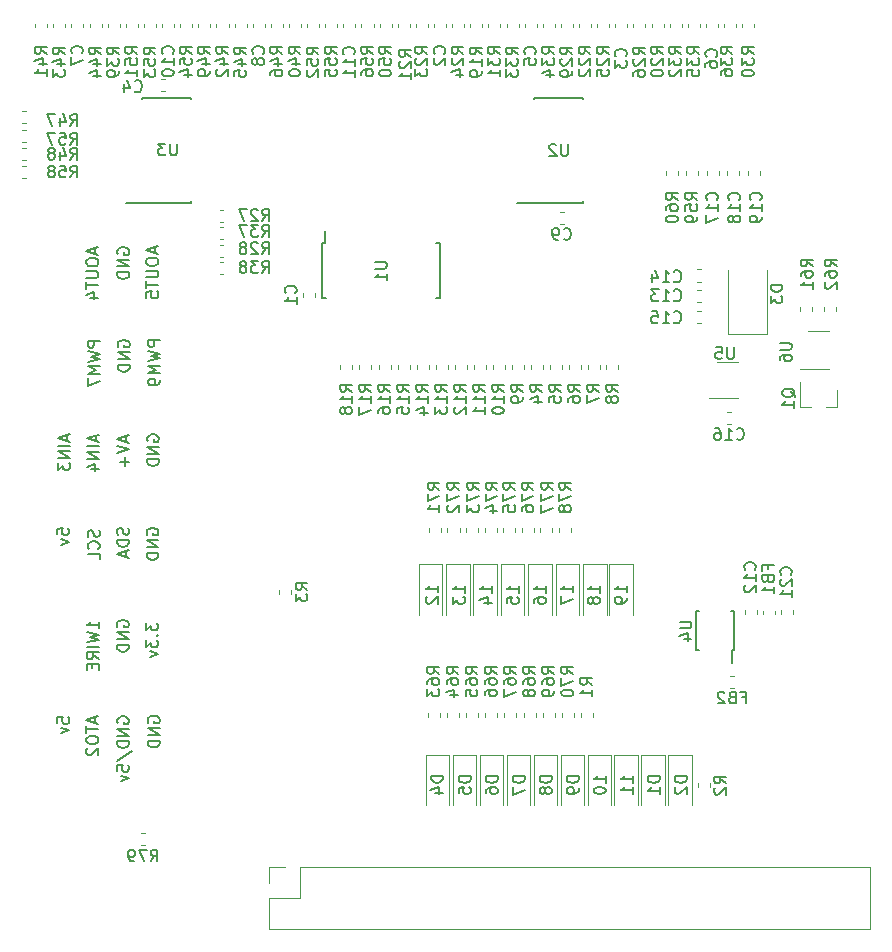
<source format=gbr>
G04 #@! TF.GenerationSoftware,KiCad,Pcbnew,(5.0.1)-3*
G04 #@! TF.CreationDate,2020-04-19T11:51:52-04:00*
G04 #@! TF.ProjectId,sailfin,7361696C66696E2E6B696361645F7063,rev?*
G04 #@! TF.SameCoordinates,Original*
G04 #@! TF.FileFunction,Legend,Bot*
G04 #@! TF.FilePolarity,Positive*
%FSLAX46Y46*%
G04 Gerber Fmt 4.6, Leading zero omitted, Abs format (unit mm)*
G04 Created by KiCad (PCBNEW (5.0.1)-3) date 4/19/2020 11:51:52 AM*
%MOMM*%
%LPD*%
G01*
G04 APERTURE LIST*
%ADD10C,0.150000*%
%ADD11C,0.120000*%
G04 APERTURE END LIST*
D10*
X41190000Y-170117142D02*
X41142380Y-170021904D01*
X41142380Y-169879047D01*
X41190000Y-169736190D01*
X41285238Y-169640952D01*
X41380476Y-169593333D01*
X41570952Y-169545714D01*
X41713809Y-169545714D01*
X41904285Y-169593333D01*
X41999523Y-169640952D01*
X42094761Y-169736190D01*
X42142380Y-169879047D01*
X42142380Y-169974285D01*
X42094761Y-170117142D01*
X42047142Y-170164761D01*
X41713809Y-170164761D01*
X41713809Y-169974285D01*
X42142380Y-170593333D02*
X41142380Y-170593333D01*
X42142380Y-171164761D01*
X41142380Y-171164761D01*
X42142380Y-171640952D02*
X41142380Y-171640952D01*
X41142380Y-171879047D01*
X41190000Y-172021904D01*
X41285238Y-172117142D01*
X41380476Y-172164761D01*
X41570952Y-172212380D01*
X41713809Y-172212380D01*
X41904285Y-172164761D01*
X41999523Y-172117142D01*
X42094761Y-172021904D01*
X42142380Y-171879047D01*
X42142380Y-171640952D01*
X41094761Y-173355238D02*
X42380476Y-172498095D01*
X41142380Y-174164761D02*
X41142380Y-173688571D01*
X41618571Y-173640952D01*
X41570952Y-173688571D01*
X41523333Y-173783809D01*
X41523333Y-174021904D01*
X41570952Y-174117142D01*
X41618571Y-174164761D01*
X41713809Y-174212380D01*
X41951904Y-174212380D01*
X42047142Y-174164761D01*
X42094761Y-174117142D01*
X42142380Y-174021904D01*
X42142380Y-173783809D01*
X42094761Y-173688571D01*
X42047142Y-173640952D01*
X41475714Y-174545714D02*
X42142380Y-174783809D01*
X41475714Y-175021904D01*
X39256666Y-169580952D02*
X39256666Y-170057142D01*
X39542380Y-169485714D02*
X38542380Y-169819047D01*
X39542380Y-170152380D01*
X38542380Y-170342857D02*
X38542380Y-170914285D01*
X39542380Y-170628571D02*
X38542380Y-170628571D01*
X38542380Y-171438095D02*
X38542380Y-171628571D01*
X38590000Y-171723809D01*
X38685238Y-171819047D01*
X38875714Y-171866666D01*
X39209047Y-171866666D01*
X39399523Y-171819047D01*
X39494761Y-171723809D01*
X39542380Y-171628571D01*
X39542380Y-171438095D01*
X39494761Y-171342857D01*
X39399523Y-171247619D01*
X39209047Y-171200000D01*
X38875714Y-171200000D01*
X38685238Y-171247619D01*
X38590000Y-171342857D01*
X38542380Y-171438095D01*
X38637619Y-172247619D02*
X38590000Y-172295238D01*
X38542380Y-172390476D01*
X38542380Y-172628571D01*
X38590000Y-172723809D01*
X38637619Y-172771428D01*
X38732857Y-172819047D01*
X38828095Y-172819047D01*
X38970952Y-172771428D01*
X39542380Y-172200000D01*
X39542380Y-172819047D01*
X36092380Y-170107142D02*
X36092380Y-169630952D01*
X36568571Y-169583333D01*
X36520952Y-169630952D01*
X36473333Y-169726190D01*
X36473333Y-169964285D01*
X36520952Y-170059523D01*
X36568571Y-170107142D01*
X36663809Y-170154761D01*
X36901904Y-170154761D01*
X36997142Y-170107142D01*
X37044761Y-170059523D01*
X37092380Y-169964285D01*
X37092380Y-169726190D01*
X37044761Y-169630952D01*
X36997142Y-169583333D01*
X36425714Y-170488095D02*
X37092380Y-170726190D01*
X36425714Y-170964285D01*
X43780000Y-170068095D02*
X43732380Y-169972857D01*
X43732380Y-169830000D01*
X43780000Y-169687142D01*
X43875238Y-169591904D01*
X43970476Y-169544285D01*
X44160952Y-169496666D01*
X44303809Y-169496666D01*
X44494285Y-169544285D01*
X44589523Y-169591904D01*
X44684761Y-169687142D01*
X44732380Y-169830000D01*
X44732380Y-169925238D01*
X44684761Y-170068095D01*
X44637142Y-170115714D01*
X44303809Y-170115714D01*
X44303809Y-169925238D01*
X44732380Y-170544285D02*
X43732380Y-170544285D01*
X44732380Y-171115714D01*
X43732380Y-171115714D01*
X44732380Y-171591904D02*
X43732380Y-171591904D01*
X43732380Y-171830000D01*
X43780000Y-171972857D01*
X43875238Y-172068095D01*
X43970476Y-172115714D01*
X44160952Y-172163333D01*
X44303809Y-172163333D01*
X44494285Y-172115714D01*
X44589523Y-172068095D01*
X44684761Y-171972857D01*
X44732380Y-171830000D01*
X44732380Y-171591904D01*
X39572380Y-162083809D02*
X39572380Y-161512380D01*
X39572380Y-161798095D02*
X38572380Y-161798095D01*
X38715238Y-161702857D01*
X38810476Y-161607619D01*
X38858095Y-161512380D01*
X38572380Y-162417142D02*
X39572380Y-162655238D01*
X38858095Y-162845714D01*
X39572380Y-163036190D01*
X38572380Y-163274285D01*
X39572380Y-163655238D02*
X38572380Y-163655238D01*
X39572380Y-164702857D02*
X39096190Y-164369523D01*
X39572380Y-164131428D02*
X38572380Y-164131428D01*
X38572380Y-164512380D01*
X38620000Y-164607619D01*
X38667619Y-164655238D01*
X38762857Y-164702857D01*
X38905714Y-164702857D01*
X39000952Y-164655238D01*
X39048571Y-164607619D01*
X39096190Y-164512380D01*
X39096190Y-164131428D01*
X39048571Y-165131428D02*
X39048571Y-165464761D01*
X39572380Y-165607619D02*
X39572380Y-165131428D01*
X38572380Y-165131428D01*
X38572380Y-165607619D01*
X41170000Y-161958095D02*
X41122380Y-161862857D01*
X41122380Y-161720000D01*
X41170000Y-161577142D01*
X41265238Y-161481904D01*
X41360476Y-161434285D01*
X41550952Y-161386666D01*
X41693809Y-161386666D01*
X41884285Y-161434285D01*
X41979523Y-161481904D01*
X42074761Y-161577142D01*
X42122380Y-161720000D01*
X42122380Y-161815238D01*
X42074761Y-161958095D01*
X42027142Y-162005714D01*
X41693809Y-162005714D01*
X41693809Y-161815238D01*
X42122380Y-162434285D02*
X41122380Y-162434285D01*
X42122380Y-163005714D01*
X41122380Y-163005714D01*
X42122380Y-163481904D02*
X41122380Y-163481904D01*
X41122380Y-163720000D01*
X41170000Y-163862857D01*
X41265238Y-163958095D01*
X41360476Y-164005714D01*
X41550952Y-164053333D01*
X41693809Y-164053333D01*
X41884285Y-164005714D01*
X41979523Y-163958095D01*
X42074761Y-163862857D01*
X42122380Y-163720000D01*
X42122380Y-163481904D01*
X43592380Y-161641428D02*
X43592380Y-162260476D01*
X43973333Y-161927142D01*
X43973333Y-162070000D01*
X44020952Y-162165238D01*
X44068571Y-162212857D01*
X44163809Y-162260476D01*
X44401904Y-162260476D01*
X44497142Y-162212857D01*
X44544761Y-162165238D01*
X44592380Y-162070000D01*
X44592380Y-161784285D01*
X44544761Y-161689047D01*
X44497142Y-161641428D01*
X44497142Y-162689047D02*
X44544761Y-162736666D01*
X44592380Y-162689047D01*
X44544761Y-162641428D01*
X44497142Y-162689047D01*
X44592380Y-162689047D01*
X43592380Y-163070000D02*
X43592380Y-163689047D01*
X43973333Y-163355714D01*
X43973333Y-163498571D01*
X44020952Y-163593809D01*
X44068571Y-163641428D01*
X44163809Y-163689047D01*
X44401904Y-163689047D01*
X44497142Y-163641428D01*
X44544761Y-163593809D01*
X44592380Y-163498571D01*
X44592380Y-163212857D01*
X44544761Y-163117619D01*
X44497142Y-163070000D01*
X43925714Y-164022380D02*
X44592380Y-164260476D01*
X43925714Y-164498571D01*
X36062380Y-154137142D02*
X36062380Y-153660952D01*
X36538571Y-153613333D01*
X36490952Y-153660952D01*
X36443333Y-153756190D01*
X36443333Y-153994285D01*
X36490952Y-154089523D01*
X36538571Y-154137142D01*
X36633809Y-154184761D01*
X36871904Y-154184761D01*
X36967142Y-154137142D01*
X37014761Y-154089523D01*
X37062380Y-153994285D01*
X37062380Y-153756190D01*
X37014761Y-153660952D01*
X36967142Y-153613333D01*
X36395714Y-154518095D02*
X37062380Y-154756190D01*
X36395714Y-154994285D01*
X39604761Y-153779523D02*
X39652380Y-153922380D01*
X39652380Y-154160476D01*
X39604761Y-154255714D01*
X39557142Y-154303333D01*
X39461904Y-154350952D01*
X39366666Y-154350952D01*
X39271428Y-154303333D01*
X39223809Y-154255714D01*
X39176190Y-154160476D01*
X39128571Y-153970000D01*
X39080952Y-153874761D01*
X39033333Y-153827142D01*
X38938095Y-153779523D01*
X38842857Y-153779523D01*
X38747619Y-153827142D01*
X38700000Y-153874761D01*
X38652380Y-153970000D01*
X38652380Y-154208095D01*
X38700000Y-154350952D01*
X39557142Y-155350952D02*
X39604761Y-155303333D01*
X39652380Y-155160476D01*
X39652380Y-155065238D01*
X39604761Y-154922380D01*
X39509523Y-154827142D01*
X39414285Y-154779523D01*
X39223809Y-154731904D01*
X39080952Y-154731904D01*
X38890476Y-154779523D01*
X38795238Y-154827142D01*
X38700000Y-154922380D01*
X38652380Y-155065238D01*
X38652380Y-155160476D01*
X38700000Y-155303333D01*
X38747619Y-155350952D01*
X39652380Y-156255714D02*
X39652380Y-155779523D01*
X38652380Y-155779523D01*
X42104761Y-153605714D02*
X42152380Y-153748571D01*
X42152380Y-153986666D01*
X42104761Y-154081904D01*
X42057142Y-154129523D01*
X41961904Y-154177142D01*
X41866666Y-154177142D01*
X41771428Y-154129523D01*
X41723809Y-154081904D01*
X41676190Y-153986666D01*
X41628571Y-153796190D01*
X41580952Y-153700952D01*
X41533333Y-153653333D01*
X41438095Y-153605714D01*
X41342857Y-153605714D01*
X41247619Y-153653333D01*
X41200000Y-153700952D01*
X41152380Y-153796190D01*
X41152380Y-154034285D01*
X41200000Y-154177142D01*
X42152380Y-154605714D02*
X41152380Y-154605714D01*
X41152380Y-154843809D01*
X41200000Y-154986666D01*
X41295238Y-155081904D01*
X41390476Y-155129523D01*
X41580952Y-155177142D01*
X41723809Y-155177142D01*
X41914285Y-155129523D01*
X42009523Y-155081904D01*
X42104761Y-154986666D01*
X42152380Y-154843809D01*
X42152380Y-154605714D01*
X41866666Y-155558095D02*
X41866666Y-156034285D01*
X42152380Y-155462857D02*
X41152380Y-155796190D01*
X42152380Y-156129523D01*
X43690000Y-154168095D02*
X43642380Y-154072857D01*
X43642380Y-153930000D01*
X43690000Y-153787142D01*
X43785238Y-153691904D01*
X43880476Y-153644285D01*
X44070952Y-153596666D01*
X44213809Y-153596666D01*
X44404285Y-153644285D01*
X44499523Y-153691904D01*
X44594761Y-153787142D01*
X44642380Y-153930000D01*
X44642380Y-154025238D01*
X44594761Y-154168095D01*
X44547142Y-154215714D01*
X44213809Y-154215714D01*
X44213809Y-154025238D01*
X44642380Y-154644285D02*
X43642380Y-154644285D01*
X44642380Y-155215714D01*
X43642380Y-155215714D01*
X44642380Y-155691904D02*
X43642380Y-155691904D01*
X43642380Y-155930000D01*
X43690000Y-156072857D01*
X43785238Y-156168095D01*
X43880476Y-156215714D01*
X44070952Y-156263333D01*
X44213809Y-156263333D01*
X44404285Y-156215714D01*
X44499523Y-156168095D01*
X44594761Y-156072857D01*
X44642380Y-155930000D01*
X44642380Y-155691904D01*
X36866666Y-145723809D02*
X36866666Y-146200000D01*
X37152380Y-145628571D02*
X36152380Y-145961904D01*
X37152380Y-146295238D01*
X37152380Y-146628571D02*
X36152380Y-146628571D01*
X37152380Y-147104761D02*
X36152380Y-147104761D01*
X37152380Y-147676190D01*
X36152380Y-147676190D01*
X36152380Y-148057142D02*
X36152380Y-148676190D01*
X36533333Y-148342857D01*
X36533333Y-148485714D01*
X36580952Y-148580952D01*
X36628571Y-148628571D01*
X36723809Y-148676190D01*
X36961904Y-148676190D01*
X37057142Y-148628571D01*
X37104761Y-148580952D01*
X37152380Y-148485714D01*
X37152380Y-148200000D01*
X37104761Y-148104761D01*
X37057142Y-148057142D01*
X39316666Y-145773809D02*
X39316666Y-146250000D01*
X39602380Y-145678571D02*
X38602380Y-146011904D01*
X39602380Y-146345238D01*
X39602380Y-146678571D02*
X38602380Y-146678571D01*
X39602380Y-147154761D02*
X38602380Y-147154761D01*
X39602380Y-147726190D01*
X38602380Y-147726190D01*
X38935714Y-148630952D02*
X39602380Y-148630952D01*
X38554761Y-148392857D02*
X39269047Y-148154761D01*
X39269047Y-148773809D01*
X41886666Y-145844285D02*
X41886666Y-146320476D01*
X42172380Y-145749047D02*
X41172380Y-146082380D01*
X42172380Y-146415714D01*
X41172380Y-146606190D02*
X42172380Y-146939523D01*
X41172380Y-147272857D01*
X41791428Y-147606190D02*
X41791428Y-148368095D01*
X42172380Y-147987142D02*
X41410476Y-147987142D01*
X43720000Y-146238095D02*
X43672380Y-146142857D01*
X43672380Y-146000000D01*
X43720000Y-145857142D01*
X43815238Y-145761904D01*
X43910476Y-145714285D01*
X44100952Y-145666666D01*
X44243809Y-145666666D01*
X44434285Y-145714285D01*
X44529523Y-145761904D01*
X44624761Y-145857142D01*
X44672380Y-146000000D01*
X44672380Y-146095238D01*
X44624761Y-146238095D01*
X44577142Y-146285714D01*
X44243809Y-146285714D01*
X44243809Y-146095238D01*
X44672380Y-146714285D02*
X43672380Y-146714285D01*
X44672380Y-147285714D01*
X43672380Y-147285714D01*
X44672380Y-147761904D02*
X43672380Y-147761904D01*
X43672380Y-148000000D01*
X43720000Y-148142857D01*
X43815238Y-148238095D01*
X43910476Y-148285714D01*
X44100952Y-148333333D01*
X44243809Y-148333333D01*
X44434285Y-148285714D01*
X44529523Y-148238095D01*
X44624761Y-148142857D01*
X44672380Y-148000000D01*
X44672380Y-147761904D01*
X39256666Y-129897142D02*
X39256666Y-130373333D01*
X39542380Y-129801904D02*
X38542380Y-130135238D01*
X39542380Y-130468571D01*
X38542380Y-130992380D02*
X38542380Y-131182857D01*
X38590000Y-131278095D01*
X38685238Y-131373333D01*
X38875714Y-131420952D01*
X39209047Y-131420952D01*
X39399523Y-131373333D01*
X39494761Y-131278095D01*
X39542380Y-131182857D01*
X39542380Y-130992380D01*
X39494761Y-130897142D01*
X39399523Y-130801904D01*
X39209047Y-130754285D01*
X38875714Y-130754285D01*
X38685238Y-130801904D01*
X38590000Y-130897142D01*
X38542380Y-130992380D01*
X38542380Y-131849523D02*
X39351904Y-131849523D01*
X39447142Y-131897142D01*
X39494761Y-131944761D01*
X39542380Y-132040000D01*
X39542380Y-132230476D01*
X39494761Y-132325714D01*
X39447142Y-132373333D01*
X39351904Y-132420952D01*
X38542380Y-132420952D01*
X38542380Y-132754285D02*
X38542380Y-133325714D01*
X39542380Y-133040000D02*
X38542380Y-133040000D01*
X38875714Y-134087619D02*
X39542380Y-134087619D01*
X38494761Y-133849523D02*
X39209047Y-133611428D01*
X39209047Y-134230476D01*
X41210000Y-130398095D02*
X41162380Y-130302857D01*
X41162380Y-130160000D01*
X41210000Y-130017142D01*
X41305238Y-129921904D01*
X41400476Y-129874285D01*
X41590952Y-129826666D01*
X41733809Y-129826666D01*
X41924285Y-129874285D01*
X42019523Y-129921904D01*
X42114761Y-130017142D01*
X42162380Y-130160000D01*
X42162380Y-130255238D01*
X42114761Y-130398095D01*
X42067142Y-130445714D01*
X41733809Y-130445714D01*
X41733809Y-130255238D01*
X42162380Y-130874285D02*
X41162380Y-130874285D01*
X42162380Y-131445714D01*
X41162380Y-131445714D01*
X42162380Y-131921904D02*
X41162380Y-131921904D01*
X41162380Y-132160000D01*
X41210000Y-132302857D01*
X41305238Y-132398095D01*
X41400476Y-132445714D01*
X41590952Y-132493333D01*
X41733809Y-132493333D01*
X41924285Y-132445714D01*
X42019523Y-132398095D01*
X42114761Y-132302857D01*
X42162380Y-132160000D01*
X42162380Y-131921904D01*
X44762380Y-137699047D02*
X43762380Y-137699047D01*
X43762380Y-138080000D01*
X43810000Y-138175238D01*
X43857619Y-138222857D01*
X43952857Y-138270476D01*
X44095714Y-138270476D01*
X44190952Y-138222857D01*
X44238571Y-138175238D01*
X44286190Y-138080000D01*
X44286190Y-137699047D01*
X43762380Y-138603809D02*
X44762380Y-138841904D01*
X44048095Y-139032380D01*
X44762380Y-139222857D01*
X43762380Y-139460952D01*
X44762380Y-139841904D02*
X43762380Y-139841904D01*
X44476666Y-140175238D01*
X43762380Y-140508571D01*
X44762380Y-140508571D01*
X44762380Y-141032380D02*
X44762380Y-141222857D01*
X44714761Y-141318095D01*
X44667142Y-141365714D01*
X44524285Y-141460952D01*
X44333809Y-141508571D01*
X43952857Y-141508571D01*
X43857619Y-141460952D01*
X43810000Y-141413333D01*
X43762380Y-141318095D01*
X43762380Y-141127619D01*
X43810000Y-141032380D01*
X43857619Y-140984761D01*
X43952857Y-140937142D01*
X44190952Y-140937142D01*
X44286190Y-140984761D01*
X44333809Y-141032380D01*
X44381428Y-141127619D01*
X44381428Y-141318095D01*
X44333809Y-141413333D01*
X44286190Y-141460952D01*
X44190952Y-141508571D01*
X41240000Y-138248095D02*
X41192380Y-138152857D01*
X41192380Y-138010000D01*
X41240000Y-137867142D01*
X41335238Y-137771904D01*
X41430476Y-137724285D01*
X41620952Y-137676666D01*
X41763809Y-137676666D01*
X41954285Y-137724285D01*
X42049523Y-137771904D01*
X42144761Y-137867142D01*
X42192380Y-138010000D01*
X42192380Y-138105238D01*
X42144761Y-138248095D01*
X42097142Y-138295714D01*
X41763809Y-138295714D01*
X41763809Y-138105238D01*
X42192380Y-138724285D02*
X41192380Y-138724285D01*
X42192380Y-139295714D01*
X41192380Y-139295714D01*
X42192380Y-139771904D02*
X41192380Y-139771904D01*
X41192380Y-140010000D01*
X41240000Y-140152857D01*
X41335238Y-140248095D01*
X41430476Y-140295714D01*
X41620952Y-140343333D01*
X41763809Y-140343333D01*
X41954285Y-140295714D01*
X42049523Y-140248095D01*
X42144761Y-140152857D01*
X42192380Y-140010000D01*
X42192380Y-139771904D01*
X39652380Y-137739047D02*
X38652380Y-137739047D01*
X38652380Y-138120000D01*
X38700000Y-138215238D01*
X38747619Y-138262857D01*
X38842857Y-138310476D01*
X38985714Y-138310476D01*
X39080952Y-138262857D01*
X39128571Y-138215238D01*
X39176190Y-138120000D01*
X39176190Y-137739047D01*
X38652380Y-138643809D02*
X39652380Y-138881904D01*
X38938095Y-139072380D01*
X39652380Y-139262857D01*
X38652380Y-139500952D01*
X39652380Y-139881904D02*
X38652380Y-139881904D01*
X39366666Y-140215238D01*
X38652380Y-140548571D01*
X39652380Y-140548571D01*
X38652380Y-140929523D02*
X38652380Y-141596190D01*
X39652380Y-141167619D01*
X44326666Y-129847142D02*
X44326666Y-130323333D01*
X44612380Y-129751904D02*
X43612380Y-130085238D01*
X44612380Y-130418571D01*
X43612380Y-130942380D02*
X43612380Y-131132857D01*
X43660000Y-131228095D01*
X43755238Y-131323333D01*
X43945714Y-131370952D01*
X44279047Y-131370952D01*
X44469523Y-131323333D01*
X44564761Y-131228095D01*
X44612380Y-131132857D01*
X44612380Y-130942380D01*
X44564761Y-130847142D01*
X44469523Y-130751904D01*
X44279047Y-130704285D01*
X43945714Y-130704285D01*
X43755238Y-130751904D01*
X43660000Y-130847142D01*
X43612380Y-130942380D01*
X43612380Y-131799523D02*
X44421904Y-131799523D01*
X44517142Y-131847142D01*
X44564761Y-131894761D01*
X44612380Y-131990000D01*
X44612380Y-132180476D01*
X44564761Y-132275714D01*
X44517142Y-132323333D01*
X44421904Y-132370952D01*
X43612380Y-132370952D01*
X43612380Y-132704285D02*
X43612380Y-133275714D01*
X44612380Y-132990000D02*
X43612380Y-132990000D01*
X43612380Y-134085238D02*
X43612380Y-133609047D01*
X44088571Y-133561428D01*
X44040952Y-133609047D01*
X43993333Y-133704285D01*
X43993333Y-133942380D01*
X44040952Y-134037619D01*
X44088571Y-134085238D01*
X44183809Y-134132857D01*
X44421904Y-134132857D01*
X44517142Y-134085238D01*
X44564761Y-134037619D01*
X44612380Y-133942380D01*
X44612380Y-133704285D01*
X44564761Y-133609047D01*
X44517142Y-133561428D01*
G04 #@! TO.C,U2*
X76411000Y-126035000D02*
X75036000Y-126035000D01*
X76411000Y-117160000D02*
X80561000Y-117160000D01*
X76411000Y-126060000D02*
X80561000Y-126060000D01*
X76411000Y-117160000D02*
X76411000Y-117275000D01*
X80561000Y-117160000D02*
X80561000Y-117275000D01*
X80561000Y-126060000D02*
X80561000Y-125945000D01*
X76411000Y-126060000D02*
X76411000Y-126035000D01*
G04 #@! TO.C,U3*
X43265000Y-126035000D02*
X41890000Y-126035000D01*
X43265000Y-117160000D02*
X47415000Y-117160000D01*
X43265000Y-126060000D02*
X47415000Y-126060000D01*
X43265000Y-117160000D02*
X43265000Y-117275000D01*
X47415000Y-117160000D02*
X47415000Y-117275000D01*
X47415000Y-126060000D02*
X47415000Y-125945000D01*
X43265000Y-126060000D02*
X43265000Y-126035000D01*
D11*
G04 #@! TO.C,U5*
X93690000Y-142620000D02*
X91260000Y-142620000D01*
X91930000Y-139550000D02*
X93690000Y-139550000D01*
G04 #@! TO.C,D3*
X96170000Y-137140000D02*
X96170000Y-131740000D01*
X92870000Y-137140000D02*
X92870000Y-131740000D01*
X96170000Y-137140000D02*
X92870000Y-137140000D01*
G04 #@! TO.C,D7*
X76122000Y-172778528D02*
X76122000Y-177078528D01*
X74122000Y-172778528D02*
X76122000Y-172778528D01*
X74122000Y-177078528D02*
X74122000Y-172778528D01*
G04 #@! TO.C,R8*
X82570000Y-139807221D02*
X82570000Y-140132779D01*
X83590000Y-139807221D02*
X83590000Y-140132779D01*
G04 #@! TO.C,R29*
X78716699Y-110887353D02*
X78716699Y-111212911D01*
X79736699Y-110887353D02*
X79736699Y-111212911D01*
G04 #@! TO.C,R41*
X35226658Y-111212911D02*
X35226658Y-110887353D01*
X34206658Y-111212911D02*
X34206658Y-110887353D01*
G04 #@! TO.C,R44*
X39831145Y-110887353D02*
X39831145Y-111212911D01*
X38811145Y-110887353D02*
X38811145Y-111212911D01*
G04 #@! TO.C,R46*
X55179435Y-110887353D02*
X55179435Y-111212911D01*
X54159435Y-110887353D02*
X54159435Y-111212911D01*
G04 #@! TO.C,R21*
X65923238Y-111212911D02*
X65923238Y-110887353D01*
X64903238Y-111212911D02*
X64903238Y-110887353D01*
G04 #@! TO.C,R22*
X80251528Y-111212911D02*
X80251528Y-110887353D01*
X81271528Y-111212911D02*
X81271528Y-110887353D01*
G04 #@! TO.C,R20*
X87410844Y-110887353D02*
X87410844Y-111212911D01*
X86390844Y-110887353D02*
X86390844Y-111212911D01*
G04 #@! TO.C,R23*
X67458067Y-110887353D02*
X67458067Y-111212911D01*
X66438067Y-110887353D02*
X66438067Y-111212911D01*
G04 #@! TO.C,R25*
X81786357Y-110887353D02*
X81786357Y-111212911D01*
X82806357Y-110887353D02*
X82806357Y-111212911D01*
G04 #@! TO.C,R24*
X70527725Y-110887353D02*
X70527725Y-111212911D01*
X69507725Y-110887353D02*
X69507725Y-111212911D01*
G04 #@! TO.C,R26*
X84860000Y-110887353D02*
X84860000Y-111212911D01*
X85880000Y-110887353D02*
X85880000Y-111212911D01*
G04 #@! TO.C,R19*
X71042554Y-110887353D02*
X71042554Y-111212911D01*
X72062554Y-110887353D02*
X72062554Y-111212911D01*
G04 #@! TO.C,R30*
X95085000Y-110887353D02*
X95085000Y-111212911D01*
X94065000Y-110887353D02*
X94065000Y-111212911D01*
G04 #@! TO.C,R31*
X72577383Y-111212911D02*
X72577383Y-110887353D01*
X73597383Y-111212911D02*
X73597383Y-110887353D01*
G04 #@! TO.C,R33*
X74112212Y-110887353D02*
X74112212Y-111212911D01*
X75132212Y-110887353D02*
X75132212Y-111212911D01*
G04 #@! TO.C,R34*
X77181870Y-110887353D02*
X77181870Y-111212911D01*
X78201870Y-110887353D02*
X78201870Y-111212911D01*
G04 #@! TO.C,R35*
X89460502Y-110887353D02*
X89460502Y-111212911D01*
X90480502Y-110887353D02*
X90480502Y-111212911D01*
G04 #@! TO.C,R32*
X87925673Y-111212911D02*
X87925673Y-110887353D01*
X88945673Y-111212911D02*
X88945673Y-110887353D01*
G04 #@! TO.C,R36*
X93550160Y-110887353D02*
X93550160Y-111212911D01*
X92530160Y-110887353D02*
X92530160Y-111212911D01*
G04 #@! TO.C,R39*
X40345974Y-110887353D02*
X40345974Y-111212911D01*
X41365974Y-110887353D02*
X41365974Y-111212911D01*
G04 #@! TO.C,R40*
X55694264Y-110887353D02*
X55694264Y-111212911D01*
X56714264Y-110887353D02*
X56714264Y-111212911D01*
G04 #@! TO.C,R42*
X50574948Y-111212911D02*
X50574948Y-110887353D01*
X49554948Y-111212911D02*
X49554948Y-110887353D01*
G04 #@! TO.C,R43*
X35741487Y-110887353D02*
X35741487Y-111212911D01*
X36761487Y-110887353D02*
X36761487Y-111212911D01*
G04 #@! TO.C,R45*
X52109777Y-110887353D02*
X52109777Y-111212911D01*
X51089777Y-110887353D02*
X51089777Y-111212911D01*
G04 #@! TO.C,R51*
X42900803Y-111212911D02*
X42900803Y-110887353D01*
X41880803Y-111212911D02*
X41880803Y-110887353D01*
G04 #@! TO.C,R50*
X64388409Y-110887353D02*
X64388409Y-111212911D01*
X63368409Y-110887353D02*
X63368409Y-111212911D01*
G04 #@! TO.C,R52*
X57229093Y-111212911D02*
X57229093Y-110887353D01*
X58249093Y-111212911D02*
X58249093Y-110887353D01*
G04 #@! TO.C,R53*
X44435632Y-110887353D02*
X44435632Y-111212911D01*
X43415632Y-110887353D02*
X43415632Y-111212911D01*
G04 #@! TO.C,R54*
X47510000Y-110887353D02*
X47510000Y-111212911D01*
X46490000Y-110887353D02*
X46490000Y-111212911D01*
G04 #@! TO.C,R55*
X58763922Y-110887353D02*
X58763922Y-111212911D01*
X59783922Y-110887353D02*
X59783922Y-111212911D01*
G04 #@! TO.C,R56*
X61833580Y-110887353D02*
X61833580Y-111212911D01*
X62853580Y-110887353D02*
X62853580Y-111212911D01*
G04 #@! TO.C,R49*
X48020119Y-110887353D02*
X48020119Y-111212911D01*
X49040119Y-110887353D02*
X49040119Y-111212911D01*
G04 #@! TO.C,C11*
X61318751Y-110887353D02*
X61318751Y-111212911D01*
X60298751Y-110887353D02*
X60298751Y-111212911D01*
G04 #@! TO.C,C5*
X75647041Y-110887353D02*
X75647041Y-111212911D01*
X76667041Y-110887353D02*
X76667041Y-111212911D01*
G04 #@! TO.C,C6*
X90995331Y-110887353D02*
X90995331Y-111212911D01*
X92015331Y-110887353D02*
X92015331Y-111212911D01*
G04 #@! TO.C,C10*
X44970000Y-110887353D02*
X44970000Y-111212911D01*
X45990000Y-110887353D02*
X45990000Y-111212911D01*
G04 #@! TO.C,C8*
X53644606Y-110887353D02*
X53644606Y-111212911D01*
X52624606Y-110887353D02*
X52624606Y-111212911D01*
G04 #@! TO.C,C3*
X84340000Y-110887353D02*
X84340000Y-111212911D01*
X83320000Y-110887353D02*
X83320000Y-111212911D01*
G04 #@! TO.C,C2*
X67972896Y-110887353D02*
X67972896Y-111212911D01*
X68992896Y-110887353D02*
X68992896Y-111212911D01*
G04 #@! TO.C,C7*
X38296316Y-110887353D02*
X38296316Y-111212911D01*
X37276316Y-110887353D02*
X37276316Y-111212911D01*
G04 #@! TO.C,J3*
X53990000Y-182310000D02*
X53990000Y-183640000D01*
X55320000Y-182310000D02*
X53990000Y-182310000D01*
X53990000Y-184910000D02*
X53990000Y-187510000D01*
X56590000Y-184910000D02*
X53990000Y-184910000D01*
X56590000Y-182310000D02*
X56590000Y-184910000D01*
X53990000Y-187510000D02*
X104910000Y-187510000D01*
X56590000Y-182310000D02*
X104910000Y-182310000D01*
X104910000Y-182310000D02*
X104910000Y-187510000D01*
D10*
G04 #@! TO.C,U4*
X93415000Y-163905000D02*
X93240000Y-163905000D01*
X93415000Y-160655000D02*
X93140000Y-160655000D01*
X90165000Y-160655000D02*
X90440000Y-160655000D01*
X90165000Y-163905000D02*
X90440000Y-163905000D01*
X93415000Y-163905000D02*
X93415000Y-160655000D01*
X90165000Y-163905000D02*
X90165000Y-160655000D01*
X93240000Y-163905000D02*
X93240000Y-164980000D01*
D11*
G04 #@! TO.C,C1*
X57914000Y-134020779D02*
X57914000Y-133695221D01*
X56894000Y-134020779D02*
X56894000Y-133695221D01*
G04 #@! TO.C,C4*
X44849721Y-116610000D02*
X45175279Y-116610000D01*
X44849721Y-115590000D02*
X45175279Y-115590000D01*
G04 #@! TO.C,C9*
X78617221Y-126810000D02*
X78942779Y-126810000D01*
X78617221Y-127830000D02*
X78942779Y-127830000D01*
G04 #@! TO.C,C12*
X95320000Y-160882779D02*
X95320000Y-160557221D01*
X94300000Y-160882779D02*
X94300000Y-160557221D01*
G04 #@! TO.C,C13*
X90595279Y-134486667D02*
X90269721Y-134486667D01*
X90595279Y-133466667D02*
X90269721Y-133466667D01*
G04 #@! TO.C,C14*
X90595279Y-131703334D02*
X90269721Y-131703334D01*
X90595279Y-132723334D02*
X90269721Y-132723334D01*
G04 #@! TO.C,C15*
X90595279Y-135230000D02*
X90269721Y-135230000D01*
X90595279Y-136250000D02*
X90269721Y-136250000D01*
G04 #@! TO.C,C16*
X93112779Y-144760000D02*
X92787221Y-144760000D01*
X93112779Y-143740000D02*
X92787221Y-143740000D01*
G04 #@! TO.C,C17*
X91091058Y-123405098D02*
X91091058Y-123730656D01*
X92111058Y-123405098D02*
X92111058Y-123730656D01*
G04 #@! TO.C,C18*
X93820942Y-123405098D02*
X93820942Y-123730656D01*
X92800942Y-123405098D02*
X92800942Y-123730656D01*
G04 #@! TO.C,C19*
X95598942Y-123405098D02*
X95598942Y-123730656D01*
X94578942Y-123405098D02*
X94578942Y-123730656D01*
G04 #@! TO.C,D1*
X87530000Y-172780000D02*
X87530000Y-177080000D01*
X85530000Y-172780000D02*
X87530000Y-172780000D01*
X85530000Y-177080000D02*
X85530000Y-172780000D01*
G04 #@! TO.C,D2*
X89810000Y-172780000D02*
X89810000Y-177080000D01*
X87810000Y-172780000D02*
X89810000Y-172780000D01*
X87810000Y-177080000D02*
X87810000Y-172780000D01*
G04 #@! TO.C,D4*
X69264000Y-172778528D02*
X69264000Y-177078528D01*
X67264000Y-172778528D02*
X69264000Y-172778528D01*
X67264000Y-177078528D02*
X67264000Y-172778528D01*
G04 #@! TO.C,D5*
X69550000Y-177078528D02*
X69550000Y-172778528D01*
X69550000Y-172778528D02*
X71550000Y-172778528D01*
X71550000Y-172778528D02*
X71550000Y-177078528D01*
G04 #@! TO.C,D6*
X71836000Y-177078528D02*
X71836000Y-172778528D01*
X71836000Y-172778528D02*
X73836000Y-172778528D01*
X73836000Y-172778528D02*
X73836000Y-177078528D01*
G04 #@! TO.C,D8*
X76408000Y-177078528D02*
X76408000Y-172778528D01*
X76408000Y-172778528D02*
X78408000Y-172778528D01*
X78408000Y-172778528D02*
X78408000Y-177078528D01*
G04 #@! TO.C,D9*
X80694000Y-172778528D02*
X80694000Y-177078528D01*
X78694000Y-172778528D02*
X80694000Y-172778528D01*
X78694000Y-177078528D02*
X78694000Y-172778528D01*
G04 #@! TO.C,10*
X80980000Y-177080000D02*
X80980000Y-172780000D01*
X80980000Y-172780000D02*
X82980000Y-172780000D01*
X82980000Y-172780000D02*
X82980000Y-177080000D01*
G04 #@! TO.C,11*
X85255000Y-172780000D02*
X85255000Y-177080000D01*
X83255000Y-172780000D02*
X85255000Y-172780000D01*
X83255000Y-177080000D02*
X83255000Y-172780000D01*
G04 #@! TO.C,12*
X66663341Y-160977804D02*
X66663341Y-156677804D01*
X66663341Y-156677804D02*
X68663341Y-156677804D01*
X68663341Y-156677804D02*
X68663341Y-160977804D01*
G04 #@! TO.C,13*
X68982868Y-160977804D02*
X68982868Y-156677804D01*
X68982868Y-156677804D02*
X70982868Y-156677804D01*
X70982868Y-156677804D02*
X70982868Y-160977804D01*
G04 #@! TO.C,14*
X71302390Y-160977804D02*
X71302390Y-156677804D01*
X71302390Y-156677804D02*
X73302390Y-156677804D01*
X73302390Y-156677804D02*
X73302390Y-160977804D01*
G04 #@! TO.C,15*
X75621912Y-156677804D02*
X75621912Y-160977804D01*
X73621912Y-156677804D02*
X75621912Y-156677804D01*
X73621912Y-160977804D02*
X73621912Y-156677804D01*
G04 #@! TO.C,16*
X75941434Y-160977804D02*
X75941434Y-156677804D01*
X75941434Y-156677804D02*
X77941434Y-156677804D01*
X77941434Y-156677804D02*
X77941434Y-160977804D01*
G04 #@! TO.C,17*
X80260956Y-156677804D02*
X80260956Y-160977804D01*
X78260956Y-156677804D02*
X80260956Y-156677804D01*
X78260956Y-160977804D02*
X78260956Y-156677804D01*
G04 #@! TO.C,18*
X80580478Y-160977804D02*
X80580478Y-156677804D01*
X80580478Y-156677804D02*
X82580478Y-156677804D01*
X82580478Y-156677804D02*
X82580478Y-160977804D01*
G04 #@! TO.C,19*
X84820000Y-156680000D02*
X84820000Y-160980000D01*
X82820000Y-156680000D02*
X84820000Y-156680000D01*
X82820000Y-160980000D02*
X82820000Y-156680000D01*
G04 #@! TO.C,R1*
X80410000Y-169560279D02*
X80410000Y-169234721D01*
X81430000Y-169560279D02*
X81430000Y-169234721D01*
G04 #@! TO.C,R2*
X91310000Y-175535279D02*
X91310000Y-175209721D01*
X90290000Y-175535279D02*
X90290000Y-175209721D01*
G04 #@! TO.C,R3*
X54862000Y-159141279D02*
X54862000Y-158815721D01*
X55882000Y-159141279D02*
X55882000Y-158815721D01*
G04 #@! TO.C,R4*
X77203332Y-139807221D02*
X77203332Y-140132779D01*
X76183332Y-139807221D02*
X76183332Y-140132779D01*
G04 #@! TO.C,R5*
X77779998Y-139807221D02*
X77779998Y-140132779D01*
X78799998Y-139807221D02*
X78799998Y-140132779D01*
G04 #@! TO.C,R6*
X80396664Y-139807221D02*
X80396664Y-140132779D01*
X79376664Y-139807221D02*
X79376664Y-140132779D01*
G04 #@! TO.C,R7*
X80973330Y-139807221D02*
X80973330Y-140132779D01*
X81993330Y-139807221D02*
X81993330Y-140132779D01*
G04 #@! TO.C,R9*
X75606666Y-139807221D02*
X75606666Y-140132779D01*
X74586666Y-139807221D02*
X74586666Y-140132779D01*
G04 #@! TO.C,R10*
X74010000Y-140132779D02*
X74010000Y-139807221D01*
X72990000Y-140132779D02*
X72990000Y-139807221D01*
G04 #@! TO.C,R11*
X71372000Y-140142279D02*
X71372000Y-139816721D01*
X72392000Y-140142279D02*
X72392000Y-139816721D01*
G04 #@! TO.C,R12*
X70772750Y-140142279D02*
X70772750Y-139816721D01*
X69752750Y-140142279D02*
X69752750Y-139816721D01*
G04 #@! TO.C,R13*
X68133500Y-140142279D02*
X68133500Y-139816721D01*
X69153500Y-140142279D02*
X69153500Y-139816721D01*
G04 #@! TO.C,R14*
X66514250Y-140142279D02*
X66514250Y-139816721D01*
X67534250Y-140142279D02*
X67534250Y-139816721D01*
G04 #@! TO.C,R15*
X64895000Y-140142279D02*
X64895000Y-139816721D01*
X65915000Y-140142279D02*
X65915000Y-139816721D01*
G04 #@! TO.C,R16*
X64295750Y-140142279D02*
X64295750Y-139816721D01*
X63275750Y-140142279D02*
X63275750Y-139816721D01*
G04 #@! TO.C,R17*
X61656500Y-140142279D02*
X61656500Y-139816721D01*
X62676500Y-140142279D02*
X62676500Y-139816721D01*
G04 #@! TO.C,R18*
X61057250Y-140142279D02*
X61057250Y-139816721D01*
X60037250Y-140142279D02*
X60037250Y-139816721D01*
G04 #@! TO.C,R27*
X49814721Y-126630000D02*
X50140279Y-126630000D01*
X49814721Y-127650000D02*
X50140279Y-127650000D01*
G04 #@! TO.C,R28*
X49814721Y-130610000D02*
X50140279Y-130610000D01*
X49814721Y-129590000D02*
X50140279Y-129590000D01*
G04 #@! TO.C,R37*
X49814721Y-128110000D02*
X50140279Y-128110000D01*
X49814721Y-129130000D02*
X50140279Y-129130000D01*
G04 #@! TO.C,R38*
X49814721Y-132090000D02*
X50140279Y-132090000D01*
X49814721Y-131070000D02*
X50140279Y-131070000D01*
G04 #@! TO.C,R47*
X33087221Y-119340000D02*
X33412779Y-119340000D01*
X33087221Y-118320000D02*
X33412779Y-118320000D01*
G04 #@! TO.C,R48*
X33087221Y-121430000D02*
X33412779Y-121430000D01*
X33087221Y-122450000D02*
X33412779Y-122450000D01*
G04 #@! TO.C,R57*
X33087221Y-119910000D02*
X33412779Y-119910000D01*
X33087221Y-120930000D02*
X33412779Y-120930000D01*
G04 #@! TO.C,R58*
X33087221Y-123970000D02*
X33412779Y-123970000D01*
X33087221Y-122950000D02*
X33412779Y-122950000D01*
G04 #@! TO.C,R59*
X90333058Y-123405098D02*
X90333058Y-123730656D01*
X89313058Y-123405098D02*
X89313058Y-123730656D01*
G04 #@! TO.C,R60*
X88648000Y-123730656D02*
X88648000Y-123405098D01*
X87628000Y-123730656D02*
X87628000Y-123405098D01*
G04 #@! TO.C,R61*
X100006942Y-135184902D02*
X100006942Y-134859344D01*
X98986942Y-135184902D02*
X98986942Y-134859344D01*
G04 #@! TO.C,R62*
X101018942Y-135184902D02*
X101018942Y-134859344D01*
X102038942Y-135184902D02*
X102038942Y-134859344D01*
G04 #@! TO.C,R63*
X67450000Y-169556307D02*
X67450000Y-169230749D01*
X68470000Y-169556307D02*
X68470000Y-169230749D01*
G04 #@! TO.C,R64*
X70091432Y-169556307D02*
X70091432Y-169230749D01*
X69071432Y-169556307D02*
X69071432Y-169230749D01*
G04 #@! TO.C,R65*
X70692860Y-169556307D02*
X70692860Y-169230749D01*
X71712860Y-169556307D02*
X71712860Y-169230749D01*
G04 #@! TO.C,R66*
X73334288Y-169556307D02*
X73334288Y-169230749D01*
X72314288Y-169556307D02*
X72314288Y-169230749D01*
G04 #@! TO.C,R67*
X73935716Y-169556307D02*
X73935716Y-169230749D01*
X74955716Y-169556307D02*
X74955716Y-169230749D01*
G04 #@! TO.C,R68*
X76577144Y-169556307D02*
X76577144Y-169230749D01*
X75557144Y-169556307D02*
X75557144Y-169230749D01*
G04 #@! TO.C,R69*
X77178572Y-169556307D02*
X77178572Y-169230749D01*
X78198572Y-169556307D02*
X78198572Y-169230749D01*
G04 #@! TO.C,R70*
X79820000Y-169556307D02*
X79820000Y-169230749D01*
X78800000Y-169556307D02*
X78800000Y-169230749D01*
G04 #@! TO.C,R71*
X67540000Y-153925279D02*
X67540000Y-153599721D01*
X68560000Y-153925279D02*
X68560000Y-153599721D01*
G04 #@! TO.C,R72*
X70134290Y-153925279D02*
X70134290Y-153599721D01*
X69114290Y-153925279D02*
X69114290Y-153599721D01*
G04 #@! TO.C,R73*
X70688575Y-153925279D02*
X70688575Y-153599721D01*
X71708575Y-153925279D02*
X71708575Y-153599721D01*
G04 #@! TO.C,R74*
X73282860Y-153925279D02*
X73282860Y-153599721D01*
X72262860Y-153925279D02*
X72262860Y-153599721D01*
G04 #@! TO.C,R75*
X73837145Y-153925279D02*
X73837145Y-153599721D01*
X74857145Y-153925279D02*
X74857145Y-153599721D01*
G04 #@! TO.C,R76*
X76431430Y-153925279D02*
X76431430Y-153599721D01*
X75411430Y-153925279D02*
X75411430Y-153599721D01*
G04 #@! TO.C,R77*
X76985715Y-153925279D02*
X76985715Y-153599721D01*
X78005715Y-153925279D02*
X78005715Y-153599721D01*
G04 #@! TO.C,R78*
X79580000Y-153925279D02*
X79580000Y-153599721D01*
X78560000Y-153925279D02*
X78560000Y-153599721D01*
D10*
G04 #@! TO.C,U1*
X58525000Y-129501000D02*
X58750000Y-129501000D01*
X58525000Y-134151000D02*
X58850000Y-134151000D01*
X68475000Y-134151000D02*
X68150000Y-134151000D01*
X68475000Y-129501000D02*
X68150000Y-129501000D01*
X58525000Y-129501000D02*
X58525000Y-134151000D01*
X68475000Y-129501000D02*
X68475000Y-134151000D01*
X58750000Y-129501000D02*
X58750000Y-128426000D01*
D11*
G04 #@! TO.C,U6*
X99612942Y-136942623D02*
X101412942Y-136942623D01*
X101412942Y-140162623D02*
X98962942Y-140162623D01*
G04 #@! TO.C,Q1*
X102092942Y-143376623D02*
X101162942Y-143376623D01*
X98932942Y-143376623D02*
X99862942Y-143376623D01*
X98932942Y-143376623D02*
X98932942Y-141216623D01*
X102092942Y-143376623D02*
X102092942Y-141916623D01*
G04 #@! TO.C,R79*
X43522779Y-179420000D02*
X43197221Y-179420000D01*
X43522779Y-180440000D02*
X43197221Y-180440000D01*
G04 #@! TO.C,C21*
X98340000Y-160900279D02*
X98340000Y-160574721D01*
X97320000Y-160900279D02*
X97320000Y-160574721D01*
G04 #@! TO.C,FB1*
X95830000Y-160910279D02*
X95830000Y-160584721D01*
X96850000Y-160910279D02*
X96850000Y-160584721D01*
G04 #@! TO.C,FB2*
X93342779Y-166090000D02*
X93017221Y-166090000D01*
X93342779Y-167110000D02*
X93017221Y-167110000D01*
G04 #@! TO.C,U2*
D10*
X79311904Y-121092380D02*
X79311904Y-121901904D01*
X79264285Y-121997142D01*
X79216666Y-122044761D01*
X79121428Y-122092380D01*
X78930952Y-122092380D01*
X78835714Y-122044761D01*
X78788095Y-121997142D01*
X78740476Y-121901904D01*
X78740476Y-121092380D01*
X78311904Y-121187619D02*
X78264285Y-121140000D01*
X78169047Y-121092380D01*
X77930952Y-121092380D01*
X77835714Y-121140000D01*
X77788095Y-121187619D01*
X77740476Y-121282857D01*
X77740476Y-121378095D01*
X77788095Y-121520952D01*
X78359523Y-122092380D01*
X77740476Y-122092380D01*
G04 #@! TO.C,U3*
X46191904Y-121042380D02*
X46191904Y-121851904D01*
X46144285Y-121947142D01*
X46096666Y-121994761D01*
X46001428Y-122042380D01*
X45810952Y-122042380D01*
X45715714Y-121994761D01*
X45668095Y-121947142D01*
X45620476Y-121851904D01*
X45620476Y-121042380D01*
X45239523Y-121042380D02*
X44620476Y-121042380D01*
X44953809Y-121423333D01*
X44810952Y-121423333D01*
X44715714Y-121470952D01*
X44668095Y-121518571D01*
X44620476Y-121613809D01*
X44620476Y-121851904D01*
X44668095Y-121947142D01*
X44715714Y-121994761D01*
X44810952Y-122042380D01*
X45096666Y-122042380D01*
X45191904Y-121994761D01*
X45239523Y-121947142D01*
G04 #@! TO.C,U5*
X93371904Y-138282380D02*
X93371904Y-139091904D01*
X93324285Y-139187142D01*
X93276666Y-139234761D01*
X93181428Y-139282380D01*
X92990952Y-139282380D01*
X92895714Y-139234761D01*
X92848095Y-139187142D01*
X92800476Y-139091904D01*
X92800476Y-138282380D01*
X91848095Y-138282380D02*
X92324285Y-138282380D01*
X92371904Y-138758571D01*
X92324285Y-138710952D01*
X92229047Y-138663333D01*
X91990952Y-138663333D01*
X91895714Y-138710952D01*
X91848095Y-138758571D01*
X91800476Y-138853809D01*
X91800476Y-139091904D01*
X91848095Y-139187142D01*
X91895714Y-139234761D01*
X91990952Y-139282380D01*
X92229047Y-139282380D01*
X92324285Y-139234761D01*
X92371904Y-139187142D01*
G04 #@! TO.C,D3*
X97472380Y-133001904D02*
X96472380Y-133001904D01*
X96472380Y-133240000D01*
X96520000Y-133382857D01*
X96615238Y-133478095D01*
X96710476Y-133525714D01*
X96900952Y-133573333D01*
X97043809Y-133573333D01*
X97234285Y-133525714D01*
X97329523Y-133478095D01*
X97424761Y-133382857D01*
X97472380Y-133240000D01*
X97472380Y-133001904D01*
X96472380Y-133906666D02*
X96472380Y-134525714D01*
X96853333Y-134192380D01*
X96853333Y-134335238D01*
X96900952Y-134430476D01*
X96948571Y-134478095D01*
X97043809Y-134525714D01*
X97281904Y-134525714D01*
X97377142Y-134478095D01*
X97424761Y-134430476D01*
X97472380Y-134335238D01*
X97472380Y-134049523D01*
X97424761Y-133954285D01*
X97377142Y-133906666D01*
G04 #@! TO.C,D7*
X75636380Y-174590432D02*
X74636380Y-174590432D01*
X74636380Y-174828528D01*
X74684000Y-174971385D01*
X74779238Y-175066623D01*
X74874476Y-175114242D01*
X75064952Y-175161861D01*
X75207809Y-175161861D01*
X75398285Y-175114242D01*
X75493523Y-175066623D01*
X75588761Y-174971385D01*
X75636380Y-174828528D01*
X75636380Y-174590432D01*
X74636380Y-175495194D02*
X74636380Y-176161861D01*
X75636380Y-175733289D01*
G04 #@! TO.C,R8*
X83542374Y-142037143D02*
X83066184Y-141703810D01*
X83542374Y-141465714D02*
X82542374Y-141465714D01*
X82542374Y-141846667D01*
X82589994Y-141941905D01*
X82637613Y-141989524D01*
X82732851Y-142037143D01*
X82875708Y-142037143D01*
X82970946Y-141989524D01*
X83018565Y-141941905D01*
X83066184Y-141846667D01*
X83066184Y-141465714D01*
X82970946Y-142608571D02*
X82923327Y-142513333D01*
X82875708Y-142465714D01*
X82780470Y-142418095D01*
X82732851Y-142418095D01*
X82637613Y-142465714D01*
X82589994Y-142513333D01*
X82542374Y-142608571D01*
X82542374Y-142799048D01*
X82589994Y-142894286D01*
X82637613Y-142941905D01*
X82732851Y-142989524D01*
X82780470Y-142989524D01*
X82875708Y-142941905D01*
X82923327Y-142894286D01*
X82970946Y-142799048D01*
X82970946Y-142608571D01*
X83018565Y-142513333D01*
X83066184Y-142465714D01*
X83161422Y-142418095D01*
X83351898Y-142418095D01*
X83447136Y-142465714D01*
X83494755Y-142513333D01*
X83542374Y-142608571D01*
X83542374Y-142799048D01*
X83494755Y-142894286D01*
X83447136Y-142941905D01*
X83351898Y-142989524D01*
X83161422Y-142989524D01*
X83066184Y-142941905D01*
X83018565Y-142894286D01*
X82970946Y-142799048D01*
G04 #@! TO.C,R29*
X79679079Y-113480774D02*
X79202889Y-113147441D01*
X79679079Y-112909346D02*
X78679079Y-112909346D01*
X78679079Y-113290298D01*
X78726699Y-113385536D01*
X78774318Y-113433155D01*
X78869556Y-113480774D01*
X79012413Y-113480774D01*
X79107651Y-113433155D01*
X79155270Y-113385536D01*
X79202889Y-113290298D01*
X79202889Y-112909346D01*
X78774318Y-113861727D02*
X78726699Y-113909346D01*
X78679079Y-114004584D01*
X78679079Y-114242679D01*
X78726699Y-114337917D01*
X78774318Y-114385536D01*
X78869556Y-114433155D01*
X78964794Y-114433155D01*
X79107651Y-114385536D01*
X79679079Y-113814108D01*
X79679079Y-114433155D01*
X79679079Y-114909346D02*
X79679079Y-115099822D01*
X79631460Y-115195060D01*
X79583841Y-115242679D01*
X79440984Y-115337917D01*
X79250508Y-115385536D01*
X78869556Y-115385536D01*
X78774318Y-115337917D01*
X78726699Y-115290298D01*
X78679079Y-115195060D01*
X78679079Y-115004584D01*
X78726699Y-114909346D01*
X78774318Y-114861727D01*
X78869556Y-114814108D01*
X79107651Y-114814108D01*
X79202889Y-114861727D01*
X79250508Y-114909346D01*
X79298127Y-115004584D01*
X79298127Y-115195060D01*
X79250508Y-115290298D01*
X79202889Y-115337917D01*
X79107651Y-115385536D01*
G04 #@! TO.C,R41*
X35169038Y-113429774D02*
X34692848Y-113096441D01*
X35169038Y-112858346D02*
X34169038Y-112858346D01*
X34169038Y-113239298D01*
X34216658Y-113334536D01*
X34264277Y-113382155D01*
X34359515Y-113429774D01*
X34502372Y-113429774D01*
X34597610Y-113382155D01*
X34645229Y-113334536D01*
X34692848Y-113239298D01*
X34692848Y-112858346D01*
X34502372Y-114286917D02*
X35169038Y-114286917D01*
X34121419Y-114048822D02*
X34835705Y-113810727D01*
X34835705Y-114429774D01*
X35169038Y-115334536D02*
X35169038Y-114763108D01*
X35169038Y-115048822D02*
X34169038Y-115048822D01*
X34311896Y-114953584D01*
X34407134Y-114858346D01*
X34454753Y-114763108D01*
G04 #@! TO.C,R44*
X39773525Y-113480774D02*
X39297335Y-113147441D01*
X39773525Y-112909346D02*
X38773525Y-112909346D01*
X38773525Y-113290298D01*
X38821145Y-113385536D01*
X38868764Y-113433155D01*
X38964002Y-113480774D01*
X39106859Y-113480774D01*
X39202097Y-113433155D01*
X39249716Y-113385536D01*
X39297335Y-113290298D01*
X39297335Y-112909346D01*
X39106859Y-114337917D02*
X39773525Y-114337917D01*
X38725906Y-114099822D02*
X39440192Y-113861727D01*
X39440192Y-114480774D01*
X39106859Y-115290298D02*
X39773525Y-115290298D01*
X38725906Y-115052203D02*
X39440192Y-114814108D01*
X39440192Y-115433155D01*
G04 #@! TO.C,R46*
X55121815Y-113455274D02*
X54645625Y-113121941D01*
X55121815Y-112883846D02*
X54121815Y-112883846D01*
X54121815Y-113264798D01*
X54169435Y-113360036D01*
X54217054Y-113407655D01*
X54312292Y-113455274D01*
X54455149Y-113455274D01*
X54550387Y-113407655D01*
X54598006Y-113360036D01*
X54645625Y-113264798D01*
X54645625Y-112883846D01*
X54455149Y-114312417D02*
X55121815Y-114312417D01*
X54074196Y-114074322D02*
X54788482Y-113836227D01*
X54788482Y-114455274D01*
X54121815Y-115264798D02*
X54121815Y-115074322D01*
X54169435Y-114979084D01*
X54217054Y-114931465D01*
X54359911Y-114836227D01*
X54550387Y-114788608D01*
X54931339Y-114788608D01*
X55026577Y-114836227D01*
X55074196Y-114883846D01*
X55121815Y-114979084D01*
X55121815Y-115169560D01*
X55074196Y-115264798D01*
X55026577Y-115312417D01*
X54931339Y-115360036D01*
X54693244Y-115360036D01*
X54598006Y-115312417D01*
X54550387Y-115264798D01*
X54502768Y-115169560D01*
X54502768Y-114979084D01*
X54550387Y-114883846D01*
X54598006Y-114836227D01*
X54693244Y-114788608D01*
G04 #@! TO.C,R21*
X66020619Y-113706275D02*
X65544429Y-113372942D01*
X66020619Y-113134847D02*
X65020619Y-113134847D01*
X65020619Y-113515799D01*
X65068239Y-113611037D01*
X65115858Y-113658656D01*
X65211096Y-113706275D01*
X65353953Y-113706275D01*
X65449191Y-113658656D01*
X65496810Y-113611037D01*
X65544429Y-113515799D01*
X65544429Y-113134847D01*
X65115858Y-114087228D02*
X65068239Y-114134847D01*
X65020619Y-114230085D01*
X65020619Y-114468180D01*
X65068239Y-114563418D01*
X65115858Y-114611037D01*
X65211096Y-114658656D01*
X65306334Y-114658656D01*
X65449191Y-114611037D01*
X66020619Y-114039609D01*
X66020619Y-114658656D01*
X66020619Y-115611037D02*
X66020619Y-115039609D01*
X66020619Y-115325323D02*
X65020619Y-115325323D01*
X65163477Y-115230085D01*
X65258715Y-115134847D01*
X65306334Y-115039609D01*
G04 #@! TO.C,R22*
X81213908Y-113429774D02*
X80737718Y-113096441D01*
X81213908Y-112858346D02*
X80213908Y-112858346D01*
X80213908Y-113239298D01*
X80261528Y-113334536D01*
X80309147Y-113382155D01*
X80404385Y-113429774D01*
X80547242Y-113429774D01*
X80642480Y-113382155D01*
X80690099Y-113334536D01*
X80737718Y-113239298D01*
X80737718Y-112858346D01*
X80309147Y-113810727D02*
X80261528Y-113858346D01*
X80213908Y-113953584D01*
X80213908Y-114191679D01*
X80261528Y-114286917D01*
X80309147Y-114334536D01*
X80404385Y-114382155D01*
X80499623Y-114382155D01*
X80642480Y-114334536D01*
X81213908Y-113763108D01*
X81213908Y-114382155D01*
X80309147Y-114763108D02*
X80261528Y-114810727D01*
X80213908Y-114905965D01*
X80213908Y-115144060D01*
X80261528Y-115239298D01*
X80309147Y-115286917D01*
X80404385Y-115334536D01*
X80499623Y-115334536D01*
X80642480Y-115286917D01*
X81213908Y-114715489D01*
X81213908Y-115334536D01*
G04 #@! TO.C,R20*
X87353224Y-113455274D02*
X86877034Y-113121941D01*
X87353224Y-112883846D02*
X86353224Y-112883846D01*
X86353224Y-113264798D01*
X86400844Y-113360036D01*
X86448463Y-113407655D01*
X86543701Y-113455274D01*
X86686558Y-113455274D01*
X86781796Y-113407655D01*
X86829415Y-113360036D01*
X86877034Y-113264798D01*
X86877034Y-112883846D01*
X86448463Y-113836227D02*
X86400844Y-113883846D01*
X86353224Y-113979084D01*
X86353224Y-114217179D01*
X86400844Y-114312417D01*
X86448463Y-114360036D01*
X86543701Y-114407655D01*
X86638939Y-114407655D01*
X86781796Y-114360036D01*
X87353224Y-113788608D01*
X87353224Y-114407655D01*
X86353224Y-115026703D02*
X86353224Y-115121941D01*
X86400844Y-115217179D01*
X86448463Y-115264798D01*
X86543701Y-115312417D01*
X86734177Y-115360036D01*
X86972272Y-115360036D01*
X87162748Y-115312417D01*
X87257986Y-115264798D01*
X87305605Y-115217179D01*
X87353224Y-115121941D01*
X87353224Y-115026703D01*
X87305605Y-114931465D01*
X87257986Y-114883846D01*
X87162748Y-114836227D01*
X86972272Y-114788608D01*
X86734177Y-114788608D01*
X86543701Y-114836227D01*
X86448463Y-114883846D01*
X86400844Y-114931465D01*
X86353224Y-115026703D01*
G04 #@! TO.C,R23*
X67400447Y-113455274D02*
X66924257Y-113121941D01*
X67400447Y-112883846D02*
X66400447Y-112883846D01*
X66400447Y-113264798D01*
X66448067Y-113360036D01*
X66495686Y-113407655D01*
X66590924Y-113455274D01*
X66733781Y-113455274D01*
X66829019Y-113407655D01*
X66876638Y-113360036D01*
X66924257Y-113264798D01*
X66924257Y-112883846D01*
X66495686Y-113836227D02*
X66448067Y-113883846D01*
X66400447Y-113979084D01*
X66400447Y-114217179D01*
X66448067Y-114312417D01*
X66495686Y-114360036D01*
X66590924Y-114407655D01*
X66686162Y-114407655D01*
X66829019Y-114360036D01*
X67400447Y-113788608D01*
X67400447Y-114407655D01*
X66400447Y-114740989D02*
X66400447Y-115360036D01*
X66781400Y-115026703D01*
X66781400Y-115169560D01*
X66829019Y-115264798D01*
X66876638Y-115312417D01*
X66971876Y-115360036D01*
X67209971Y-115360036D01*
X67305209Y-115312417D01*
X67352828Y-115264798D01*
X67400447Y-115169560D01*
X67400447Y-114883846D01*
X67352828Y-114788608D01*
X67305209Y-114740989D01*
G04 #@! TO.C,R25*
X82748737Y-113455274D02*
X82272547Y-113121941D01*
X82748737Y-112883846D02*
X81748737Y-112883846D01*
X81748737Y-113264798D01*
X81796357Y-113360036D01*
X81843976Y-113407655D01*
X81939214Y-113455274D01*
X82082071Y-113455274D01*
X82177309Y-113407655D01*
X82224928Y-113360036D01*
X82272547Y-113264798D01*
X82272547Y-112883846D01*
X81843976Y-113836227D02*
X81796357Y-113883846D01*
X81748737Y-113979084D01*
X81748737Y-114217179D01*
X81796357Y-114312417D01*
X81843976Y-114360036D01*
X81939214Y-114407655D01*
X82034452Y-114407655D01*
X82177309Y-114360036D01*
X82748737Y-113788608D01*
X82748737Y-114407655D01*
X81748737Y-115312417D02*
X81748737Y-114836227D01*
X82224928Y-114788608D01*
X82177309Y-114836227D01*
X82129690Y-114931465D01*
X82129690Y-115169560D01*
X82177309Y-115264798D01*
X82224928Y-115312417D01*
X82320166Y-115360036D01*
X82558261Y-115360036D01*
X82653499Y-115312417D01*
X82701118Y-115264798D01*
X82748737Y-115169560D01*
X82748737Y-114931465D01*
X82701118Y-114836227D01*
X82653499Y-114788608D01*
G04 #@! TO.C,R24*
X70470105Y-113429774D02*
X69993915Y-113096441D01*
X70470105Y-112858346D02*
X69470105Y-112858346D01*
X69470105Y-113239298D01*
X69517725Y-113334536D01*
X69565344Y-113382155D01*
X69660582Y-113429774D01*
X69803439Y-113429774D01*
X69898677Y-113382155D01*
X69946296Y-113334536D01*
X69993915Y-113239298D01*
X69993915Y-112858346D01*
X69565344Y-113810727D02*
X69517725Y-113858346D01*
X69470105Y-113953584D01*
X69470105Y-114191679D01*
X69517725Y-114286917D01*
X69565344Y-114334536D01*
X69660582Y-114382155D01*
X69755820Y-114382155D01*
X69898677Y-114334536D01*
X70470105Y-113763108D01*
X70470105Y-114382155D01*
X69803439Y-115239298D02*
X70470105Y-115239298D01*
X69422486Y-115001203D02*
X70136772Y-114763108D01*
X70136772Y-115382155D01*
G04 #@! TO.C,R26*
X85822380Y-113480774D02*
X85346190Y-113147441D01*
X85822380Y-112909346D02*
X84822380Y-112909346D01*
X84822380Y-113290298D01*
X84870000Y-113385536D01*
X84917619Y-113433155D01*
X85012857Y-113480774D01*
X85155714Y-113480774D01*
X85250952Y-113433155D01*
X85298571Y-113385536D01*
X85346190Y-113290298D01*
X85346190Y-112909346D01*
X84917619Y-113861727D02*
X84870000Y-113909346D01*
X84822380Y-114004584D01*
X84822380Y-114242679D01*
X84870000Y-114337917D01*
X84917619Y-114385536D01*
X85012857Y-114433155D01*
X85108095Y-114433155D01*
X85250952Y-114385536D01*
X85822380Y-113814108D01*
X85822380Y-114433155D01*
X84822380Y-115290298D02*
X84822380Y-115099822D01*
X84870000Y-115004584D01*
X84917619Y-114956965D01*
X85060476Y-114861727D01*
X85250952Y-114814108D01*
X85631904Y-114814108D01*
X85727142Y-114861727D01*
X85774761Y-114909346D01*
X85822380Y-115004584D01*
X85822380Y-115195060D01*
X85774761Y-115290298D01*
X85727142Y-115337917D01*
X85631904Y-115385536D01*
X85393809Y-115385536D01*
X85298571Y-115337917D01*
X85250952Y-115290298D01*
X85203333Y-115195060D01*
X85203333Y-115004584D01*
X85250952Y-114909346D01*
X85298571Y-114861727D01*
X85393809Y-114814108D01*
G04 #@! TO.C,R19*
X72004934Y-113480774D02*
X71528744Y-113147441D01*
X72004934Y-112909346D02*
X71004934Y-112909346D01*
X71004934Y-113290298D01*
X71052554Y-113385536D01*
X71100173Y-113433155D01*
X71195411Y-113480774D01*
X71338268Y-113480774D01*
X71433506Y-113433155D01*
X71481125Y-113385536D01*
X71528744Y-113290298D01*
X71528744Y-112909346D01*
X72004934Y-114433155D02*
X72004934Y-113861727D01*
X72004934Y-114147441D02*
X71004934Y-114147441D01*
X71147792Y-114052203D01*
X71243030Y-113956965D01*
X71290649Y-113861727D01*
X72004934Y-114909346D02*
X72004934Y-115099822D01*
X71957315Y-115195060D01*
X71909696Y-115242679D01*
X71766839Y-115337917D01*
X71576363Y-115385536D01*
X71195411Y-115385536D01*
X71100173Y-115337917D01*
X71052554Y-115290298D01*
X71004934Y-115195060D01*
X71004934Y-115004584D01*
X71052554Y-114909346D01*
X71100173Y-114861727D01*
X71195411Y-114814108D01*
X71433506Y-114814108D01*
X71528744Y-114861727D01*
X71576363Y-114909346D01*
X71623982Y-115004584D01*
X71623982Y-115195060D01*
X71576363Y-115290298D01*
X71528744Y-115337917D01*
X71433506Y-115385536D01*
G04 #@! TO.C,R30*
X95027380Y-113455274D02*
X94551190Y-113121941D01*
X95027380Y-112883846D02*
X94027380Y-112883846D01*
X94027380Y-113264798D01*
X94075000Y-113360036D01*
X94122619Y-113407655D01*
X94217857Y-113455274D01*
X94360714Y-113455274D01*
X94455952Y-113407655D01*
X94503571Y-113360036D01*
X94551190Y-113264798D01*
X94551190Y-112883846D01*
X94027380Y-113788608D02*
X94027380Y-114407655D01*
X94408333Y-114074322D01*
X94408333Y-114217179D01*
X94455952Y-114312417D01*
X94503571Y-114360036D01*
X94598809Y-114407655D01*
X94836904Y-114407655D01*
X94932142Y-114360036D01*
X94979761Y-114312417D01*
X95027380Y-114217179D01*
X95027380Y-113931465D01*
X94979761Y-113836227D01*
X94932142Y-113788608D01*
X94027380Y-115026703D02*
X94027380Y-115121941D01*
X94075000Y-115217179D01*
X94122619Y-115264798D01*
X94217857Y-115312417D01*
X94408333Y-115360036D01*
X94646428Y-115360036D01*
X94836904Y-115312417D01*
X94932142Y-115264798D01*
X94979761Y-115217179D01*
X95027380Y-115121941D01*
X95027380Y-115026703D01*
X94979761Y-114931465D01*
X94932142Y-114883846D01*
X94836904Y-114836227D01*
X94646428Y-114788608D01*
X94408333Y-114788608D01*
X94217857Y-114836227D01*
X94122619Y-114883846D01*
X94075000Y-114931465D01*
X94027380Y-115026703D01*
G04 #@! TO.C,R31*
X73539763Y-113455274D02*
X73063573Y-113121941D01*
X73539763Y-112883846D02*
X72539763Y-112883846D01*
X72539763Y-113264798D01*
X72587383Y-113360036D01*
X72635002Y-113407655D01*
X72730240Y-113455274D01*
X72873097Y-113455274D01*
X72968335Y-113407655D01*
X73015954Y-113360036D01*
X73063573Y-113264798D01*
X73063573Y-112883846D01*
X72539763Y-113788608D02*
X72539763Y-114407655D01*
X72920716Y-114074322D01*
X72920716Y-114217179D01*
X72968335Y-114312417D01*
X73015954Y-114360036D01*
X73111192Y-114407655D01*
X73349287Y-114407655D01*
X73444525Y-114360036D01*
X73492144Y-114312417D01*
X73539763Y-114217179D01*
X73539763Y-113931465D01*
X73492144Y-113836227D01*
X73444525Y-113788608D01*
X73539763Y-115360036D02*
X73539763Y-114788608D01*
X73539763Y-115074322D02*
X72539763Y-115074322D01*
X72682621Y-114979084D01*
X72777859Y-114883846D01*
X72825478Y-114788608D01*
G04 #@! TO.C,R33*
X75073093Y-113480774D02*
X74596903Y-113147441D01*
X75073093Y-112909346D02*
X74073093Y-112909346D01*
X74073093Y-113290298D01*
X74120713Y-113385536D01*
X74168332Y-113433155D01*
X74263570Y-113480774D01*
X74406427Y-113480774D01*
X74501665Y-113433155D01*
X74549284Y-113385536D01*
X74596903Y-113290298D01*
X74596903Y-112909346D01*
X74073093Y-113814108D02*
X74073093Y-114433155D01*
X74454046Y-114099822D01*
X74454046Y-114242679D01*
X74501665Y-114337917D01*
X74549284Y-114385536D01*
X74644522Y-114433155D01*
X74882617Y-114433155D01*
X74977855Y-114385536D01*
X75025474Y-114337917D01*
X75073093Y-114242679D01*
X75073093Y-113956965D01*
X75025474Y-113861727D01*
X74977855Y-113814108D01*
X74073093Y-114766489D02*
X74073093Y-115385536D01*
X74454046Y-115052203D01*
X74454046Y-115195060D01*
X74501665Y-115290298D01*
X74549284Y-115337917D01*
X74644522Y-115385536D01*
X74882617Y-115385536D01*
X74977855Y-115337917D01*
X75025474Y-115290298D01*
X75073093Y-115195060D01*
X75073093Y-114909346D01*
X75025474Y-114814108D01*
X74977855Y-114766489D01*
G04 #@! TO.C,R34*
X78144250Y-113455274D02*
X77668060Y-113121941D01*
X78144250Y-112883846D02*
X77144250Y-112883846D01*
X77144250Y-113264798D01*
X77191870Y-113360036D01*
X77239489Y-113407655D01*
X77334727Y-113455274D01*
X77477584Y-113455274D01*
X77572822Y-113407655D01*
X77620441Y-113360036D01*
X77668060Y-113264798D01*
X77668060Y-112883846D01*
X77144250Y-113788608D02*
X77144250Y-114407655D01*
X77525203Y-114074322D01*
X77525203Y-114217179D01*
X77572822Y-114312417D01*
X77620441Y-114360036D01*
X77715679Y-114407655D01*
X77953774Y-114407655D01*
X78049012Y-114360036D01*
X78096631Y-114312417D01*
X78144250Y-114217179D01*
X78144250Y-113931465D01*
X78096631Y-113836227D01*
X78049012Y-113788608D01*
X77477584Y-115264798D02*
X78144250Y-115264798D01*
X77096631Y-115026703D02*
X77810917Y-114788608D01*
X77810917Y-115407655D01*
G04 #@! TO.C,R35*
X90422882Y-113455274D02*
X89946692Y-113121941D01*
X90422882Y-112883846D02*
X89422882Y-112883846D01*
X89422882Y-113264798D01*
X89470502Y-113360036D01*
X89518121Y-113407655D01*
X89613359Y-113455274D01*
X89756216Y-113455274D01*
X89851454Y-113407655D01*
X89899073Y-113360036D01*
X89946692Y-113264798D01*
X89946692Y-112883846D01*
X89422882Y-113788608D02*
X89422882Y-114407655D01*
X89803835Y-114074322D01*
X89803835Y-114217179D01*
X89851454Y-114312417D01*
X89899073Y-114360036D01*
X89994311Y-114407655D01*
X90232406Y-114407655D01*
X90327644Y-114360036D01*
X90375263Y-114312417D01*
X90422882Y-114217179D01*
X90422882Y-113931465D01*
X90375263Y-113836227D01*
X90327644Y-113788608D01*
X89422882Y-115312417D02*
X89422882Y-114836227D01*
X89899073Y-114788608D01*
X89851454Y-114836227D01*
X89803835Y-114931465D01*
X89803835Y-115169560D01*
X89851454Y-115264798D01*
X89899073Y-115312417D01*
X89994311Y-115360036D01*
X90232406Y-115360036D01*
X90327644Y-115312417D01*
X90375263Y-115264798D01*
X90422882Y-115169560D01*
X90422882Y-114931465D01*
X90375263Y-114836227D01*
X90327644Y-114788608D01*
G04 #@! TO.C,R32*
X88888053Y-113455274D02*
X88411863Y-113121941D01*
X88888053Y-112883846D02*
X87888053Y-112883846D01*
X87888053Y-113264798D01*
X87935673Y-113360036D01*
X87983292Y-113407655D01*
X88078530Y-113455274D01*
X88221387Y-113455274D01*
X88316625Y-113407655D01*
X88364244Y-113360036D01*
X88411863Y-113264798D01*
X88411863Y-112883846D01*
X87888053Y-113788608D02*
X87888053Y-114407655D01*
X88269006Y-114074322D01*
X88269006Y-114217179D01*
X88316625Y-114312417D01*
X88364244Y-114360036D01*
X88459482Y-114407655D01*
X88697577Y-114407655D01*
X88792815Y-114360036D01*
X88840434Y-114312417D01*
X88888053Y-114217179D01*
X88888053Y-113931465D01*
X88840434Y-113836227D01*
X88792815Y-113788608D01*
X87983292Y-114788608D02*
X87935673Y-114836227D01*
X87888053Y-114931465D01*
X87888053Y-115169560D01*
X87935673Y-115264798D01*
X87983292Y-115312417D01*
X88078530Y-115360036D01*
X88173768Y-115360036D01*
X88316625Y-115312417D01*
X88888053Y-114740989D01*
X88888053Y-115360036D01*
G04 #@! TO.C,R36*
X93238540Y-113429774D02*
X92762350Y-113096441D01*
X93238540Y-112858346D02*
X92238540Y-112858346D01*
X92238540Y-113239298D01*
X92286160Y-113334536D01*
X92333779Y-113382155D01*
X92429017Y-113429774D01*
X92571874Y-113429774D01*
X92667112Y-113382155D01*
X92714731Y-113334536D01*
X92762350Y-113239298D01*
X92762350Y-112858346D01*
X92238540Y-113763108D02*
X92238540Y-114382155D01*
X92619493Y-114048822D01*
X92619493Y-114191679D01*
X92667112Y-114286917D01*
X92714731Y-114334536D01*
X92809969Y-114382155D01*
X93048064Y-114382155D01*
X93143302Y-114334536D01*
X93190921Y-114286917D01*
X93238540Y-114191679D01*
X93238540Y-113905965D01*
X93190921Y-113810727D01*
X93143302Y-113763108D01*
X92238540Y-115239298D02*
X92238540Y-115048822D01*
X92286160Y-114953584D01*
X92333779Y-114905965D01*
X92476636Y-114810727D01*
X92667112Y-114763108D01*
X93048064Y-114763108D01*
X93143302Y-114810727D01*
X93190921Y-114858346D01*
X93238540Y-114953584D01*
X93238540Y-115144060D01*
X93190921Y-115239298D01*
X93143302Y-115286917D01*
X93048064Y-115334536D01*
X92809969Y-115334536D01*
X92714731Y-115286917D01*
X92667112Y-115239298D01*
X92619493Y-115144060D01*
X92619493Y-114953584D01*
X92667112Y-114858346D01*
X92714731Y-114810727D01*
X92809969Y-114763108D01*
G04 #@! TO.C,R39*
X41308354Y-113480774D02*
X40832164Y-113147441D01*
X41308354Y-112909346D02*
X40308354Y-112909346D01*
X40308354Y-113290298D01*
X40355974Y-113385536D01*
X40403593Y-113433155D01*
X40498831Y-113480774D01*
X40641688Y-113480774D01*
X40736926Y-113433155D01*
X40784545Y-113385536D01*
X40832164Y-113290298D01*
X40832164Y-112909346D01*
X40308354Y-113814108D02*
X40308354Y-114433155D01*
X40689307Y-114099822D01*
X40689307Y-114242679D01*
X40736926Y-114337917D01*
X40784545Y-114385536D01*
X40879783Y-114433155D01*
X41117878Y-114433155D01*
X41213116Y-114385536D01*
X41260735Y-114337917D01*
X41308354Y-114242679D01*
X41308354Y-113956965D01*
X41260735Y-113861727D01*
X41213116Y-113814108D01*
X41308354Y-114909346D02*
X41308354Y-115099822D01*
X41260735Y-115195060D01*
X41213116Y-115242679D01*
X41070259Y-115337917D01*
X40879783Y-115385536D01*
X40498831Y-115385536D01*
X40403593Y-115337917D01*
X40355974Y-115290298D01*
X40308354Y-115195060D01*
X40308354Y-115004584D01*
X40355974Y-114909346D01*
X40403593Y-114861727D01*
X40498831Y-114814108D01*
X40736926Y-114814108D01*
X40832164Y-114861727D01*
X40879783Y-114909346D01*
X40927402Y-115004584D01*
X40927402Y-115195060D01*
X40879783Y-115290298D01*
X40832164Y-115337917D01*
X40736926Y-115385536D01*
G04 #@! TO.C,R40*
X56656644Y-113429774D02*
X56180454Y-113096441D01*
X56656644Y-112858346D02*
X55656644Y-112858346D01*
X55656644Y-113239298D01*
X55704264Y-113334536D01*
X55751883Y-113382155D01*
X55847121Y-113429774D01*
X55989978Y-113429774D01*
X56085216Y-113382155D01*
X56132835Y-113334536D01*
X56180454Y-113239298D01*
X56180454Y-112858346D01*
X55989978Y-114286917D02*
X56656644Y-114286917D01*
X55609025Y-114048822D02*
X56323311Y-113810727D01*
X56323311Y-114429774D01*
X55656644Y-115001203D02*
X55656644Y-115096441D01*
X55704264Y-115191679D01*
X55751883Y-115239298D01*
X55847121Y-115286917D01*
X56037597Y-115334536D01*
X56275692Y-115334536D01*
X56466168Y-115286917D01*
X56561406Y-115239298D01*
X56609025Y-115191679D01*
X56656644Y-115096441D01*
X56656644Y-115001203D01*
X56609025Y-114905965D01*
X56561406Y-114858346D01*
X56466168Y-114810727D01*
X56275692Y-114763108D01*
X56037597Y-114763108D01*
X55847121Y-114810727D01*
X55751883Y-114858346D01*
X55704264Y-114905965D01*
X55656644Y-115001203D01*
G04 #@! TO.C,R42*
X50517328Y-113429774D02*
X50041138Y-113096441D01*
X50517328Y-112858346D02*
X49517328Y-112858346D01*
X49517328Y-113239298D01*
X49564948Y-113334536D01*
X49612567Y-113382155D01*
X49707805Y-113429774D01*
X49850662Y-113429774D01*
X49945900Y-113382155D01*
X49993519Y-113334536D01*
X50041138Y-113239298D01*
X50041138Y-112858346D01*
X49850662Y-114286917D02*
X50517328Y-114286917D01*
X49469709Y-114048822D02*
X50183995Y-113810727D01*
X50183995Y-114429774D01*
X49612567Y-114763108D02*
X49564948Y-114810727D01*
X49517328Y-114905965D01*
X49517328Y-115144060D01*
X49564948Y-115239298D01*
X49612567Y-115286917D01*
X49707805Y-115334536D01*
X49803043Y-115334536D01*
X49945900Y-115286917D01*
X50517328Y-114715489D01*
X50517328Y-115334536D01*
G04 #@! TO.C,R43*
X36703867Y-113480774D02*
X36227677Y-113147441D01*
X36703867Y-112909346D02*
X35703867Y-112909346D01*
X35703867Y-113290298D01*
X35751487Y-113385536D01*
X35799106Y-113433155D01*
X35894344Y-113480774D01*
X36037201Y-113480774D01*
X36132439Y-113433155D01*
X36180058Y-113385536D01*
X36227677Y-113290298D01*
X36227677Y-112909346D01*
X36037201Y-114337917D02*
X36703867Y-114337917D01*
X35656248Y-114099822D02*
X36370534Y-113861727D01*
X36370534Y-114480774D01*
X35703867Y-114766489D02*
X35703867Y-115385536D01*
X36084820Y-115052203D01*
X36084820Y-115195060D01*
X36132439Y-115290298D01*
X36180058Y-115337917D01*
X36275296Y-115385536D01*
X36513391Y-115385536D01*
X36608629Y-115337917D01*
X36656248Y-115290298D01*
X36703867Y-115195060D01*
X36703867Y-114909346D01*
X36656248Y-114814108D01*
X36608629Y-114766489D01*
G04 #@! TO.C,R45*
X52052157Y-113480774D02*
X51575967Y-113147441D01*
X52052157Y-112909346D02*
X51052157Y-112909346D01*
X51052157Y-113290298D01*
X51099777Y-113385536D01*
X51147396Y-113433155D01*
X51242634Y-113480774D01*
X51385491Y-113480774D01*
X51480729Y-113433155D01*
X51528348Y-113385536D01*
X51575967Y-113290298D01*
X51575967Y-112909346D01*
X51385491Y-114337917D02*
X52052157Y-114337917D01*
X51004538Y-114099822D02*
X51718824Y-113861727D01*
X51718824Y-114480774D01*
X51052157Y-115337917D02*
X51052157Y-114861727D01*
X51528348Y-114814108D01*
X51480729Y-114861727D01*
X51433110Y-114956965D01*
X51433110Y-115195060D01*
X51480729Y-115290298D01*
X51528348Y-115337917D01*
X51623586Y-115385536D01*
X51861681Y-115385536D01*
X51956919Y-115337917D01*
X52004538Y-115290298D01*
X52052157Y-115195060D01*
X52052157Y-114956965D01*
X52004538Y-114861727D01*
X51956919Y-114814108D01*
G04 #@! TO.C,R51*
X42843183Y-113455274D02*
X42366993Y-113121941D01*
X42843183Y-112883846D02*
X41843183Y-112883846D01*
X41843183Y-113264798D01*
X41890803Y-113360036D01*
X41938422Y-113407655D01*
X42033660Y-113455274D01*
X42176517Y-113455274D01*
X42271755Y-113407655D01*
X42319374Y-113360036D01*
X42366993Y-113264798D01*
X42366993Y-112883846D01*
X41843183Y-114360036D02*
X41843183Y-113883846D01*
X42319374Y-113836227D01*
X42271755Y-113883846D01*
X42224136Y-113979084D01*
X42224136Y-114217179D01*
X42271755Y-114312417D01*
X42319374Y-114360036D01*
X42414612Y-114407655D01*
X42652707Y-114407655D01*
X42747945Y-114360036D01*
X42795564Y-114312417D01*
X42843183Y-114217179D01*
X42843183Y-113979084D01*
X42795564Y-113883846D01*
X42747945Y-113836227D01*
X42843183Y-115360036D02*
X42843183Y-114788608D01*
X42843183Y-115074322D02*
X41843183Y-115074322D01*
X41986041Y-114979084D01*
X42081279Y-114883846D01*
X42128898Y-114788608D01*
G04 #@! TO.C,R50*
X64330789Y-113455274D02*
X63854599Y-113121941D01*
X64330789Y-112883846D02*
X63330789Y-112883846D01*
X63330789Y-113264798D01*
X63378409Y-113360036D01*
X63426028Y-113407655D01*
X63521266Y-113455274D01*
X63664123Y-113455274D01*
X63759361Y-113407655D01*
X63806980Y-113360036D01*
X63854599Y-113264798D01*
X63854599Y-112883846D01*
X63330789Y-114360036D02*
X63330789Y-113883846D01*
X63806980Y-113836227D01*
X63759361Y-113883846D01*
X63711742Y-113979084D01*
X63711742Y-114217179D01*
X63759361Y-114312417D01*
X63806980Y-114360036D01*
X63902218Y-114407655D01*
X64140313Y-114407655D01*
X64235551Y-114360036D01*
X64283170Y-114312417D01*
X64330789Y-114217179D01*
X64330789Y-113979084D01*
X64283170Y-113883846D01*
X64235551Y-113836227D01*
X63330789Y-115026703D02*
X63330789Y-115121941D01*
X63378409Y-115217179D01*
X63426028Y-115264798D01*
X63521266Y-115312417D01*
X63711742Y-115360036D01*
X63949837Y-115360036D01*
X64140313Y-115312417D01*
X64235551Y-115264798D01*
X64283170Y-115217179D01*
X64330789Y-115121941D01*
X64330789Y-115026703D01*
X64283170Y-114931465D01*
X64235551Y-114883846D01*
X64140313Y-114836227D01*
X63949837Y-114788608D01*
X63711742Y-114788608D01*
X63521266Y-114836227D01*
X63426028Y-114883846D01*
X63378409Y-114931465D01*
X63330789Y-115026703D01*
G04 #@! TO.C,R52*
X58191473Y-113480774D02*
X57715283Y-113147441D01*
X58191473Y-112909346D02*
X57191473Y-112909346D01*
X57191473Y-113290298D01*
X57239093Y-113385536D01*
X57286712Y-113433155D01*
X57381950Y-113480774D01*
X57524807Y-113480774D01*
X57620045Y-113433155D01*
X57667664Y-113385536D01*
X57715283Y-113290298D01*
X57715283Y-112909346D01*
X57191473Y-114385536D02*
X57191473Y-113909346D01*
X57667664Y-113861727D01*
X57620045Y-113909346D01*
X57572426Y-114004584D01*
X57572426Y-114242679D01*
X57620045Y-114337917D01*
X57667664Y-114385536D01*
X57762902Y-114433155D01*
X58000997Y-114433155D01*
X58096235Y-114385536D01*
X58143854Y-114337917D01*
X58191473Y-114242679D01*
X58191473Y-114004584D01*
X58143854Y-113909346D01*
X58096235Y-113861727D01*
X57286712Y-114814108D02*
X57239093Y-114861727D01*
X57191473Y-114956965D01*
X57191473Y-115195060D01*
X57239093Y-115290298D01*
X57286712Y-115337917D01*
X57381950Y-115385536D01*
X57477188Y-115385536D01*
X57620045Y-115337917D01*
X58191473Y-114766489D01*
X58191473Y-115385536D01*
G04 #@! TO.C,R53*
X44378012Y-113480774D02*
X43901822Y-113147441D01*
X44378012Y-112909346D02*
X43378012Y-112909346D01*
X43378012Y-113290298D01*
X43425632Y-113385536D01*
X43473251Y-113433155D01*
X43568489Y-113480774D01*
X43711346Y-113480774D01*
X43806584Y-113433155D01*
X43854203Y-113385536D01*
X43901822Y-113290298D01*
X43901822Y-112909346D01*
X43378012Y-114385536D02*
X43378012Y-113909346D01*
X43854203Y-113861727D01*
X43806584Y-113909346D01*
X43758965Y-114004584D01*
X43758965Y-114242679D01*
X43806584Y-114337917D01*
X43854203Y-114385536D01*
X43949441Y-114433155D01*
X44187536Y-114433155D01*
X44282774Y-114385536D01*
X44330393Y-114337917D01*
X44378012Y-114242679D01*
X44378012Y-114004584D01*
X44330393Y-113909346D01*
X44282774Y-113861727D01*
X43378012Y-114766489D02*
X43378012Y-115385536D01*
X43758965Y-115052203D01*
X43758965Y-115195060D01*
X43806584Y-115290298D01*
X43854203Y-115337917D01*
X43949441Y-115385536D01*
X44187536Y-115385536D01*
X44282774Y-115337917D01*
X44330393Y-115290298D01*
X44378012Y-115195060D01*
X44378012Y-114909346D01*
X44330393Y-114814108D01*
X44282774Y-114766489D01*
G04 #@! TO.C,R54*
X47452380Y-113429774D02*
X46976190Y-113096441D01*
X47452380Y-112858346D02*
X46452380Y-112858346D01*
X46452380Y-113239298D01*
X46500000Y-113334536D01*
X46547619Y-113382155D01*
X46642857Y-113429774D01*
X46785714Y-113429774D01*
X46880952Y-113382155D01*
X46928571Y-113334536D01*
X46976190Y-113239298D01*
X46976190Y-112858346D01*
X46452380Y-114334536D02*
X46452380Y-113858346D01*
X46928571Y-113810727D01*
X46880952Y-113858346D01*
X46833333Y-113953584D01*
X46833333Y-114191679D01*
X46880952Y-114286917D01*
X46928571Y-114334536D01*
X47023809Y-114382155D01*
X47261904Y-114382155D01*
X47357142Y-114334536D01*
X47404761Y-114286917D01*
X47452380Y-114191679D01*
X47452380Y-113953584D01*
X47404761Y-113858346D01*
X47357142Y-113810727D01*
X46785714Y-115239298D02*
X47452380Y-115239298D01*
X46404761Y-115001203D02*
X47119047Y-114763108D01*
X47119047Y-115382155D01*
G04 #@! TO.C,R55*
X59726302Y-113455274D02*
X59250112Y-113121941D01*
X59726302Y-112883846D02*
X58726302Y-112883846D01*
X58726302Y-113264798D01*
X58773922Y-113360036D01*
X58821541Y-113407655D01*
X58916779Y-113455274D01*
X59059636Y-113455274D01*
X59154874Y-113407655D01*
X59202493Y-113360036D01*
X59250112Y-113264798D01*
X59250112Y-112883846D01*
X58726302Y-114360036D02*
X58726302Y-113883846D01*
X59202493Y-113836227D01*
X59154874Y-113883846D01*
X59107255Y-113979084D01*
X59107255Y-114217179D01*
X59154874Y-114312417D01*
X59202493Y-114360036D01*
X59297731Y-114407655D01*
X59535826Y-114407655D01*
X59631064Y-114360036D01*
X59678683Y-114312417D01*
X59726302Y-114217179D01*
X59726302Y-113979084D01*
X59678683Y-113883846D01*
X59631064Y-113836227D01*
X58726302Y-115312417D02*
X58726302Y-114836227D01*
X59202493Y-114788608D01*
X59154874Y-114836227D01*
X59107255Y-114931465D01*
X59107255Y-115169560D01*
X59154874Y-115264798D01*
X59202493Y-115312417D01*
X59297731Y-115360036D01*
X59535826Y-115360036D01*
X59631064Y-115312417D01*
X59678683Y-115264798D01*
X59726302Y-115169560D01*
X59726302Y-114931465D01*
X59678683Y-114836227D01*
X59631064Y-114788608D01*
G04 #@! TO.C,R56*
X62795960Y-113429774D02*
X62319770Y-113096441D01*
X62795960Y-112858346D02*
X61795960Y-112858346D01*
X61795960Y-113239298D01*
X61843580Y-113334536D01*
X61891199Y-113382155D01*
X61986437Y-113429774D01*
X62129294Y-113429774D01*
X62224532Y-113382155D01*
X62272151Y-113334536D01*
X62319770Y-113239298D01*
X62319770Y-112858346D01*
X61795960Y-114334536D02*
X61795960Y-113858346D01*
X62272151Y-113810727D01*
X62224532Y-113858346D01*
X62176913Y-113953584D01*
X62176913Y-114191679D01*
X62224532Y-114286917D01*
X62272151Y-114334536D01*
X62367389Y-114382155D01*
X62605484Y-114382155D01*
X62700722Y-114334536D01*
X62748341Y-114286917D01*
X62795960Y-114191679D01*
X62795960Y-113953584D01*
X62748341Y-113858346D01*
X62700722Y-113810727D01*
X61795960Y-115239298D02*
X61795960Y-115048822D01*
X61843580Y-114953584D01*
X61891199Y-114905965D01*
X62034056Y-114810727D01*
X62224532Y-114763108D01*
X62605484Y-114763108D01*
X62700722Y-114810727D01*
X62748341Y-114858346D01*
X62795960Y-114953584D01*
X62795960Y-115144060D01*
X62748341Y-115239298D01*
X62700722Y-115286917D01*
X62605484Y-115334536D01*
X62367389Y-115334536D01*
X62272151Y-115286917D01*
X62224532Y-115239298D01*
X62176913Y-115144060D01*
X62176913Y-114953584D01*
X62224532Y-114858346D01*
X62272151Y-114810727D01*
X62367389Y-114763108D01*
G04 #@! TO.C,R49*
X48982499Y-113429774D02*
X48506309Y-113096441D01*
X48982499Y-112858346D02*
X47982499Y-112858346D01*
X47982499Y-113239298D01*
X48030119Y-113334536D01*
X48077738Y-113382155D01*
X48172976Y-113429774D01*
X48315833Y-113429774D01*
X48411071Y-113382155D01*
X48458690Y-113334536D01*
X48506309Y-113239298D01*
X48506309Y-112858346D01*
X48315833Y-114286917D02*
X48982499Y-114286917D01*
X47934880Y-114048822D02*
X48649166Y-113810727D01*
X48649166Y-114429774D01*
X48982499Y-114858346D02*
X48982499Y-115048822D01*
X48934880Y-115144060D01*
X48887261Y-115191679D01*
X48744404Y-115286917D01*
X48553928Y-115334536D01*
X48172976Y-115334536D01*
X48077738Y-115286917D01*
X48030119Y-115239298D01*
X47982499Y-115144060D01*
X47982499Y-114953584D01*
X48030119Y-114858346D01*
X48077738Y-114810727D01*
X48172976Y-114763108D01*
X48411071Y-114763108D01*
X48506309Y-114810727D01*
X48553928Y-114858346D01*
X48601547Y-114953584D01*
X48601547Y-115144060D01*
X48553928Y-115239298D01*
X48506309Y-115286917D01*
X48411071Y-115334536D01*
G04 #@! TO.C,C11*
X61165893Y-113480774D02*
X61213512Y-113433155D01*
X61261131Y-113290298D01*
X61261131Y-113195060D01*
X61213512Y-113052203D01*
X61118274Y-112956965D01*
X61023036Y-112909346D01*
X60832560Y-112861727D01*
X60689703Y-112861727D01*
X60499227Y-112909346D01*
X60403989Y-112956965D01*
X60308751Y-113052203D01*
X60261131Y-113195060D01*
X60261131Y-113290298D01*
X60308751Y-113433155D01*
X60356370Y-113480774D01*
X61261131Y-114433155D02*
X61261131Y-113861727D01*
X61261131Y-114147441D02*
X60261131Y-114147441D01*
X60403989Y-114052203D01*
X60499227Y-113956965D01*
X60546846Y-113861727D01*
X61261131Y-115385536D02*
X61261131Y-114814108D01*
X61261131Y-115099822D02*
X60261131Y-115099822D01*
X60403989Y-115004584D01*
X60499227Y-114909346D01*
X60546846Y-114814108D01*
G04 #@! TO.C,C5*
X76514183Y-113448965D02*
X76561802Y-113401346D01*
X76609421Y-113258489D01*
X76609421Y-113163251D01*
X76561802Y-113020393D01*
X76466564Y-112925155D01*
X76371326Y-112877536D01*
X76180850Y-112829917D01*
X76037993Y-112829917D01*
X75847517Y-112877536D01*
X75752279Y-112925155D01*
X75657041Y-113020393D01*
X75609421Y-113163251D01*
X75609421Y-113258489D01*
X75657041Y-113401346D01*
X75704660Y-113448965D01*
X75609421Y-114353727D02*
X75609421Y-113877536D01*
X76085612Y-113829917D01*
X76037993Y-113877536D01*
X75990374Y-113972774D01*
X75990374Y-114210870D01*
X76037993Y-114306108D01*
X76085612Y-114353727D01*
X76180850Y-114401346D01*
X76418945Y-114401346D01*
X76514183Y-114353727D01*
X76561802Y-114306108D01*
X76609421Y-114210870D01*
X76609421Y-113972774D01*
X76561802Y-113877536D01*
X76514183Y-113829917D01*
G04 #@! TO.C,C6*
X91862473Y-113677465D02*
X91910092Y-113629846D01*
X91957711Y-113486989D01*
X91957711Y-113391751D01*
X91910092Y-113248893D01*
X91814854Y-113153655D01*
X91719616Y-113106036D01*
X91529140Y-113058417D01*
X91386283Y-113058417D01*
X91195807Y-113106036D01*
X91100569Y-113153655D01*
X91005331Y-113248893D01*
X90957711Y-113391751D01*
X90957711Y-113486989D01*
X91005331Y-113629846D01*
X91052950Y-113677465D01*
X90957711Y-114534608D02*
X90957711Y-114344132D01*
X91005331Y-114248893D01*
X91052950Y-114201274D01*
X91195807Y-114106036D01*
X91386283Y-114058417D01*
X91767235Y-114058417D01*
X91862473Y-114106036D01*
X91910092Y-114153655D01*
X91957711Y-114248893D01*
X91957711Y-114439370D01*
X91910092Y-114534608D01*
X91862473Y-114582227D01*
X91767235Y-114629846D01*
X91529140Y-114629846D01*
X91433902Y-114582227D01*
X91386283Y-114534608D01*
X91338664Y-114439370D01*
X91338664Y-114248893D01*
X91386283Y-114153655D01*
X91433902Y-114106036D01*
X91529140Y-114058417D01*
G04 #@! TO.C,C10*
X45837142Y-113429774D02*
X45884761Y-113382155D01*
X45932380Y-113239298D01*
X45932380Y-113144060D01*
X45884761Y-113001203D01*
X45789523Y-112905965D01*
X45694285Y-112858346D01*
X45503809Y-112810727D01*
X45360952Y-112810727D01*
X45170476Y-112858346D01*
X45075238Y-112905965D01*
X44980000Y-113001203D01*
X44932380Y-113144060D01*
X44932380Y-113239298D01*
X44980000Y-113382155D01*
X45027619Y-113429774D01*
X45932380Y-114382155D02*
X45932380Y-113810727D01*
X45932380Y-114096441D02*
X44932380Y-114096441D01*
X45075238Y-114001203D01*
X45170476Y-113905965D01*
X45218095Y-113810727D01*
X44932380Y-115001203D02*
X44932380Y-115096441D01*
X44980000Y-115191679D01*
X45027619Y-115239298D01*
X45122857Y-115286917D01*
X45313333Y-115334536D01*
X45551428Y-115334536D01*
X45741904Y-115286917D01*
X45837142Y-115239298D01*
X45884761Y-115191679D01*
X45932380Y-115096441D01*
X45932380Y-115001203D01*
X45884761Y-114905965D01*
X45837142Y-114858346D01*
X45741904Y-114810727D01*
X45551428Y-114763108D01*
X45313333Y-114763108D01*
X45122857Y-114810727D01*
X45027619Y-114858346D01*
X44980000Y-114905965D01*
X44932380Y-115001203D01*
G04 #@! TO.C,C8*
X53491748Y-113423465D02*
X53539367Y-113375846D01*
X53586986Y-113232989D01*
X53586986Y-113137751D01*
X53539367Y-112994893D01*
X53444129Y-112899655D01*
X53348891Y-112852036D01*
X53158415Y-112804417D01*
X53015558Y-112804417D01*
X52825082Y-112852036D01*
X52729844Y-112899655D01*
X52634606Y-112994893D01*
X52586986Y-113137751D01*
X52586986Y-113232989D01*
X52634606Y-113375846D01*
X52682225Y-113423465D01*
X53015558Y-113994893D02*
X52967939Y-113899655D01*
X52920320Y-113852036D01*
X52825082Y-113804417D01*
X52777463Y-113804417D01*
X52682225Y-113852036D01*
X52634606Y-113899655D01*
X52586986Y-113994893D01*
X52586986Y-114185370D01*
X52634606Y-114280608D01*
X52682225Y-114328227D01*
X52777463Y-114375846D01*
X52825082Y-114375846D01*
X52920320Y-114328227D01*
X52967939Y-114280608D01*
X53015558Y-114185370D01*
X53015558Y-113994893D01*
X53063177Y-113899655D01*
X53110796Y-113852036D01*
X53206034Y-113804417D01*
X53396510Y-113804417D01*
X53491748Y-113852036D01*
X53539367Y-113899655D01*
X53586986Y-113994893D01*
X53586986Y-114185370D01*
X53539367Y-114280608D01*
X53491748Y-114328227D01*
X53396510Y-114375846D01*
X53206034Y-114375846D01*
X53110796Y-114328227D01*
X53063177Y-114280608D01*
X53015558Y-114185370D01*
G04 #@! TO.C,C3*
X84187142Y-113651965D02*
X84234761Y-113604346D01*
X84282380Y-113461489D01*
X84282380Y-113366251D01*
X84234761Y-113223393D01*
X84139523Y-113128155D01*
X84044285Y-113080536D01*
X83853809Y-113032917D01*
X83710952Y-113032917D01*
X83520476Y-113080536D01*
X83425238Y-113128155D01*
X83330000Y-113223393D01*
X83282380Y-113366251D01*
X83282380Y-113461489D01*
X83330000Y-113604346D01*
X83377619Y-113651965D01*
X83282380Y-113985298D02*
X83282380Y-114604346D01*
X83663333Y-114271012D01*
X83663333Y-114413870D01*
X83710952Y-114509108D01*
X83758571Y-114556727D01*
X83853809Y-114604346D01*
X84091904Y-114604346D01*
X84187142Y-114556727D01*
X84234761Y-114509108D01*
X84282380Y-114413870D01*
X84282380Y-114128155D01*
X84234761Y-114032917D01*
X84187142Y-113985298D01*
G04 #@! TO.C,C2*
X68840038Y-113423465D02*
X68887657Y-113375846D01*
X68935276Y-113232989D01*
X68935276Y-113137751D01*
X68887657Y-112994893D01*
X68792419Y-112899655D01*
X68697181Y-112852036D01*
X68506705Y-112804417D01*
X68363848Y-112804417D01*
X68173372Y-112852036D01*
X68078134Y-112899655D01*
X67982896Y-112994893D01*
X67935276Y-113137751D01*
X67935276Y-113232989D01*
X67982896Y-113375846D01*
X68030515Y-113423465D01*
X68030515Y-113804417D02*
X67982896Y-113852036D01*
X67935276Y-113947274D01*
X67935276Y-114185370D01*
X67982896Y-114280608D01*
X68030515Y-114328227D01*
X68125753Y-114375846D01*
X68220991Y-114375846D01*
X68363848Y-114328227D01*
X68935276Y-113756798D01*
X68935276Y-114375846D01*
G04 #@! TO.C,C7*
X38143458Y-113397965D02*
X38191077Y-113350346D01*
X38238696Y-113207489D01*
X38238696Y-113112251D01*
X38191077Y-112969393D01*
X38095839Y-112874155D01*
X38000601Y-112826536D01*
X37810125Y-112778917D01*
X37667268Y-112778917D01*
X37476792Y-112826536D01*
X37381554Y-112874155D01*
X37286316Y-112969393D01*
X37238696Y-113112251D01*
X37238696Y-113207489D01*
X37286316Y-113350346D01*
X37333935Y-113397965D01*
X37238696Y-113731298D02*
X37238696Y-114397965D01*
X38238696Y-113969393D01*
G04 #@! TO.C,U4*
X88772380Y-161518095D02*
X89581904Y-161518095D01*
X89677142Y-161565714D01*
X89724761Y-161613333D01*
X89772380Y-161708571D01*
X89772380Y-161899047D01*
X89724761Y-161994285D01*
X89677142Y-162041904D01*
X89581904Y-162089523D01*
X88772380Y-162089523D01*
X89105714Y-162994285D02*
X89772380Y-162994285D01*
X88724761Y-162756190D02*
X89439047Y-162518095D01*
X89439047Y-163137142D01*
G04 #@! TO.C,C1*
X56237142Y-133691333D02*
X56284761Y-133643714D01*
X56332380Y-133500857D01*
X56332380Y-133405619D01*
X56284761Y-133262761D01*
X56189523Y-133167523D01*
X56094285Y-133119904D01*
X55903809Y-133072285D01*
X55760952Y-133072285D01*
X55570476Y-133119904D01*
X55475238Y-133167523D01*
X55380000Y-133262761D01*
X55332380Y-133405619D01*
X55332380Y-133500857D01*
X55380000Y-133643714D01*
X55427619Y-133691333D01*
X56332380Y-134643714D02*
X56332380Y-134072285D01*
X56332380Y-134358000D02*
X55332380Y-134358000D01*
X55475238Y-134262761D01*
X55570476Y-134167523D01*
X55618095Y-134072285D01*
G04 #@! TO.C,C4*
X42616666Y-116587142D02*
X42664285Y-116634761D01*
X42807142Y-116682380D01*
X42902380Y-116682380D01*
X43045238Y-116634761D01*
X43140476Y-116539523D01*
X43188095Y-116444285D01*
X43235714Y-116253809D01*
X43235714Y-116110952D01*
X43188095Y-115920476D01*
X43140476Y-115825238D01*
X43045238Y-115730000D01*
X42902380Y-115682380D01*
X42807142Y-115682380D01*
X42664285Y-115730000D01*
X42616666Y-115777619D01*
X41759523Y-116015714D02*
X41759523Y-116682380D01*
X41997619Y-115634761D02*
X42235714Y-116349047D01*
X41616666Y-116349047D01*
G04 #@! TO.C,C9*
X78946666Y-129107142D02*
X78994285Y-129154761D01*
X79137142Y-129202380D01*
X79232380Y-129202380D01*
X79375238Y-129154761D01*
X79470476Y-129059523D01*
X79518095Y-128964285D01*
X79565714Y-128773809D01*
X79565714Y-128630952D01*
X79518095Y-128440476D01*
X79470476Y-128345238D01*
X79375238Y-128250000D01*
X79232380Y-128202380D01*
X79137142Y-128202380D01*
X78994285Y-128250000D01*
X78946666Y-128297619D01*
X78470476Y-129202380D02*
X78280000Y-129202380D01*
X78184761Y-129154761D01*
X78137142Y-129107142D01*
X78041904Y-128964285D01*
X77994285Y-128773809D01*
X77994285Y-128392857D01*
X78041904Y-128297619D01*
X78089523Y-128250000D01*
X78184761Y-128202380D01*
X78375238Y-128202380D01*
X78470476Y-128250000D01*
X78518095Y-128297619D01*
X78565714Y-128392857D01*
X78565714Y-128630952D01*
X78518095Y-128726190D01*
X78470476Y-128773809D01*
X78375238Y-128821428D01*
X78184761Y-128821428D01*
X78089523Y-128773809D01*
X78041904Y-128726190D01*
X77994285Y-128630952D01*
G04 #@! TO.C,C12*
X95127142Y-157117142D02*
X95174761Y-157069523D01*
X95222380Y-156926666D01*
X95222380Y-156831428D01*
X95174761Y-156688571D01*
X95079523Y-156593333D01*
X94984285Y-156545714D01*
X94793809Y-156498095D01*
X94650952Y-156498095D01*
X94460476Y-156545714D01*
X94365238Y-156593333D01*
X94270000Y-156688571D01*
X94222380Y-156831428D01*
X94222380Y-156926666D01*
X94270000Y-157069523D01*
X94317619Y-157117142D01*
X95222380Y-158069523D02*
X95222380Y-157498095D01*
X95222380Y-157783809D02*
X94222380Y-157783809D01*
X94365238Y-157688571D01*
X94460476Y-157593333D01*
X94508095Y-157498095D01*
X94317619Y-158450476D02*
X94270000Y-158498095D01*
X94222380Y-158593333D01*
X94222380Y-158831428D01*
X94270000Y-158926666D01*
X94317619Y-158974285D01*
X94412857Y-159021904D01*
X94508095Y-159021904D01*
X94650952Y-158974285D01*
X95222380Y-158402857D01*
X95222380Y-159021904D01*
G04 #@! TO.C,C13*
X88272857Y-134297142D02*
X88320476Y-134344761D01*
X88463333Y-134392380D01*
X88558571Y-134392380D01*
X88701428Y-134344761D01*
X88796666Y-134249523D01*
X88844285Y-134154285D01*
X88891904Y-133963809D01*
X88891904Y-133820952D01*
X88844285Y-133630476D01*
X88796666Y-133535238D01*
X88701428Y-133440000D01*
X88558571Y-133392380D01*
X88463333Y-133392380D01*
X88320476Y-133440000D01*
X88272857Y-133487619D01*
X87320476Y-134392380D02*
X87891904Y-134392380D01*
X87606190Y-134392380D02*
X87606190Y-133392380D01*
X87701428Y-133535238D01*
X87796666Y-133630476D01*
X87891904Y-133678095D01*
X86987142Y-133392380D02*
X86368095Y-133392380D01*
X86701428Y-133773333D01*
X86558571Y-133773333D01*
X86463333Y-133820952D01*
X86415714Y-133868571D01*
X86368095Y-133963809D01*
X86368095Y-134201904D01*
X86415714Y-134297142D01*
X86463333Y-134344761D01*
X86558571Y-134392380D01*
X86844285Y-134392380D01*
X86939523Y-134344761D01*
X86987142Y-134297142D01*
G04 #@! TO.C,C14*
X88272857Y-132691142D02*
X88320476Y-132738761D01*
X88463333Y-132786380D01*
X88558571Y-132786380D01*
X88701428Y-132738761D01*
X88796666Y-132643523D01*
X88844285Y-132548285D01*
X88891904Y-132357809D01*
X88891904Y-132214952D01*
X88844285Y-132024476D01*
X88796666Y-131929238D01*
X88701428Y-131834000D01*
X88558571Y-131786380D01*
X88463333Y-131786380D01*
X88320476Y-131834000D01*
X88272857Y-131881619D01*
X87320476Y-132786380D02*
X87891904Y-132786380D01*
X87606190Y-132786380D02*
X87606190Y-131786380D01*
X87701428Y-131929238D01*
X87796666Y-132024476D01*
X87891904Y-132072095D01*
X86463333Y-132119714D02*
X86463333Y-132786380D01*
X86701428Y-131738761D02*
X86939523Y-132453047D01*
X86320476Y-132453047D01*
G04 #@! TO.C,C15*
X88272857Y-136147142D02*
X88320476Y-136194761D01*
X88463333Y-136242380D01*
X88558571Y-136242380D01*
X88701428Y-136194761D01*
X88796666Y-136099523D01*
X88844285Y-136004285D01*
X88891904Y-135813809D01*
X88891904Y-135670952D01*
X88844285Y-135480476D01*
X88796666Y-135385238D01*
X88701428Y-135290000D01*
X88558571Y-135242380D01*
X88463333Y-135242380D01*
X88320476Y-135290000D01*
X88272857Y-135337619D01*
X87320476Y-136242380D02*
X87891904Y-136242380D01*
X87606190Y-136242380D02*
X87606190Y-135242380D01*
X87701428Y-135385238D01*
X87796666Y-135480476D01*
X87891904Y-135528095D01*
X86415714Y-135242380D02*
X86891904Y-135242380D01*
X86939523Y-135718571D01*
X86891904Y-135670952D01*
X86796666Y-135623333D01*
X86558571Y-135623333D01*
X86463333Y-135670952D01*
X86415714Y-135718571D01*
X86368095Y-135813809D01*
X86368095Y-136051904D01*
X86415714Y-136147142D01*
X86463333Y-136194761D01*
X86558571Y-136242380D01*
X86796666Y-136242380D01*
X86891904Y-136194761D01*
X86939523Y-136147142D01*
G04 #@! TO.C,C16*
X93602857Y-146037142D02*
X93650476Y-146084761D01*
X93793333Y-146132380D01*
X93888571Y-146132380D01*
X94031428Y-146084761D01*
X94126666Y-145989523D01*
X94174285Y-145894285D01*
X94221904Y-145703809D01*
X94221904Y-145560952D01*
X94174285Y-145370476D01*
X94126666Y-145275238D01*
X94031428Y-145180000D01*
X93888571Y-145132380D01*
X93793333Y-145132380D01*
X93650476Y-145180000D01*
X93602857Y-145227619D01*
X92650476Y-146132380D02*
X93221904Y-146132380D01*
X92936190Y-146132380D02*
X92936190Y-145132380D01*
X93031428Y-145275238D01*
X93126666Y-145370476D01*
X93221904Y-145418095D01*
X91793333Y-145132380D02*
X91983809Y-145132380D01*
X92079047Y-145180000D01*
X92126666Y-145227619D01*
X92221904Y-145370476D01*
X92269523Y-145560952D01*
X92269523Y-145941904D01*
X92221904Y-146037142D01*
X92174285Y-146084761D01*
X92079047Y-146132380D01*
X91888571Y-146132380D01*
X91793333Y-146084761D01*
X91745714Y-146037142D01*
X91698095Y-145941904D01*
X91698095Y-145703809D01*
X91745714Y-145608571D01*
X91793333Y-145560952D01*
X91888571Y-145513333D01*
X92079047Y-145513333D01*
X92174285Y-145560952D01*
X92221904Y-145608571D01*
X92269523Y-145703809D01*
G04 #@! TO.C,C17*
X91927142Y-125807142D02*
X91974761Y-125759523D01*
X92022380Y-125616666D01*
X92022380Y-125521428D01*
X91974761Y-125378571D01*
X91879523Y-125283333D01*
X91784285Y-125235714D01*
X91593809Y-125188095D01*
X91450952Y-125188095D01*
X91260476Y-125235714D01*
X91165238Y-125283333D01*
X91070000Y-125378571D01*
X91022380Y-125521428D01*
X91022380Y-125616666D01*
X91070000Y-125759523D01*
X91117619Y-125807142D01*
X92022380Y-126759523D02*
X92022380Y-126188095D01*
X92022380Y-126473809D02*
X91022380Y-126473809D01*
X91165238Y-126378571D01*
X91260476Y-126283333D01*
X91308095Y-126188095D01*
X91022380Y-127092857D02*
X91022380Y-127759523D01*
X92022380Y-127330952D01*
G04 #@! TO.C,C18*
X93797142Y-125807142D02*
X93844761Y-125759523D01*
X93892380Y-125616666D01*
X93892380Y-125521428D01*
X93844761Y-125378571D01*
X93749523Y-125283333D01*
X93654285Y-125235714D01*
X93463809Y-125188095D01*
X93320952Y-125188095D01*
X93130476Y-125235714D01*
X93035238Y-125283333D01*
X92940000Y-125378571D01*
X92892380Y-125521428D01*
X92892380Y-125616666D01*
X92940000Y-125759523D01*
X92987619Y-125807142D01*
X93892380Y-126759523D02*
X93892380Y-126188095D01*
X93892380Y-126473809D02*
X92892380Y-126473809D01*
X93035238Y-126378571D01*
X93130476Y-126283333D01*
X93178095Y-126188095D01*
X93320952Y-127330952D02*
X93273333Y-127235714D01*
X93225714Y-127188095D01*
X93130476Y-127140476D01*
X93082857Y-127140476D01*
X92987619Y-127188095D01*
X92940000Y-127235714D01*
X92892380Y-127330952D01*
X92892380Y-127521428D01*
X92940000Y-127616666D01*
X92987619Y-127664285D01*
X93082857Y-127711904D01*
X93130476Y-127711904D01*
X93225714Y-127664285D01*
X93273333Y-127616666D01*
X93320952Y-127521428D01*
X93320952Y-127330952D01*
X93368571Y-127235714D01*
X93416190Y-127188095D01*
X93511428Y-127140476D01*
X93701904Y-127140476D01*
X93797142Y-127188095D01*
X93844761Y-127235714D01*
X93892380Y-127330952D01*
X93892380Y-127521428D01*
X93844761Y-127616666D01*
X93797142Y-127664285D01*
X93701904Y-127711904D01*
X93511428Y-127711904D01*
X93416190Y-127664285D01*
X93368571Y-127616666D01*
X93320952Y-127521428D01*
G04 #@! TO.C,C19*
X95607142Y-125807142D02*
X95654761Y-125759523D01*
X95702380Y-125616666D01*
X95702380Y-125521428D01*
X95654761Y-125378571D01*
X95559523Y-125283333D01*
X95464285Y-125235714D01*
X95273809Y-125188095D01*
X95130952Y-125188095D01*
X94940476Y-125235714D01*
X94845238Y-125283333D01*
X94750000Y-125378571D01*
X94702380Y-125521428D01*
X94702380Y-125616666D01*
X94750000Y-125759523D01*
X94797619Y-125807142D01*
X95702380Y-126759523D02*
X95702380Y-126188095D01*
X95702380Y-126473809D02*
X94702380Y-126473809D01*
X94845238Y-126378571D01*
X94940476Y-126283333D01*
X94988095Y-126188095D01*
X95702380Y-127235714D02*
X95702380Y-127426190D01*
X95654761Y-127521428D01*
X95607142Y-127569047D01*
X95464285Y-127664285D01*
X95273809Y-127711904D01*
X94892857Y-127711904D01*
X94797619Y-127664285D01*
X94750000Y-127616666D01*
X94702380Y-127521428D01*
X94702380Y-127330952D01*
X94750000Y-127235714D01*
X94797619Y-127188095D01*
X94892857Y-127140476D01*
X95130952Y-127140476D01*
X95226190Y-127188095D01*
X95273809Y-127235714D01*
X95321428Y-127330952D01*
X95321428Y-127521428D01*
X95273809Y-127616666D01*
X95226190Y-127664285D01*
X95130952Y-127711904D01*
G04 #@! TO.C,D1*
X87066380Y-174591904D02*
X86066380Y-174591904D01*
X86066380Y-174830000D01*
X86114000Y-174972857D01*
X86209238Y-175068095D01*
X86304476Y-175115714D01*
X86494952Y-175163333D01*
X86637809Y-175163333D01*
X86828285Y-175115714D01*
X86923523Y-175068095D01*
X87018761Y-174972857D01*
X87066380Y-174830000D01*
X87066380Y-174591904D01*
X87066380Y-176115714D02*
X87066380Y-175544285D01*
X87066380Y-175830000D02*
X86066380Y-175830000D01*
X86209238Y-175734761D01*
X86304476Y-175639523D01*
X86352095Y-175544285D01*
G04 #@! TO.C,D2*
X89352380Y-174591904D02*
X88352380Y-174591904D01*
X88352380Y-174830000D01*
X88400000Y-174972857D01*
X88495238Y-175068095D01*
X88590476Y-175115714D01*
X88780952Y-175163333D01*
X88923809Y-175163333D01*
X89114285Y-175115714D01*
X89209523Y-175068095D01*
X89304761Y-174972857D01*
X89352380Y-174830000D01*
X89352380Y-174591904D01*
X88447619Y-175544285D02*
X88400000Y-175591904D01*
X88352380Y-175687142D01*
X88352380Y-175925238D01*
X88400000Y-176020476D01*
X88447619Y-176068095D01*
X88542857Y-176115714D01*
X88638095Y-176115714D01*
X88780952Y-176068095D01*
X89352380Y-175496666D01*
X89352380Y-176115714D01*
G04 #@! TO.C,D4*
X68722380Y-174571904D02*
X67722380Y-174571904D01*
X67722380Y-174810000D01*
X67770000Y-174952857D01*
X67865238Y-175048095D01*
X67960476Y-175095714D01*
X68150952Y-175143333D01*
X68293809Y-175143333D01*
X68484285Y-175095714D01*
X68579523Y-175048095D01*
X68674761Y-174952857D01*
X68722380Y-174810000D01*
X68722380Y-174571904D01*
X68055714Y-176000476D02*
X68722380Y-176000476D01*
X67674761Y-175762380D02*
X68389047Y-175524285D01*
X68389047Y-176143333D01*
G04 #@! TO.C,D5*
X71064380Y-174590432D02*
X70064380Y-174590432D01*
X70064380Y-174828528D01*
X70112000Y-174971385D01*
X70207238Y-175066623D01*
X70302476Y-175114242D01*
X70492952Y-175161861D01*
X70635809Y-175161861D01*
X70826285Y-175114242D01*
X70921523Y-175066623D01*
X71016761Y-174971385D01*
X71064380Y-174828528D01*
X71064380Y-174590432D01*
X70064380Y-176066623D02*
X70064380Y-175590432D01*
X70540571Y-175542813D01*
X70492952Y-175590432D01*
X70445333Y-175685670D01*
X70445333Y-175923766D01*
X70492952Y-176019004D01*
X70540571Y-176066623D01*
X70635809Y-176114242D01*
X70873904Y-176114242D01*
X70969142Y-176066623D01*
X71016761Y-176019004D01*
X71064380Y-175923766D01*
X71064380Y-175685670D01*
X71016761Y-175590432D01*
X70969142Y-175542813D01*
G04 #@! TO.C,D6*
X73350380Y-174590432D02*
X72350380Y-174590432D01*
X72350380Y-174828528D01*
X72398000Y-174971385D01*
X72493238Y-175066623D01*
X72588476Y-175114242D01*
X72778952Y-175161861D01*
X72921809Y-175161861D01*
X73112285Y-175114242D01*
X73207523Y-175066623D01*
X73302761Y-174971385D01*
X73350380Y-174828528D01*
X73350380Y-174590432D01*
X72350380Y-176019004D02*
X72350380Y-175828528D01*
X72398000Y-175733289D01*
X72445619Y-175685670D01*
X72588476Y-175590432D01*
X72778952Y-175542813D01*
X73159904Y-175542813D01*
X73255142Y-175590432D01*
X73302761Y-175638051D01*
X73350380Y-175733289D01*
X73350380Y-175923766D01*
X73302761Y-176019004D01*
X73255142Y-176066623D01*
X73159904Y-176114242D01*
X72921809Y-176114242D01*
X72826571Y-176066623D01*
X72778952Y-176019004D01*
X72731333Y-175923766D01*
X72731333Y-175733289D01*
X72778952Y-175638051D01*
X72826571Y-175590432D01*
X72921809Y-175542813D01*
G04 #@! TO.C,D8*
X77922380Y-174590432D02*
X76922380Y-174590432D01*
X76922380Y-174828528D01*
X76970000Y-174971385D01*
X77065238Y-175066623D01*
X77160476Y-175114242D01*
X77350952Y-175161861D01*
X77493809Y-175161861D01*
X77684285Y-175114242D01*
X77779523Y-175066623D01*
X77874761Y-174971385D01*
X77922380Y-174828528D01*
X77922380Y-174590432D01*
X77350952Y-175733289D02*
X77303333Y-175638051D01*
X77255714Y-175590432D01*
X77160476Y-175542813D01*
X77112857Y-175542813D01*
X77017619Y-175590432D01*
X76970000Y-175638051D01*
X76922380Y-175733289D01*
X76922380Y-175923766D01*
X76970000Y-176019004D01*
X77017619Y-176066623D01*
X77112857Y-176114242D01*
X77160476Y-176114242D01*
X77255714Y-176066623D01*
X77303333Y-176019004D01*
X77350952Y-175923766D01*
X77350952Y-175733289D01*
X77398571Y-175638051D01*
X77446190Y-175590432D01*
X77541428Y-175542813D01*
X77731904Y-175542813D01*
X77827142Y-175590432D01*
X77874761Y-175638051D01*
X77922380Y-175733289D01*
X77922380Y-175923766D01*
X77874761Y-176019004D01*
X77827142Y-176066623D01*
X77731904Y-176114242D01*
X77541428Y-176114242D01*
X77446190Y-176066623D01*
X77398571Y-176019004D01*
X77350952Y-175923766D01*
G04 #@! TO.C,D9*
X80208380Y-174590432D02*
X79208380Y-174590432D01*
X79208380Y-174828528D01*
X79256000Y-174971385D01*
X79351238Y-175066623D01*
X79446476Y-175114242D01*
X79636952Y-175161861D01*
X79779809Y-175161861D01*
X79970285Y-175114242D01*
X80065523Y-175066623D01*
X80160761Y-174971385D01*
X80208380Y-174828528D01*
X80208380Y-174590432D01*
X80208380Y-175638051D02*
X80208380Y-175828528D01*
X80160761Y-175923766D01*
X80113142Y-175971385D01*
X79970285Y-176066623D01*
X79779809Y-176114242D01*
X79398857Y-176114242D01*
X79303619Y-176066623D01*
X79256000Y-176019004D01*
X79208380Y-175923766D01*
X79208380Y-175733289D01*
X79256000Y-175638051D01*
X79303619Y-175590432D01*
X79398857Y-175542813D01*
X79636952Y-175542813D01*
X79732190Y-175590432D01*
X79779809Y-175638051D01*
X79827428Y-175733289D01*
X79827428Y-175923766D01*
X79779809Y-176019004D01*
X79732190Y-176066623D01*
X79636952Y-176114242D01*
G04 #@! TO.C,10*
X82494380Y-175139523D02*
X82494380Y-174568095D01*
X82494380Y-174853809D02*
X81494380Y-174853809D01*
X81637238Y-174758571D01*
X81732476Y-174663333D01*
X81780095Y-174568095D01*
X81494380Y-175758571D02*
X81494380Y-175853809D01*
X81542000Y-175949047D01*
X81589619Y-175996666D01*
X81684857Y-176044285D01*
X81875333Y-176091904D01*
X82113428Y-176091904D01*
X82303904Y-176044285D01*
X82399142Y-175996666D01*
X82446761Y-175949047D01*
X82494380Y-175853809D01*
X82494380Y-175758571D01*
X82446761Y-175663333D01*
X82399142Y-175615714D01*
X82303904Y-175568095D01*
X82113428Y-175520476D01*
X81875333Y-175520476D01*
X81684857Y-175568095D01*
X81589619Y-175615714D01*
X81542000Y-175663333D01*
X81494380Y-175758571D01*
G04 #@! TO.C,11*
X84780380Y-175139523D02*
X84780380Y-174568095D01*
X84780380Y-174853809D02*
X83780380Y-174853809D01*
X83923238Y-174758571D01*
X84018476Y-174663333D01*
X84066095Y-174568095D01*
X84780380Y-176091904D02*
X84780380Y-175520476D01*
X84780380Y-175806190D02*
X83780380Y-175806190D01*
X83923238Y-175710952D01*
X84018476Y-175615714D01*
X84066095Y-175520476D01*
G04 #@! TO.C,12*
X68270380Y-159037327D02*
X68270380Y-158465899D01*
X68270380Y-158751613D02*
X67270380Y-158751613D01*
X67413238Y-158656375D01*
X67508476Y-158561137D01*
X67556095Y-158465899D01*
X67365619Y-159418280D02*
X67318000Y-159465899D01*
X67270380Y-159561137D01*
X67270380Y-159799232D01*
X67318000Y-159894470D01*
X67365619Y-159942089D01*
X67460857Y-159989708D01*
X67556095Y-159989708D01*
X67698952Y-159942089D01*
X68270380Y-159370661D01*
X68270380Y-159989708D01*
G04 #@! TO.C,13*
X70556380Y-159067523D02*
X70556380Y-158496095D01*
X70556380Y-158781809D02*
X69556380Y-158781809D01*
X69699238Y-158686571D01*
X69794476Y-158591333D01*
X69842095Y-158496095D01*
X69556380Y-159400857D02*
X69556380Y-160019904D01*
X69937333Y-159686571D01*
X69937333Y-159829428D01*
X69984952Y-159924666D01*
X70032571Y-159972285D01*
X70127809Y-160019904D01*
X70365904Y-160019904D01*
X70461142Y-159972285D01*
X70508761Y-159924666D01*
X70556380Y-159829428D01*
X70556380Y-159543714D01*
X70508761Y-159448476D01*
X70461142Y-159400857D01*
G04 #@! TO.C,14*
X72842380Y-159067523D02*
X72842380Y-158496095D01*
X72842380Y-158781809D02*
X71842380Y-158781809D01*
X71985238Y-158686571D01*
X72080476Y-158591333D01*
X72128095Y-158496095D01*
X72175714Y-159924666D02*
X72842380Y-159924666D01*
X71794761Y-159686571D02*
X72509047Y-159448476D01*
X72509047Y-160067523D01*
G04 #@! TO.C,15*
X75128380Y-159067523D02*
X75128380Y-158496095D01*
X75128380Y-158781809D02*
X74128380Y-158781809D01*
X74271238Y-158686571D01*
X74366476Y-158591333D01*
X74414095Y-158496095D01*
X74128380Y-159972285D02*
X74128380Y-159496095D01*
X74604571Y-159448476D01*
X74556952Y-159496095D01*
X74509333Y-159591333D01*
X74509333Y-159829428D01*
X74556952Y-159924666D01*
X74604571Y-159972285D01*
X74699809Y-160019904D01*
X74937904Y-160019904D01*
X75033142Y-159972285D01*
X75080761Y-159924666D01*
X75128380Y-159829428D01*
X75128380Y-159591333D01*
X75080761Y-159496095D01*
X75033142Y-159448476D01*
G04 #@! TO.C,16*
X77414380Y-159067523D02*
X77414380Y-158496095D01*
X77414380Y-158781809D02*
X76414380Y-158781809D01*
X76557238Y-158686571D01*
X76652476Y-158591333D01*
X76700095Y-158496095D01*
X76414380Y-159924666D02*
X76414380Y-159734190D01*
X76462000Y-159638952D01*
X76509619Y-159591333D01*
X76652476Y-159496095D01*
X76842952Y-159448476D01*
X77223904Y-159448476D01*
X77319142Y-159496095D01*
X77366761Y-159543714D01*
X77414380Y-159638952D01*
X77414380Y-159829428D01*
X77366761Y-159924666D01*
X77319142Y-159972285D01*
X77223904Y-160019904D01*
X76985809Y-160019904D01*
X76890571Y-159972285D01*
X76842952Y-159924666D01*
X76795333Y-159829428D01*
X76795333Y-159638952D01*
X76842952Y-159543714D01*
X76890571Y-159496095D01*
X76985809Y-159448476D01*
G04 #@! TO.C,17*
X79700380Y-159037327D02*
X79700380Y-158465899D01*
X79700380Y-158751613D02*
X78700380Y-158751613D01*
X78843238Y-158656375D01*
X78938476Y-158561137D01*
X78986095Y-158465899D01*
X78700380Y-159370661D02*
X78700380Y-160037327D01*
X79700380Y-159608756D01*
G04 #@! TO.C,18*
X81986380Y-159067523D02*
X81986380Y-158496095D01*
X81986380Y-158781809D02*
X80986380Y-158781809D01*
X81129238Y-158686571D01*
X81224476Y-158591333D01*
X81272095Y-158496095D01*
X81414952Y-159638952D02*
X81367333Y-159543714D01*
X81319714Y-159496095D01*
X81224476Y-159448476D01*
X81176857Y-159448476D01*
X81081619Y-159496095D01*
X81034000Y-159543714D01*
X80986380Y-159638952D01*
X80986380Y-159829428D01*
X81034000Y-159924666D01*
X81081619Y-159972285D01*
X81176857Y-160019904D01*
X81224476Y-160019904D01*
X81319714Y-159972285D01*
X81367333Y-159924666D01*
X81414952Y-159829428D01*
X81414952Y-159638952D01*
X81462571Y-159543714D01*
X81510190Y-159496095D01*
X81605428Y-159448476D01*
X81795904Y-159448476D01*
X81891142Y-159496095D01*
X81938761Y-159543714D01*
X81986380Y-159638952D01*
X81986380Y-159829428D01*
X81938761Y-159924666D01*
X81891142Y-159972285D01*
X81795904Y-160019904D01*
X81605428Y-160019904D01*
X81510190Y-159972285D01*
X81462571Y-159924666D01*
X81414952Y-159829428D01*
G04 #@! TO.C,19*
X84272380Y-159039523D02*
X84272380Y-158468095D01*
X84272380Y-158753809D02*
X83272380Y-158753809D01*
X83415238Y-158658571D01*
X83510476Y-158563333D01*
X83558095Y-158468095D01*
X84272380Y-159515714D02*
X84272380Y-159706190D01*
X84224761Y-159801428D01*
X84177142Y-159849047D01*
X84034285Y-159944285D01*
X83843809Y-159991904D01*
X83462857Y-159991904D01*
X83367619Y-159944285D01*
X83320000Y-159896666D01*
X83272380Y-159801428D01*
X83272380Y-159610952D01*
X83320000Y-159515714D01*
X83367619Y-159468095D01*
X83462857Y-159420476D01*
X83700952Y-159420476D01*
X83796190Y-159468095D01*
X83843809Y-159515714D01*
X83891428Y-159610952D01*
X83891428Y-159801428D01*
X83843809Y-159896666D01*
X83796190Y-159944285D01*
X83700952Y-159991904D01*
G04 #@! TO.C,R1*
X81372380Y-166883333D02*
X80896190Y-166550000D01*
X81372380Y-166311904D02*
X80372380Y-166311904D01*
X80372380Y-166692857D01*
X80420000Y-166788095D01*
X80467619Y-166835714D01*
X80562857Y-166883333D01*
X80705714Y-166883333D01*
X80800952Y-166835714D01*
X80848571Y-166788095D01*
X80896190Y-166692857D01*
X80896190Y-166311904D01*
X81372380Y-167835714D02*
X81372380Y-167264285D01*
X81372380Y-167550000D02*
X80372380Y-167550000D01*
X80515238Y-167454761D01*
X80610476Y-167359523D01*
X80658095Y-167264285D01*
G04 #@! TO.C,R2*
X92682380Y-175205833D02*
X92206190Y-174872500D01*
X92682380Y-174634404D02*
X91682380Y-174634404D01*
X91682380Y-175015357D01*
X91730000Y-175110595D01*
X91777619Y-175158214D01*
X91872857Y-175205833D01*
X92015714Y-175205833D01*
X92110952Y-175158214D01*
X92158571Y-175110595D01*
X92206190Y-175015357D01*
X92206190Y-174634404D01*
X91777619Y-175586785D02*
X91730000Y-175634404D01*
X91682380Y-175729642D01*
X91682380Y-175967738D01*
X91730000Y-176062976D01*
X91777619Y-176110595D01*
X91872857Y-176158214D01*
X91968095Y-176158214D01*
X92110952Y-176110595D01*
X92682380Y-175539166D01*
X92682380Y-176158214D01*
G04 #@! TO.C,R3*
X57254380Y-158811833D02*
X56778190Y-158478500D01*
X57254380Y-158240404D02*
X56254380Y-158240404D01*
X56254380Y-158621357D01*
X56302000Y-158716595D01*
X56349619Y-158764214D01*
X56444857Y-158811833D01*
X56587714Y-158811833D01*
X56682952Y-158764214D01*
X56730571Y-158716595D01*
X56778190Y-158621357D01*
X56778190Y-158240404D01*
X56254380Y-159145166D02*
X56254380Y-159764214D01*
X56635333Y-159430880D01*
X56635333Y-159573738D01*
X56682952Y-159668976D01*
X56730571Y-159716595D01*
X56825809Y-159764214D01*
X57063904Y-159764214D01*
X57159142Y-159716595D01*
X57206761Y-159668976D01*
X57254380Y-159573738D01*
X57254380Y-159288023D01*
X57206761Y-159192785D01*
X57159142Y-159145166D01*
G04 #@! TO.C,R4*
X77108090Y-142037143D02*
X76631900Y-141703810D01*
X77108090Y-141465714D02*
X76108090Y-141465714D01*
X76108090Y-141846667D01*
X76155710Y-141941905D01*
X76203329Y-141989524D01*
X76298567Y-142037143D01*
X76441424Y-142037143D01*
X76536662Y-141989524D01*
X76584281Y-141941905D01*
X76631900Y-141846667D01*
X76631900Y-141465714D01*
X76441424Y-142894286D02*
X77108090Y-142894286D01*
X76060471Y-142656190D02*
X76774757Y-142418095D01*
X76774757Y-143037143D01*
G04 #@! TO.C,R5*
X78716661Y-142037143D02*
X78240471Y-141703810D01*
X78716661Y-141465714D02*
X77716661Y-141465714D01*
X77716661Y-141846667D01*
X77764281Y-141941905D01*
X77811900Y-141989524D01*
X77907138Y-142037143D01*
X78049995Y-142037143D01*
X78145233Y-141989524D01*
X78192852Y-141941905D01*
X78240471Y-141846667D01*
X78240471Y-141465714D01*
X77716661Y-142941905D02*
X77716661Y-142465714D01*
X78192852Y-142418095D01*
X78145233Y-142465714D01*
X78097614Y-142560952D01*
X78097614Y-142799048D01*
X78145233Y-142894286D01*
X78192852Y-142941905D01*
X78288090Y-142989524D01*
X78526185Y-142989524D01*
X78621423Y-142941905D01*
X78669042Y-142894286D01*
X78716661Y-142799048D01*
X78716661Y-142560952D01*
X78669042Y-142465714D01*
X78621423Y-142418095D01*
G04 #@! TO.C,R6*
X80325232Y-142037143D02*
X79849042Y-141703810D01*
X80325232Y-141465714D02*
X79325232Y-141465714D01*
X79325232Y-141846667D01*
X79372852Y-141941905D01*
X79420471Y-141989524D01*
X79515709Y-142037143D01*
X79658566Y-142037143D01*
X79753804Y-141989524D01*
X79801423Y-141941905D01*
X79849042Y-141846667D01*
X79849042Y-141465714D01*
X79325232Y-142894286D02*
X79325232Y-142703810D01*
X79372852Y-142608571D01*
X79420471Y-142560952D01*
X79563328Y-142465714D01*
X79753804Y-142418095D01*
X80134756Y-142418095D01*
X80229994Y-142465714D01*
X80277613Y-142513333D01*
X80325232Y-142608571D01*
X80325232Y-142799048D01*
X80277613Y-142894286D01*
X80229994Y-142941905D01*
X80134756Y-142989524D01*
X79896661Y-142989524D01*
X79801423Y-142941905D01*
X79753804Y-142894286D01*
X79706185Y-142799048D01*
X79706185Y-142608571D01*
X79753804Y-142513333D01*
X79801423Y-142465714D01*
X79896661Y-142418095D01*
G04 #@! TO.C,R7*
X81933803Y-142037143D02*
X81457613Y-141703810D01*
X81933803Y-141465714D02*
X80933803Y-141465714D01*
X80933803Y-141846667D01*
X80981423Y-141941905D01*
X81029042Y-141989524D01*
X81124280Y-142037143D01*
X81267137Y-142037143D01*
X81362375Y-141989524D01*
X81409994Y-141941905D01*
X81457613Y-141846667D01*
X81457613Y-141465714D01*
X80933803Y-142370476D02*
X80933803Y-143037143D01*
X81933803Y-142608571D01*
G04 #@! TO.C,R9*
X75499519Y-142037143D02*
X75023329Y-141703810D01*
X75499519Y-141465714D02*
X74499519Y-141465714D01*
X74499519Y-141846667D01*
X74547139Y-141941905D01*
X74594758Y-141989524D01*
X74689996Y-142037143D01*
X74832853Y-142037143D01*
X74928091Y-141989524D01*
X74975710Y-141941905D01*
X75023329Y-141846667D01*
X75023329Y-141465714D01*
X75499519Y-142513333D02*
X75499519Y-142703810D01*
X75451900Y-142799048D01*
X75404281Y-142846667D01*
X75261424Y-142941905D01*
X75070948Y-142989524D01*
X74689996Y-142989524D01*
X74594758Y-142941905D01*
X74547139Y-142894286D01*
X74499519Y-142799048D01*
X74499519Y-142608571D01*
X74547139Y-142513333D01*
X74594758Y-142465714D01*
X74689996Y-142418095D01*
X74928091Y-142418095D01*
X75023329Y-142465714D01*
X75070948Y-142513333D01*
X75118567Y-142608571D01*
X75118567Y-142799048D01*
X75070948Y-142894286D01*
X75023329Y-142941905D01*
X74928091Y-142989524D01*
G04 #@! TO.C,R10*
X73890948Y-142037142D02*
X73414758Y-141703809D01*
X73890948Y-141465714D02*
X72890948Y-141465714D01*
X72890948Y-141846666D01*
X72938568Y-141941904D01*
X72986187Y-141989523D01*
X73081425Y-142037142D01*
X73224282Y-142037142D01*
X73319520Y-141989523D01*
X73367139Y-141941904D01*
X73414758Y-141846666D01*
X73414758Y-141465714D01*
X73890948Y-142989523D02*
X73890948Y-142418095D01*
X73890948Y-142703809D02*
X72890948Y-142703809D01*
X73033806Y-142608571D01*
X73129044Y-142513333D01*
X73176663Y-142418095D01*
X72890948Y-143608571D02*
X72890948Y-143703809D01*
X72938568Y-143799047D01*
X72986187Y-143846666D01*
X73081425Y-143894285D01*
X73271901Y-143941904D01*
X73509996Y-143941904D01*
X73700472Y-143894285D01*
X73795710Y-143846666D01*
X73843329Y-143799047D01*
X73890948Y-143703809D01*
X73890948Y-143608571D01*
X73843329Y-143513333D01*
X73795710Y-143465714D01*
X73700472Y-143418095D01*
X73509996Y-143370476D01*
X73271901Y-143370476D01*
X73081425Y-143418095D01*
X72986187Y-143465714D01*
X72938568Y-143513333D01*
X72890948Y-143608571D01*
G04 #@! TO.C,R11*
X72282377Y-142037142D02*
X71806187Y-141703809D01*
X72282377Y-141465714D02*
X71282377Y-141465714D01*
X71282377Y-141846666D01*
X71329997Y-141941904D01*
X71377616Y-141989523D01*
X71472854Y-142037142D01*
X71615711Y-142037142D01*
X71710949Y-141989523D01*
X71758568Y-141941904D01*
X71806187Y-141846666D01*
X71806187Y-141465714D01*
X72282377Y-142989523D02*
X72282377Y-142418095D01*
X72282377Y-142703809D02*
X71282377Y-142703809D01*
X71425235Y-142608571D01*
X71520473Y-142513333D01*
X71568092Y-142418095D01*
X72282377Y-143941904D02*
X72282377Y-143370476D01*
X72282377Y-143656190D02*
X71282377Y-143656190D01*
X71425235Y-143560952D01*
X71520473Y-143465714D01*
X71568092Y-143370476D01*
G04 #@! TO.C,R12*
X70673806Y-142037142D02*
X70197616Y-141703809D01*
X70673806Y-141465714D02*
X69673806Y-141465714D01*
X69673806Y-141846666D01*
X69721426Y-141941904D01*
X69769045Y-141989523D01*
X69864283Y-142037142D01*
X70007140Y-142037142D01*
X70102378Y-141989523D01*
X70149997Y-141941904D01*
X70197616Y-141846666D01*
X70197616Y-141465714D01*
X70673806Y-142989523D02*
X70673806Y-142418095D01*
X70673806Y-142703809D02*
X69673806Y-142703809D01*
X69816664Y-142608571D01*
X69911902Y-142513333D01*
X69959521Y-142418095D01*
X69769045Y-143370476D02*
X69721426Y-143418095D01*
X69673806Y-143513333D01*
X69673806Y-143751428D01*
X69721426Y-143846666D01*
X69769045Y-143894285D01*
X69864283Y-143941904D01*
X69959521Y-143941904D01*
X70102378Y-143894285D01*
X70673806Y-143322857D01*
X70673806Y-143941904D01*
G04 #@! TO.C,R13*
X69065235Y-142037142D02*
X68589045Y-141703809D01*
X69065235Y-141465714D02*
X68065235Y-141465714D01*
X68065235Y-141846666D01*
X68112855Y-141941904D01*
X68160474Y-141989523D01*
X68255712Y-142037142D01*
X68398569Y-142037142D01*
X68493807Y-141989523D01*
X68541426Y-141941904D01*
X68589045Y-141846666D01*
X68589045Y-141465714D01*
X69065235Y-142989523D02*
X69065235Y-142418095D01*
X69065235Y-142703809D02*
X68065235Y-142703809D01*
X68208093Y-142608571D01*
X68303331Y-142513333D01*
X68350950Y-142418095D01*
X68065235Y-143322857D02*
X68065235Y-143941904D01*
X68446188Y-143608571D01*
X68446188Y-143751428D01*
X68493807Y-143846666D01*
X68541426Y-143894285D01*
X68636664Y-143941904D01*
X68874759Y-143941904D01*
X68969997Y-143894285D01*
X69017616Y-143846666D01*
X69065235Y-143751428D01*
X69065235Y-143465714D01*
X69017616Y-143370476D01*
X68969997Y-143322857D01*
G04 #@! TO.C,R14*
X67456664Y-142037142D02*
X66980474Y-141703809D01*
X67456664Y-141465714D02*
X66456664Y-141465714D01*
X66456664Y-141846666D01*
X66504284Y-141941904D01*
X66551903Y-141989523D01*
X66647141Y-142037142D01*
X66789998Y-142037142D01*
X66885236Y-141989523D01*
X66932855Y-141941904D01*
X66980474Y-141846666D01*
X66980474Y-141465714D01*
X67456664Y-142989523D02*
X67456664Y-142418095D01*
X67456664Y-142703809D02*
X66456664Y-142703809D01*
X66599522Y-142608571D01*
X66694760Y-142513333D01*
X66742379Y-142418095D01*
X66789998Y-143846666D02*
X67456664Y-143846666D01*
X66409045Y-143608571D02*
X67123331Y-143370476D01*
X67123331Y-143989523D01*
G04 #@! TO.C,R15*
X65848093Y-142037142D02*
X65371903Y-141703809D01*
X65848093Y-141465714D02*
X64848093Y-141465714D01*
X64848093Y-141846666D01*
X64895713Y-141941904D01*
X64943332Y-141989523D01*
X65038570Y-142037142D01*
X65181427Y-142037142D01*
X65276665Y-141989523D01*
X65324284Y-141941904D01*
X65371903Y-141846666D01*
X65371903Y-141465714D01*
X65848093Y-142989523D02*
X65848093Y-142418095D01*
X65848093Y-142703809D02*
X64848093Y-142703809D01*
X64990951Y-142608571D01*
X65086189Y-142513333D01*
X65133808Y-142418095D01*
X64848093Y-143894285D02*
X64848093Y-143418095D01*
X65324284Y-143370476D01*
X65276665Y-143418095D01*
X65229046Y-143513333D01*
X65229046Y-143751428D01*
X65276665Y-143846666D01*
X65324284Y-143894285D01*
X65419522Y-143941904D01*
X65657617Y-143941904D01*
X65752855Y-143894285D01*
X65800474Y-143846666D01*
X65848093Y-143751428D01*
X65848093Y-143513333D01*
X65800474Y-143418095D01*
X65752855Y-143370476D01*
G04 #@! TO.C,R16*
X64239522Y-142037142D02*
X63763332Y-141703809D01*
X64239522Y-141465714D02*
X63239522Y-141465714D01*
X63239522Y-141846666D01*
X63287142Y-141941904D01*
X63334761Y-141989523D01*
X63429999Y-142037142D01*
X63572856Y-142037142D01*
X63668094Y-141989523D01*
X63715713Y-141941904D01*
X63763332Y-141846666D01*
X63763332Y-141465714D01*
X64239522Y-142989523D02*
X64239522Y-142418095D01*
X64239522Y-142703809D02*
X63239522Y-142703809D01*
X63382380Y-142608571D01*
X63477618Y-142513333D01*
X63525237Y-142418095D01*
X63239522Y-143846666D02*
X63239522Y-143656190D01*
X63287142Y-143560952D01*
X63334761Y-143513333D01*
X63477618Y-143418095D01*
X63668094Y-143370476D01*
X64049046Y-143370476D01*
X64144284Y-143418095D01*
X64191903Y-143465714D01*
X64239522Y-143560952D01*
X64239522Y-143751428D01*
X64191903Y-143846666D01*
X64144284Y-143894285D01*
X64049046Y-143941904D01*
X63810951Y-143941904D01*
X63715713Y-143894285D01*
X63668094Y-143846666D01*
X63620475Y-143751428D01*
X63620475Y-143560952D01*
X63668094Y-143465714D01*
X63715713Y-143418095D01*
X63810951Y-143370476D01*
G04 #@! TO.C,R17*
X62630951Y-142037142D02*
X62154761Y-141703809D01*
X62630951Y-141465714D02*
X61630951Y-141465714D01*
X61630951Y-141846666D01*
X61678571Y-141941904D01*
X61726190Y-141989523D01*
X61821428Y-142037142D01*
X61964285Y-142037142D01*
X62059523Y-141989523D01*
X62107142Y-141941904D01*
X62154761Y-141846666D01*
X62154761Y-141465714D01*
X62630951Y-142989523D02*
X62630951Y-142418095D01*
X62630951Y-142703809D02*
X61630951Y-142703809D01*
X61773809Y-142608571D01*
X61869047Y-142513333D01*
X61916666Y-142418095D01*
X61630951Y-143322857D02*
X61630951Y-143989523D01*
X62630951Y-143560952D01*
G04 #@! TO.C,R18*
X61022380Y-142037142D02*
X60546190Y-141703809D01*
X61022380Y-141465714D02*
X60022380Y-141465714D01*
X60022380Y-141846666D01*
X60070000Y-141941904D01*
X60117619Y-141989523D01*
X60212857Y-142037142D01*
X60355714Y-142037142D01*
X60450952Y-141989523D01*
X60498571Y-141941904D01*
X60546190Y-141846666D01*
X60546190Y-141465714D01*
X61022380Y-142989523D02*
X61022380Y-142418095D01*
X61022380Y-142703809D02*
X60022380Y-142703809D01*
X60165238Y-142608571D01*
X60260476Y-142513333D01*
X60308095Y-142418095D01*
X60450952Y-143560952D02*
X60403333Y-143465714D01*
X60355714Y-143418095D01*
X60260476Y-143370476D01*
X60212857Y-143370476D01*
X60117619Y-143418095D01*
X60070000Y-143465714D01*
X60022380Y-143560952D01*
X60022380Y-143751428D01*
X60070000Y-143846666D01*
X60117619Y-143894285D01*
X60212857Y-143941904D01*
X60260476Y-143941904D01*
X60355714Y-143894285D01*
X60403333Y-143846666D01*
X60450952Y-143751428D01*
X60450952Y-143560952D01*
X60498571Y-143465714D01*
X60546190Y-143418095D01*
X60641428Y-143370476D01*
X60831904Y-143370476D01*
X60927142Y-143418095D01*
X60974761Y-143465714D01*
X61022380Y-143560952D01*
X61022380Y-143751428D01*
X60974761Y-143846666D01*
X60927142Y-143894285D01*
X60831904Y-143941904D01*
X60641428Y-143941904D01*
X60546190Y-143894285D01*
X60498571Y-143846666D01*
X60450952Y-143751428D01*
G04 #@! TO.C,R27*
X53422857Y-127592380D02*
X53756190Y-127116190D01*
X53994285Y-127592380D02*
X53994285Y-126592380D01*
X53613333Y-126592380D01*
X53518095Y-126640000D01*
X53470476Y-126687619D01*
X53422857Y-126782857D01*
X53422857Y-126925714D01*
X53470476Y-127020952D01*
X53518095Y-127068571D01*
X53613333Y-127116190D01*
X53994285Y-127116190D01*
X53041904Y-126687619D02*
X52994285Y-126640000D01*
X52899047Y-126592380D01*
X52660952Y-126592380D01*
X52565714Y-126640000D01*
X52518095Y-126687619D01*
X52470476Y-126782857D01*
X52470476Y-126878095D01*
X52518095Y-127020952D01*
X53089523Y-127592380D01*
X52470476Y-127592380D01*
X52137142Y-126592380D02*
X51470476Y-126592380D01*
X51899047Y-127592380D01*
G04 #@! TO.C,R28*
X53422857Y-130402380D02*
X53756190Y-129926190D01*
X53994285Y-130402380D02*
X53994285Y-129402380D01*
X53613333Y-129402380D01*
X53518095Y-129450000D01*
X53470476Y-129497619D01*
X53422857Y-129592857D01*
X53422857Y-129735714D01*
X53470476Y-129830952D01*
X53518095Y-129878571D01*
X53613333Y-129926190D01*
X53994285Y-129926190D01*
X53041904Y-129497619D02*
X52994285Y-129450000D01*
X52899047Y-129402380D01*
X52660952Y-129402380D01*
X52565714Y-129450000D01*
X52518095Y-129497619D01*
X52470476Y-129592857D01*
X52470476Y-129688095D01*
X52518095Y-129830952D01*
X53089523Y-130402380D01*
X52470476Y-130402380D01*
X51899047Y-129830952D02*
X51994285Y-129783333D01*
X52041904Y-129735714D01*
X52089523Y-129640476D01*
X52089523Y-129592857D01*
X52041904Y-129497619D01*
X51994285Y-129450000D01*
X51899047Y-129402380D01*
X51708571Y-129402380D01*
X51613333Y-129450000D01*
X51565714Y-129497619D01*
X51518095Y-129592857D01*
X51518095Y-129640476D01*
X51565714Y-129735714D01*
X51613333Y-129783333D01*
X51708571Y-129830952D01*
X51899047Y-129830952D01*
X51994285Y-129878571D01*
X52041904Y-129926190D01*
X52089523Y-130021428D01*
X52089523Y-130211904D01*
X52041904Y-130307142D01*
X51994285Y-130354761D01*
X51899047Y-130402380D01*
X51708571Y-130402380D01*
X51613333Y-130354761D01*
X51565714Y-130307142D01*
X51518095Y-130211904D01*
X51518095Y-130021428D01*
X51565714Y-129926190D01*
X51613333Y-129878571D01*
X51708571Y-129830952D01*
G04 #@! TO.C,R37*
X53422857Y-128912380D02*
X53756190Y-128436190D01*
X53994285Y-128912380D02*
X53994285Y-127912380D01*
X53613333Y-127912380D01*
X53518095Y-127960000D01*
X53470476Y-128007619D01*
X53422857Y-128102857D01*
X53422857Y-128245714D01*
X53470476Y-128340952D01*
X53518095Y-128388571D01*
X53613333Y-128436190D01*
X53994285Y-128436190D01*
X53089523Y-127912380D02*
X52470476Y-127912380D01*
X52803809Y-128293333D01*
X52660952Y-128293333D01*
X52565714Y-128340952D01*
X52518095Y-128388571D01*
X52470476Y-128483809D01*
X52470476Y-128721904D01*
X52518095Y-128817142D01*
X52565714Y-128864761D01*
X52660952Y-128912380D01*
X52946666Y-128912380D01*
X53041904Y-128864761D01*
X53089523Y-128817142D01*
X52137142Y-127912380D02*
X51470476Y-127912380D01*
X51899047Y-128912380D01*
G04 #@! TO.C,R38*
X53422857Y-131982380D02*
X53756190Y-131506190D01*
X53994285Y-131982380D02*
X53994285Y-130982380D01*
X53613333Y-130982380D01*
X53518095Y-131030000D01*
X53470476Y-131077619D01*
X53422857Y-131172857D01*
X53422857Y-131315714D01*
X53470476Y-131410952D01*
X53518095Y-131458571D01*
X53613333Y-131506190D01*
X53994285Y-131506190D01*
X53089523Y-130982380D02*
X52470476Y-130982380D01*
X52803809Y-131363333D01*
X52660952Y-131363333D01*
X52565714Y-131410952D01*
X52518095Y-131458571D01*
X52470476Y-131553809D01*
X52470476Y-131791904D01*
X52518095Y-131887142D01*
X52565714Y-131934761D01*
X52660952Y-131982380D01*
X52946666Y-131982380D01*
X53041904Y-131934761D01*
X53089523Y-131887142D01*
X51899047Y-131410952D02*
X51994285Y-131363333D01*
X52041904Y-131315714D01*
X52089523Y-131220476D01*
X52089523Y-131172857D01*
X52041904Y-131077619D01*
X51994285Y-131030000D01*
X51899047Y-130982380D01*
X51708571Y-130982380D01*
X51613333Y-131030000D01*
X51565714Y-131077619D01*
X51518095Y-131172857D01*
X51518095Y-131220476D01*
X51565714Y-131315714D01*
X51613333Y-131363333D01*
X51708571Y-131410952D01*
X51899047Y-131410952D01*
X51994285Y-131458571D01*
X52041904Y-131506190D01*
X52089523Y-131601428D01*
X52089523Y-131791904D01*
X52041904Y-131887142D01*
X51994285Y-131934761D01*
X51899047Y-131982380D01*
X51708571Y-131982380D01*
X51613333Y-131934761D01*
X51565714Y-131887142D01*
X51518095Y-131791904D01*
X51518095Y-131601428D01*
X51565714Y-131506190D01*
X51613333Y-131458571D01*
X51708571Y-131410952D01*
G04 #@! TO.C,R47*
X37194857Y-119536380D02*
X37528190Y-119060190D01*
X37766285Y-119536380D02*
X37766285Y-118536380D01*
X37385333Y-118536380D01*
X37290095Y-118584000D01*
X37242476Y-118631619D01*
X37194857Y-118726857D01*
X37194857Y-118869714D01*
X37242476Y-118964952D01*
X37290095Y-119012571D01*
X37385333Y-119060190D01*
X37766285Y-119060190D01*
X36337714Y-118869714D02*
X36337714Y-119536380D01*
X36575809Y-118488761D02*
X36813904Y-119203047D01*
X36194857Y-119203047D01*
X35909142Y-118536380D02*
X35242476Y-118536380D01*
X35671047Y-119536380D01*
G04 #@! TO.C,R48*
X37194857Y-122392380D02*
X37528190Y-121916190D01*
X37766285Y-122392380D02*
X37766285Y-121392380D01*
X37385333Y-121392380D01*
X37290095Y-121440000D01*
X37242476Y-121487619D01*
X37194857Y-121582857D01*
X37194857Y-121725714D01*
X37242476Y-121820952D01*
X37290095Y-121868571D01*
X37385333Y-121916190D01*
X37766285Y-121916190D01*
X36337714Y-121725714D02*
X36337714Y-122392380D01*
X36575809Y-121344761D02*
X36813904Y-122059047D01*
X36194857Y-122059047D01*
X35671047Y-121820952D02*
X35766285Y-121773333D01*
X35813904Y-121725714D01*
X35861523Y-121630476D01*
X35861523Y-121582857D01*
X35813904Y-121487619D01*
X35766285Y-121440000D01*
X35671047Y-121392380D01*
X35480571Y-121392380D01*
X35385333Y-121440000D01*
X35337714Y-121487619D01*
X35290095Y-121582857D01*
X35290095Y-121630476D01*
X35337714Y-121725714D01*
X35385333Y-121773333D01*
X35480571Y-121820952D01*
X35671047Y-121820952D01*
X35766285Y-121868571D01*
X35813904Y-121916190D01*
X35861523Y-122011428D01*
X35861523Y-122201904D01*
X35813904Y-122297142D01*
X35766285Y-122344761D01*
X35671047Y-122392380D01*
X35480571Y-122392380D01*
X35385333Y-122344761D01*
X35337714Y-122297142D01*
X35290095Y-122201904D01*
X35290095Y-122011428D01*
X35337714Y-121916190D01*
X35385333Y-121868571D01*
X35480571Y-121820952D01*
G04 #@! TO.C,R57*
X37194857Y-121126380D02*
X37528190Y-120650190D01*
X37766285Y-121126380D02*
X37766285Y-120126380D01*
X37385333Y-120126380D01*
X37290095Y-120174000D01*
X37242476Y-120221619D01*
X37194857Y-120316857D01*
X37194857Y-120459714D01*
X37242476Y-120554952D01*
X37290095Y-120602571D01*
X37385333Y-120650190D01*
X37766285Y-120650190D01*
X36290095Y-120126380D02*
X36766285Y-120126380D01*
X36813904Y-120602571D01*
X36766285Y-120554952D01*
X36671047Y-120507333D01*
X36432952Y-120507333D01*
X36337714Y-120554952D01*
X36290095Y-120602571D01*
X36242476Y-120697809D01*
X36242476Y-120935904D01*
X36290095Y-121031142D01*
X36337714Y-121078761D01*
X36432952Y-121126380D01*
X36671047Y-121126380D01*
X36766285Y-121078761D01*
X36813904Y-121031142D01*
X35909142Y-120126380D02*
X35242476Y-120126380D01*
X35671047Y-121126380D01*
G04 #@! TO.C,R58*
X37194857Y-123912380D02*
X37528190Y-123436190D01*
X37766285Y-123912380D02*
X37766285Y-122912380D01*
X37385333Y-122912380D01*
X37290095Y-122960000D01*
X37242476Y-123007619D01*
X37194857Y-123102857D01*
X37194857Y-123245714D01*
X37242476Y-123340952D01*
X37290095Y-123388571D01*
X37385333Y-123436190D01*
X37766285Y-123436190D01*
X36290095Y-122912380D02*
X36766285Y-122912380D01*
X36813904Y-123388571D01*
X36766285Y-123340952D01*
X36671047Y-123293333D01*
X36432952Y-123293333D01*
X36337714Y-123340952D01*
X36290095Y-123388571D01*
X36242476Y-123483809D01*
X36242476Y-123721904D01*
X36290095Y-123817142D01*
X36337714Y-123864761D01*
X36432952Y-123912380D01*
X36671047Y-123912380D01*
X36766285Y-123864761D01*
X36813904Y-123817142D01*
X35671047Y-123340952D02*
X35766285Y-123293333D01*
X35813904Y-123245714D01*
X35861523Y-123150476D01*
X35861523Y-123102857D01*
X35813904Y-123007619D01*
X35766285Y-122960000D01*
X35671047Y-122912380D01*
X35480571Y-122912380D01*
X35385333Y-122960000D01*
X35337714Y-123007619D01*
X35290095Y-123102857D01*
X35290095Y-123150476D01*
X35337714Y-123245714D01*
X35385333Y-123293333D01*
X35480571Y-123340952D01*
X35671047Y-123340952D01*
X35766285Y-123388571D01*
X35813904Y-123436190D01*
X35861523Y-123531428D01*
X35861523Y-123721904D01*
X35813904Y-123817142D01*
X35766285Y-123864761D01*
X35671047Y-123912380D01*
X35480571Y-123912380D01*
X35385333Y-123864761D01*
X35337714Y-123817142D01*
X35290095Y-123721904D01*
X35290095Y-123531428D01*
X35337714Y-123436190D01*
X35385333Y-123388571D01*
X35480571Y-123340952D01*
G04 #@! TO.C,R59*
X90262380Y-125807142D02*
X89786190Y-125473809D01*
X90262380Y-125235714D02*
X89262380Y-125235714D01*
X89262380Y-125616666D01*
X89310000Y-125711904D01*
X89357619Y-125759523D01*
X89452857Y-125807142D01*
X89595714Y-125807142D01*
X89690952Y-125759523D01*
X89738571Y-125711904D01*
X89786190Y-125616666D01*
X89786190Y-125235714D01*
X89262380Y-126711904D02*
X89262380Y-126235714D01*
X89738571Y-126188095D01*
X89690952Y-126235714D01*
X89643333Y-126330952D01*
X89643333Y-126569047D01*
X89690952Y-126664285D01*
X89738571Y-126711904D01*
X89833809Y-126759523D01*
X90071904Y-126759523D01*
X90167142Y-126711904D01*
X90214761Y-126664285D01*
X90262380Y-126569047D01*
X90262380Y-126330952D01*
X90214761Y-126235714D01*
X90167142Y-126188095D01*
X90262380Y-127235714D02*
X90262380Y-127426190D01*
X90214761Y-127521428D01*
X90167142Y-127569047D01*
X90024285Y-127664285D01*
X89833809Y-127711904D01*
X89452857Y-127711904D01*
X89357619Y-127664285D01*
X89310000Y-127616666D01*
X89262380Y-127521428D01*
X89262380Y-127330952D01*
X89310000Y-127235714D01*
X89357619Y-127188095D01*
X89452857Y-127140476D01*
X89690952Y-127140476D01*
X89786190Y-127188095D01*
X89833809Y-127235714D01*
X89881428Y-127330952D01*
X89881428Y-127521428D01*
X89833809Y-127616666D01*
X89786190Y-127664285D01*
X89690952Y-127711904D01*
G04 #@! TO.C,R60*
X88602380Y-125807142D02*
X88126190Y-125473809D01*
X88602380Y-125235714D02*
X87602380Y-125235714D01*
X87602380Y-125616666D01*
X87650000Y-125711904D01*
X87697619Y-125759523D01*
X87792857Y-125807142D01*
X87935714Y-125807142D01*
X88030952Y-125759523D01*
X88078571Y-125711904D01*
X88126190Y-125616666D01*
X88126190Y-125235714D01*
X87602380Y-126664285D02*
X87602380Y-126473809D01*
X87650000Y-126378571D01*
X87697619Y-126330952D01*
X87840476Y-126235714D01*
X88030952Y-126188095D01*
X88411904Y-126188095D01*
X88507142Y-126235714D01*
X88554761Y-126283333D01*
X88602380Y-126378571D01*
X88602380Y-126569047D01*
X88554761Y-126664285D01*
X88507142Y-126711904D01*
X88411904Y-126759523D01*
X88173809Y-126759523D01*
X88078571Y-126711904D01*
X88030952Y-126664285D01*
X87983333Y-126569047D01*
X87983333Y-126378571D01*
X88030952Y-126283333D01*
X88078571Y-126235714D01*
X88173809Y-126188095D01*
X87602380Y-127378571D02*
X87602380Y-127473809D01*
X87650000Y-127569047D01*
X87697619Y-127616666D01*
X87792857Y-127664285D01*
X87983333Y-127711904D01*
X88221428Y-127711904D01*
X88411904Y-127664285D01*
X88507142Y-127616666D01*
X88554761Y-127569047D01*
X88602380Y-127473809D01*
X88602380Y-127378571D01*
X88554761Y-127283333D01*
X88507142Y-127235714D01*
X88411904Y-127188095D01*
X88221428Y-127140476D01*
X87983333Y-127140476D01*
X87792857Y-127188095D01*
X87697619Y-127235714D01*
X87650000Y-127283333D01*
X87602380Y-127378571D01*
G04 #@! TO.C,R61*
X100020380Y-131437142D02*
X99544190Y-131103809D01*
X100020380Y-130865714D02*
X99020380Y-130865714D01*
X99020380Y-131246666D01*
X99068000Y-131341904D01*
X99115619Y-131389523D01*
X99210857Y-131437142D01*
X99353714Y-131437142D01*
X99448952Y-131389523D01*
X99496571Y-131341904D01*
X99544190Y-131246666D01*
X99544190Y-130865714D01*
X99020380Y-132294285D02*
X99020380Y-132103809D01*
X99068000Y-132008571D01*
X99115619Y-131960952D01*
X99258476Y-131865714D01*
X99448952Y-131818095D01*
X99829904Y-131818095D01*
X99925142Y-131865714D01*
X99972761Y-131913333D01*
X100020380Y-132008571D01*
X100020380Y-132199047D01*
X99972761Y-132294285D01*
X99925142Y-132341904D01*
X99829904Y-132389523D01*
X99591809Y-132389523D01*
X99496571Y-132341904D01*
X99448952Y-132294285D01*
X99401333Y-132199047D01*
X99401333Y-132008571D01*
X99448952Y-131913333D01*
X99496571Y-131865714D01*
X99591809Y-131818095D01*
X100020380Y-133341904D02*
X100020380Y-132770476D01*
X100020380Y-133056190D02*
X99020380Y-133056190D01*
X99163238Y-132960952D01*
X99258476Y-132865714D01*
X99306095Y-132770476D01*
G04 #@! TO.C,R62*
X102052380Y-131437142D02*
X101576190Y-131103809D01*
X102052380Y-130865714D02*
X101052380Y-130865714D01*
X101052380Y-131246666D01*
X101100000Y-131341904D01*
X101147619Y-131389523D01*
X101242857Y-131437142D01*
X101385714Y-131437142D01*
X101480952Y-131389523D01*
X101528571Y-131341904D01*
X101576190Y-131246666D01*
X101576190Y-130865714D01*
X101052380Y-132294285D02*
X101052380Y-132103809D01*
X101100000Y-132008571D01*
X101147619Y-131960952D01*
X101290476Y-131865714D01*
X101480952Y-131818095D01*
X101861904Y-131818095D01*
X101957142Y-131865714D01*
X102004761Y-131913333D01*
X102052380Y-132008571D01*
X102052380Y-132199047D01*
X102004761Y-132294285D01*
X101957142Y-132341904D01*
X101861904Y-132389523D01*
X101623809Y-132389523D01*
X101528571Y-132341904D01*
X101480952Y-132294285D01*
X101433333Y-132199047D01*
X101433333Y-132008571D01*
X101480952Y-131913333D01*
X101528571Y-131865714D01*
X101623809Y-131818095D01*
X101147619Y-132770476D02*
X101100000Y-132818095D01*
X101052380Y-132913333D01*
X101052380Y-133151428D01*
X101100000Y-133246666D01*
X101147619Y-133294285D01*
X101242857Y-133341904D01*
X101338095Y-133341904D01*
X101480952Y-133294285D01*
X102052380Y-132722857D01*
X102052380Y-133341904D01*
G04 #@! TO.C,R63*
X68412380Y-165930951D02*
X67936190Y-165597618D01*
X68412380Y-165359523D02*
X67412380Y-165359523D01*
X67412380Y-165740475D01*
X67460000Y-165835713D01*
X67507619Y-165883332D01*
X67602857Y-165930951D01*
X67745714Y-165930951D01*
X67840952Y-165883332D01*
X67888571Y-165835713D01*
X67936190Y-165740475D01*
X67936190Y-165359523D01*
X67412380Y-166788094D02*
X67412380Y-166597618D01*
X67460000Y-166502380D01*
X67507619Y-166454761D01*
X67650476Y-166359523D01*
X67840952Y-166311904D01*
X68221904Y-166311904D01*
X68317142Y-166359523D01*
X68364761Y-166407142D01*
X68412380Y-166502380D01*
X68412380Y-166692856D01*
X68364761Y-166788094D01*
X68317142Y-166835713D01*
X68221904Y-166883332D01*
X67983809Y-166883332D01*
X67888571Y-166835713D01*
X67840952Y-166788094D01*
X67793333Y-166692856D01*
X67793333Y-166502380D01*
X67840952Y-166407142D01*
X67888571Y-166359523D01*
X67983809Y-166311904D01*
X67412380Y-167216666D02*
X67412380Y-167835713D01*
X67793333Y-167502380D01*
X67793333Y-167645237D01*
X67840952Y-167740475D01*
X67888571Y-167788094D01*
X67983809Y-167835713D01*
X68221904Y-167835713D01*
X68317142Y-167788094D01*
X68364761Y-167740475D01*
X68412380Y-167645237D01*
X68412380Y-167359523D01*
X68364761Y-167264285D01*
X68317142Y-167216666D01*
G04 #@! TO.C,R64*
X70032380Y-165930951D02*
X69556190Y-165597618D01*
X70032380Y-165359523D02*
X69032380Y-165359523D01*
X69032380Y-165740475D01*
X69080000Y-165835713D01*
X69127619Y-165883332D01*
X69222857Y-165930951D01*
X69365714Y-165930951D01*
X69460952Y-165883332D01*
X69508571Y-165835713D01*
X69556190Y-165740475D01*
X69556190Y-165359523D01*
X69032380Y-166788094D02*
X69032380Y-166597618D01*
X69080000Y-166502380D01*
X69127619Y-166454761D01*
X69270476Y-166359523D01*
X69460952Y-166311904D01*
X69841904Y-166311904D01*
X69937142Y-166359523D01*
X69984761Y-166407142D01*
X70032380Y-166502380D01*
X70032380Y-166692856D01*
X69984761Y-166788094D01*
X69937142Y-166835713D01*
X69841904Y-166883332D01*
X69603809Y-166883332D01*
X69508571Y-166835713D01*
X69460952Y-166788094D01*
X69413333Y-166692856D01*
X69413333Y-166502380D01*
X69460952Y-166407142D01*
X69508571Y-166359523D01*
X69603809Y-166311904D01*
X69365714Y-167740475D02*
X70032380Y-167740475D01*
X68984761Y-167502380D02*
X69699047Y-167264285D01*
X69699047Y-167883332D01*
G04 #@! TO.C,R65*
X71652380Y-165930951D02*
X71176190Y-165597618D01*
X71652380Y-165359523D02*
X70652380Y-165359523D01*
X70652380Y-165740475D01*
X70700000Y-165835713D01*
X70747619Y-165883332D01*
X70842857Y-165930951D01*
X70985714Y-165930951D01*
X71080952Y-165883332D01*
X71128571Y-165835713D01*
X71176190Y-165740475D01*
X71176190Y-165359523D01*
X70652380Y-166788094D02*
X70652380Y-166597618D01*
X70700000Y-166502380D01*
X70747619Y-166454761D01*
X70890476Y-166359523D01*
X71080952Y-166311904D01*
X71461904Y-166311904D01*
X71557142Y-166359523D01*
X71604761Y-166407142D01*
X71652380Y-166502380D01*
X71652380Y-166692856D01*
X71604761Y-166788094D01*
X71557142Y-166835713D01*
X71461904Y-166883332D01*
X71223809Y-166883332D01*
X71128571Y-166835713D01*
X71080952Y-166788094D01*
X71033333Y-166692856D01*
X71033333Y-166502380D01*
X71080952Y-166407142D01*
X71128571Y-166359523D01*
X71223809Y-166311904D01*
X70652380Y-167788094D02*
X70652380Y-167311904D01*
X71128571Y-167264285D01*
X71080952Y-167311904D01*
X71033333Y-167407142D01*
X71033333Y-167645237D01*
X71080952Y-167740475D01*
X71128571Y-167788094D01*
X71223809Y-167835713D01*
X71461904Y-167835713D01*
X71557142Y-167788094D01*
X71604761Y-167740475D01*
X71652380Y-167645237D01*
X71652380Y-167407142D01*
X71604761Y-167311904D01*
X71557142Y-167264285D01*
G04 #@! TO.C,R66*
X73272380Y-165930951D02*
X72796190Y-165597618D01*
X73272380Y-165359523D02*
X72272380Y-165359523D01*
X72272380Y-165740475D01*
X72320000Y-165835713D01*
X72367619Y-165883332D01*
X72462857Y-165930951D01*
X72605714Y-165930951D01*
X72700952Y-165883332D01*
X72748571Y-165835713D01*
X72796190Y-165740475D01*
X72796190Y-165359523D01*
X72272380Y-166788094D02*
X72272380Y-166597618D01*
X72320000Y-166502380D01*
X72367619Y-166454761D01*
X72510476Y-166359523D01*
X72700952Y-166311904D01*
X73081904Y-166311904D01*
X73177142Y-166359523D01*
X73224761Y-166407142D01*
X73272380Y-166502380D01*
X73272380Y-166692856D01*
X73224761Y-166788094D01*
X73177142Y-166835713D01*
X73081904Y-166883332D01*
X72843809Y-166883332D01*
X72748571Y-166835713D01*
X72700952Y-166788094D01*
X72653333Y-166692856D01*
X72653333Y-166502380D01*
X72700952Y-166407142D01*
X72748571Y-166359523D01*
X72843809Y-166311904D01*
X72272380Y-167740475D02*
X72272380Y-167549999D01*
X72320000Y-167454761D01*
X72367619Y-167407142D01*
X72510476Y-167311904D01*
X72700952Y-167264285D01*
X73081904Y-167264285D01*
X73177142Y-167311904D01*
X73224761Y-167359523D01*
X73272380Y-167454761D01*
X73272380Y-167645237D01*
X73224761Y-167740475D01*
X73177142Y-167788094D01*
X73081904Y-167835713D01*
X72843809Y-167835713D01*
X72748571Y-167788094D01*
X72700952Y-167740475D01*
X72653333Y-167645237D01*
X72653333Y-167454761D01*
X72700952Y-167359523D01*
X72748571Y-167311904D01*
X72843809Y-167264285D01*
G04 #@! TO.C,R67*
X74892380Y-165930951D02*
X74416190Y-165597618D01*
X74892380Y-165359523D02*
X73892380Y-165359523D01*
X73892380Y-165740475D01*
X73940000Y-165835713D01*
X73987619Y-165883332D01*
X74082857Y-165930951D01*
X74225714Y-165930951D01*
X74320952Y-165883332D01*
X74368571Y-165835713D01*
X74416190Y-165740475D01*
X74416190Y-165359523D01*
X73892380Y-166788094D02*
X73892380Y-166597618D01*
X73940000Y-166502380D01*
X73987619Y-166454761D01*
X74130476Y-166359523D01*
X74320952Y-166311904D01*
X74701904Y-166311904D01*
X74797142Y-166359523D01*
X74844761Y-166407142D01*
X74892380Y-166502380D01*
X74892380Y-166692856D01*
X74844761Y-166788094D01*
X74797142Y-166835713D01*
X74701904Y-166883332D01*
X74463809Y-166883332D01*
X74368571Y-166835713D01*
X74320952Y-166788094D01*
X74273333Y-166692856D01*
X74273333Y-166502380D01*
X74320952Y-166407142D01*
X74368571Y-166359523D01*
X74463809Y-166311904D01*
X73892380Y-167216666D02*
X73892380Y-167883332D01*
X74892380Y-167454761D01*
G04 #@! TO.C,R68*
X76512380Y-165930951D02*
X76036190Y-165597618D01*
X76512380Y-165359523D02*
X75512380Y-165359523D01*
X75512380Y-165740475D01*
X75560000Y-165835713D01*
X75607619Y-165883332D01*
X75702857Y-165930951D01*
X75845714Y-165930951D01*
X75940952Y-165883332D01*
X75988571Y-165835713D01*
X76036190Y-165740475D01*
X76036190Y-165359523D01*
X75512380Y-166788094D02*
X75512380Y-166597618D01*
X75560000Y-166502380D01*
X75607619Y-166454761D01*
X75750476Y-166359523D01*
X75940952Y-166311904D01*
X76321904Y-166311904D01*
X76417142Y-166359523D01*
X76464761Y-166407142D01*
X76512380Y-166502380D01*
X76512380Y-166692856D01*
X76464761Y-166788094D01*
X76417142Y-166835713D01*
X76321904Y-166883332D01*
X76083809Y-166883332D01*
X75988571Y-166835713D01*
X75940952Y-166788094D01*
X75893333Y-166692856D01*
X75893333Y-166502380D01*
X75940952Y-166407142D01*
X75988571Y-166359523D01*
X76083809Y-166311904D01*
X75940952Y-167454761D02*
X75893333Y-167359523D01*
X75845714Y-167311904D01*
X75750476Y-167264285D01*
X75702857Y-167264285D01*
X75607619Y-167311904D01*
X75560000Y-167359523D01*
X75512380Y-167454761D01*
X75512380Y-167645237D01*
X75560000Y-167740475D01*
X75607619Y-167788094D01*
X75702857Y-167835713D01*
X75750476Y-167835713D01*
X75845714Y-167788094D01*
X75893333Y-167740475D01*
X75940952Y-167645237D01*
X75940952Y-167454761D01*
X75988571Y-167359523D01*
X76036190Y-167311904D01*
X76131428Y-167264285D01*
X76321904Y-167264285D01*
X76417142Y-167311904D01*
X76464761Y-167359523D01*
X76512380Y-167454761D01*
X76512380Y-167645237D01*
X76464761Y-167740475D01*
X76417142Y-167788094D01*
X76321904Y-167835713D01*
X76131428Y-167835713D01*
X76036190Y-167788094D01*
X75988571Y-167740475D01*
X75940952Y-167645237D01*
G04 #@! TO.C,R69*
X78132380Y-165930951D02*
X77656190Y-165597618D01*
X78132380Y-165359523D02*
X77132380Y-165359523D01*
X77132380Y-165740475D01*
X77180000Y-165835713D01*
X77227619Y-165883332D01*
X77322857Y-165930951D01*
X77465714Y-165930951D01*
X77560952Y-165883332D01*
X77608571Y-165835713D01*
X77656190Y-165740475D01*
X77656190Y-165359523D01*
X77132380Y-166788094D02*
X77132380Y-166597618D01*
X77180000Y-166502380D01*
X77227619Y-166454761D01*
X77370476Y-166359523D01*
X77560952Y-166311904D01*
X77941904Y-166311904D01*
X78037142Y-166359523D01*
X78084761Y-166407142D01*
X78132380Y-166502380D01*
X78132380Y-166692856D01*
X78084761Y-166788094D01*
X78037142Y-166835713D01*
X77941904Y-166883332D01*
X77703809Y-166883332D01*
X77608571Y-166835713D01*
X77560952Y-166788094D01*
X77513333Y-166692856D01*
X77513333Y-166502380D01*
X77560952Y-166407142D01*
X77608571Y-166359523D01*
X77703809Y-166311904D01*
X78132380Y-167359523D02*
X78132380Y-167549999D01*
X78084761Y-167645237D01*
X78037142Y-167692856D01*
X77894285Y-167788094D01*
X77703809Y-167835713D01*
X77322857Y-167835713D01*
X77227619Y-167788094D01*
X77180000Y-167740475D01*
X77132380Y-167645237D01*
X77132380Y-167454761D01*
X77180000Y-167359523D01*
X77227619Y-167311904D01*
X77322857Y-167264285D01*
X77560952Y-167264285D01*
X77656190Y-167311904D01*
X77703809Y-167359523D01*
X77751428Y-167454761D01*
X77751428Y-167645237D01*
X77703809Y-167740475D01*
X77656190Y-167788094D01*
X77560952Y-167835713D01*
G04 #@! TO.C,R70*
X79752380Y-165930951D02*
X79276190Y-165597618D01*
X79752380Y-165359523D02*
X78752380Y-165359523D01*
X78752380Y-165740475D01*
X78800000Y-165835713D01*
X78847619Y-165883332D01*
X78942857Y-165930951D01*
X79085714Y-165930951D01*
X79180952Y-165883332D01*
X79228571Y-165835713D01*
X79276190Y-165740475D01*
X79276190Y-165359523D01*
X78752380Y-166264285D02*
X78752380Y-166930951D01*
X79752380Y-166502380D01*
X78752380Y-167502380D02*
X78752380Y-167597618D01*
X78800000Y-167692856D01*
X78847619Y-167740475D01*
X78942857Y-167788094D01*
X79133333Y-167835713D01*
X79371428Y-167835713D01*
X79561904Y-167788094D01*
X79657142Y-167740475D01*
X79704761Y-167692856D01*
X79752380Y-167597618D01*
X79752380Y-167502380D01*
X79704761Y-167407142D01*
X79657142Y-167359523D01*
X79561904Y-167311904D01*
X79371428Y-167264285D01*
X79133333Y-167264285D01*
X78942857Y-167311904D01*
X78847619Y-167359523D01*
X78800000Y-167407142D01*
X78752380Y-167502380D01*
G04 #@! TO.C,R71*
X68432380Y-150337142D02*
X67956190Y-150003809D01*
X68432380Y-149765714D02*
X67432380Y-149765714D01*
X67432380Y-150146666D01*
X67480000Y-150241904D01*
X67527619Y-150289523D01*
X67622857Y-150337142D01*
X67765714Y-150337142D01*
X67860952Y-150289523D01*
X67908571Y-150241904D01*
X67956190Y-150146666D01*
X67956190Y-149765714D01*
X67432380Y-150670476D02*
X67432380Y-151337142D01*
X68432380Y-150908571D01*
X68432380Y-152241904D02*
X68432380Y-151670476D01*
X68432380Y-151956190D02*
X67432380Y-151956190D01*
X67575238Y-151860952D01*
X67670476Y-151765714D01*
X67718095Y-151670476D01*
G04 #@! TO.C,R72*
X70102380Y-150337142D02*
X69626190Y-150003809D01*
X70102380Y-149765714D02*
X69102380Y-149765714D01*
X69102380Y-150146666D01*
X69150000Y-150241904D01*
X69197619Y-150289523D01*
X69292857Y-150337142D01*
X69435714Y-150337142D01*
X69530952Y-150289523D01*
X69578571Y-150241904D01*
X69626190Y-150146666D01*
X69626190Y-149765714D01*
X69102380Y-150670476D02*
X69102380Y-151337142D01*
X70102380Y-150908571D01*
X69197619Y-151670476D02*
X69150000Y-151718095D01*
X69102380Y-151813333D01*
X69102380Y-152051428D01*
X69150000Y-152146666D01*
X69197619Y-152194285D01*
X69292857Y-152241904D01*
X69388095Y-152241904D01*
X69530952Y-152194285D01*
X70102380Y-151622857D01*
X70102380Y-152241904D01*
G04 #@! TO.C,R73*
X71762380Y-150337142D02*
X71286190Y-150003809D01*
X71762380Y-149765714D02*
X70762380Y-149765714D01*
X70762380Y-150146666D01*
X70810000Y-150241904D01*
X70857619Y-150289523D01*
X70952857Y-150337142D01*
X71095714Y-150337142D01*
X71190952Y-150289523D01*
X71238571Y-150241904D01*
X71286190Y-150146666D01*
X71286190Y-149765714D01*
X70762380Y-150670476D02*
X70762380Y-151337142D01*
X71762380Y-150908571D01*
X70762380Y-151622857D02*
X70762380Y-152241904D01*
X71143333Y-151908571D01*
X71143333Y-152051428D01*
X71190952Y-152146666D01*
X71238571Y-152194285D01*
X71333809Y-152241904D01*
X71571904Y-152241904D01*
X71667142Y-152194285D01*
X71714761Y-152146666D01*
X71762380Y-152051428D01*
X71762380Y-151765714D01*
X71714761Y-151670476D01*
X71667142Y-151622857D01*
G04 #@! TO.C,R74*
X73342380Y-150337142D02*
X72866190Y-150003809D01*
X73342380Y-149765714D02*
X72342380Y-149765714D01*
X72342380Y-150146666D01*
X72390000Y-150241904D01*
X72437619Y-150289523D01*
X72532857Y-150337142D01*
X72675714Y-150337142D01*
X72770952Y-150289523D01*
X72818571Y-150241904D01*
X72866190Y-150146666D01*
X72866190Y-149765714D01*
X72342380Y-150670476D02*
X72342380Y-151337142D01*
X73342380Y-150908571D01*
X72675714Y-152146666D02*
X73342380Y-152146666D01*
X72294761Y-151908571D02*
X73009047Y-151670476D01*
X73009047Y-152289523D01*
G04 #@! TO.C,R75*
X74842380Y-150337142D02*
X74366190Y-150003809D01*
X74842380Y-149765714D02*
X73842380Y-149765714D01*
X73842380Y-150146666D01*
X73890000Y-150241904D01*
X73937619Y-150289523D01*
X74032857Y-150337142D01*
X74175714Y-150337142D01*
X74270952Y-150289523D01*
X74318571Y-150241904D01*
X74366190Y-150146666D01*
X74366190Y-149765714D01*
X73842380Y-150670476D02*
X73842380Y-151337142D01*
X74842380Y-150908571D01*
X73842380Y-152194285D02*
X73842380Y-151718095D01*
X74318571Y-151670476D01*
X74270952Y-151718095D01*
X74223333Y-151813333D01*
X74223333Y-152051428D01*
X74270952Y-152146666D01*
X74318571Y-152194285D01*
X74413809Y-152241904D01*
X74651904Y-152241904D01*
X74747142Y-152194285D01*
X74794761Y-152146666D01*
X74842380Y-152051428D01*
X74842380Y-151813333D01*
X74794761Y-151718095D01*
X74747142Y-151670476D01*
G04 #@! TO.C,R76*
X76392380Y-150337142D02*
X75916190Y-150003809D01*
X76392380Y-149765714D02*
X75392380Y-149765714D01*
X75392380Y-150146666D01*
X75440000Y-150241904D01*
X75487619Y-150289523D01*
X75582857Y-150337142D01*
X75725714Y-150337142D01*
X75820952Y-150289523D01*
X75868571Y-150241904D01*
X75916190Y-150146666D01*
X75916190Y-149765714D01*
X75392380Y-150670476D02*
X75392380Y-151337142D01*
X76392380Y-150908571D01*
X75392380Y-152146666D02*
X75392380Y-151956190D01*
X75440000Y-151860952D01*
X75487619Y-151813333D01*
X75630476Y-151718095D01*
X75820952Y-151670476D01*
X76201904Y-151670476D01*
X76297142Y-151718095D01*
X76344761Y-151765714D01*
X76392380Y-151860952D01*
X76392380Y-152051428D01*
X76344761Y-152146666D01*
X76297142Y-152194285D01*
X76201904Y-152241904D01*
X75963809Y-152241904D01*
X75868571Y-152194285D01*
X75820952Y-152146666D01*
X75773333Y-152051428D01*
X75773333Y-151860952D01*
X75820952Y-151765714D01*
X75868571Y-151718095D01*
X75963809Y-151670476D01*
G04 #@! TO.C,R77*
X78062380Y-150337142D02*
X77586190Y-150003809D01*
X78062380Y-149765714D02*
X77062380Y-149765714D01*
X77062380Y-150146666D01*
X77110000Y-150241904D01*
X77157619Y-150289523D01*
X77252857Y-150337142D01*
X77395714Y-150337142D01*
X77490952Y-150289523D01*
X77538571Y-150241904D01*
X77586190Y-150146666D01*
X77586190Y-149765714D01*
X77062380Y-150670476D02*
X77062380Y-151337142D01*
X78062380Y-150908571D01*
X77062380Y-151622857D02*
X77062380Y-152289523D01*
X78062380Y-151860952D01*
G04 #@! TO.C,R78*
X79552380Y-150337142D02*
X79076190Y-150003809D01*
X79552380Y-149765714D02*
X78552380Y-149765714D01*
X78552380Y-150146666D01*
X78600000Y-150241904D01*
X78647619Y-150289523D01*
X78742857Y-150337142D01*
X78885714Y-150337142D01*
X78980952Y-150289523D01*
X79028571Y-150241904D01*
X79076190Y-150146666D01*
X79076190Y-149765714D01*
X78552380Y-150670476D02*
X78552380Y-151337142D01*
X79552380Y-150908571D01*
X78980952Y-151860952D02*
X78933333Y-151765714D01*
X78885714Y-151718095D01*
X78790476Y-151670476D01*
X78742857Y-151670476D01*
X78647619Y-151718095D01*
X78600000Y-151765714D01*
X78552380Y-151860952D01*
X78552380Y-152051428D01*
X78600000Y-152146666D01*
X78647619Y-152194285D01*
X78742857Y-152241904D01*
X78790476Y-152241904D01*
X78885714Y-152194285D01*
X78933333Y-152146666D01*
X78980952Y-152051428D01*
X78980952Y-151860952D01*
X79028571Y-151765714D01*
X79076190Y-151718095D01*
X79171428Y-151670476D01*
X79361904Y-151670476D01*
X79457142Y-151718095D01*
X79504761Y-151765714D01*
X79552380Y-151860952D01*
X79552380Y-152051428D01*
X79504761Y-152146666D01*
X79457142Y-152194285D01*
X79361904Y-152241904D01*
X79171428Y-152241904D01*
X79076190Y-152194285D01*
X79028571Y-152146666D01*
X78980952Y-152051428D01*
G04 #@! TO.C,U1*
X62972380Y-131058095D02*
X63781904Y-131058095D01*
X63877142Y-131105714D01*
X63924761Y-131153333D01*
X63972380Y-131248571D01*
X63972380Y-131439047D01*
X63924761Y-131534285D01*
X63877142Y-131581904D01*
X63781904Y-131629523D01*
X62972380Y-131629523D01*
X63972380Y-132629523D02*
X63972380Y-132058095D01*
X63972380Y-132343809D02*
X62972380Y-132343809D01*
X63115238Y-132248571D01*
X63210476Y-132153333D01*
X63258095Y-132058095D01*
G04 #@! TO.C,U6*
X97242380Y-137922095D02*
X98051904Y-137922095D01*
X98147142Y-137969714D01*
X98194761Y-138017333D01*
X98242380Y-138112571D01*
X98242380Y-138303047D01*
X98194761Y-138398285D01*
X98147142Y-138445904D01*
X98051904Y-138493523D01*
X97242380Y-138493523D01*
X97242380Y-139398285D02*
X97242380Y-139207809D01*
X97290000Y-139112571D01*
X97337619Y-139064952D01*
X97480476Y-138969714D01*
X97670952Y-138922095D01*
X98051904Y-138922095D01*
X98147142Y-138969714D01*
X98194761Y-139017333D01*
X98242380Y-139112571D01*
X98242380Y-139303047D01*
X98194761Y-139398285D01*
X98147142Y-139445904D01*
X98051904Y-139493523D01*
X97813809Y-139493523D01*
X97718571Y-139445904D01*
X97670952Y-139398285D01*
X97623333Y-139303047D01*
X97623333Y-139112571D01*
X97670952Y-139017333D01*
X97718571Y-138969714D01*
X97813809Y-138922095D01*
G04 #@! TO.C,Q1*
X98560561Y-142521384D02*
X98512942Y-142426146D01*
X98417703Y-142330908D01*
X98274846Y-142188051D01*
X98227227Y-142092813D01*
X98227227Y-141997575D01*
X98465322Y-142045194D02*
X98417703Y-141949956D01*
X98322465Y-141854718D01*
X98131989Y-141807099D01*
X97798656Y-141807099D01*
X97608180Y-141854718D01*
X97512942Y-141949956D01*
X97465322Y-142045194D01*
X97465322Y-142235670D01*
X97512942Y-142330908D01*
X97608180Y-142426146D01*
X97798656Y-142473765D01*
X98131989Y-142473765D01*
X98322465Y-142426146D01*
X98417703Y-142330908D01*
X98465322Y-142235670D01*
X98465322Y-142045194D01*
X98465322Y-143426146D02*
X98465322Y-142854718D01*
X98465322Y-143140432D02*
X97465322Y-143140432D01*
X97608180Y-143045194D01*
X97703418Y-142949956D01*
X97751037Y-142854718D01*
G04 #@! TO.C,R79*
X43972857Y-181812380D02*
X44306190Y-181336190D01*
X44544285Y-181812380D02*
X44544285Y-180812380D01*
X44163333Y-180812380D01*
X44068095Y-180860000D01*
X44020476Y-180907619D01*
X43972857Y-181002857D01*
X43972857Y-181145714D01*
X44020476Y-181240952D01*
X44068095Y-181288571D01*
X44163333Y-181336190D01*
X44544285Y-181336190D01*
X43639523Y-180812380D02*
X42972857Y-180812380D01*
X43401428Y-181812380D01*
X42544285Y-181812380D02*
X42353809Y-181812380D01*
X42258571Y-181764761D01*
X42210952Y-181717142D01*
X42115714Y-181574285D01*
X42068095Y-181383809D01*
X42068095Y-181002857D01*
X42115714Y-180907619D01*
X42163333Y-180860000D01*
X42258571Y-180812380D01*
X42449047Y-180812380D01*
X42544285Y-180860000D01*
X42591904Y-180907619D01*
X42639523Y-181002857D01*
X42639523Y-181240952D01*
X42591904Y-181336190D01*
X42544285Y-181383809D01*
X42449047Y-181431428D01*
X42258571Y-181431428D01*
X42163333Y-181383809D01*
X42115714Y-181336190D01*
X42068095Y-181240952D01*
G04 #@! TO.C,C21*
X98187142Y-157537142D02*
X98234761Y-157489523D01*
X98282380Y-157346666D01*
X98282380Y-157251428D01*
X98234761Y-157108571D01*
X98139523Y-157013333D01*
X98044285Y-156965714D01*
X97853809Y-156918095D01*
X97710952Y-156918095D01*
X97520476Y-156965714D01*
X97425238Y-157013333D01*
X97330000Y-157108571D01*
X97282380Y-157251428D01*
X97282380Y-157346666D01*
X97330000Y-157489523D01*
X97377619Y-157537142D01*
X97377619Y-157918095D02*
X97330000Y-157965714D01*
X97282380Y-158060952D01*
X97282380Y-158299047D01*
X97330000Y-158394285D01*
X97377619Y-158441904D01*
X97472857Y-158489523D01*
X97568095Y-158489523D01*
X97710952Y-158441904D01*
X98282380Y-157870476D01*
X98282380Y-158489523D01*
X98282380Y-159441904D02*
X98282380Y-158870476D01*
X98282380Y-159156190D02*
X97282380Y-159156190D01*
X97425238Y-159060952D01*
X97520476Y-158965714D01*
X97568095Y-158870476D01*
G04 #@! TO.C,FB1*
X96218571Y-157086666D02*
X96218571Y-156753333D01*
X96742380Y-156753333D02*
X95742380Y-156753333D01*
X95742380Y-157229523D01*
X96218571Y-157943809D02*
X96266190Y-158086666D01*
X96313809Y-158134285D01*
X96409047Y-158181904D01*
X96551904Y-158181904D01*
X96647142Y-158134285D01*
X96694761Y-158086666D01*
X96742380Y-157991428D01*
X96742380Y-157610476D01*
X95742380Y-157610476D01*
X95742380Y-157943809D01*
X95790000Y-158039047D01*
X95837619Y-158086666D01*
X95932857Y-158134285D01*
X96028095Y-158134285D01*
X96123333Y-158086666D01*
X96170952Y-158039047D01*
X96218571Y-157943809D01*
X96218571Y-157610476D01*
X96742380Y-159134285D02*
X96742380Y-158562857D01*
X96742380Y-158848571D02*
X95742380Y-158848571D01*
X95885238Y-158753333D01*
X95980476Y-158658095D01*
X96028095Y-158562857D01*
G04 #@! TO.C,FB2*
X94043333Y-167918571D02*
X94376666Y-167918571D01*
X94376666Y-168442380D02*
X94376666Y-167442380D01*
X93900476Y-167442380D01*
X93186190Y-167918571D02*
X93043333Y-167966190D01*
X92995714Y-168013809D01*
X92948095Y-168109047D01*
X92948095Y-168251904D01*
X92995714Y-168347142D01*
X93043333Y-168394761D01*
X93138571Y-168442380D01*
X93519523Y-168442380D01*
X93519523Y-167442380D01*
X93186190Y-167442380D01*
X93090952Y-167490000D01*
X93043333Y-167537619D01*
X92995714Y-167632857D01*
X92995714Y-167728095D01*
X93043333Y-167823333D01*
X93090952Y-167870952D01*
X93186190Y-167918571D01*
X93519523Y-167918571D01*
X92567142Y-167537619D02*
X92519523Y-167490000D01*
X92424285Y-167442380D01*
X92186190Y-167442380D01*
X92090952Y-167490000D01*
X92043333Y-167537619D01*
X91995714Y-167632857D01*
X91995714Y-167728095D01*
X92043333Y-167870952D01*
X92614761Y-168442380D01*
X91995714Y-168442380D01*
G04 #@! TD*
M02*

</source>
